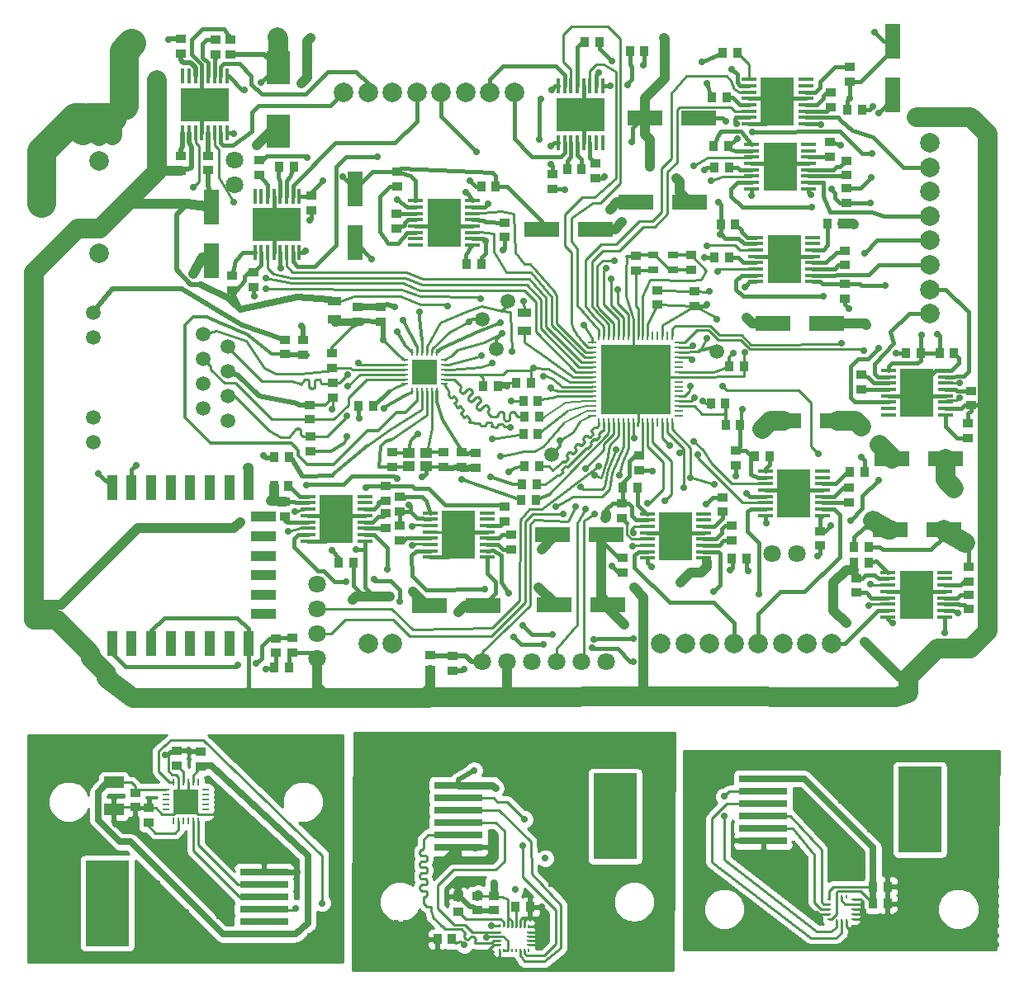
<source format=gtl>
G04 #@! TF.FileFunction,Copper,L1,Top,Signal*
%FSLAX46Y46*%
G04 Gerber Fmt 4.6, Leading zero omitted, Abs format (unit mm)*
G04 Created by KiCad (PCBNEW 4.0.6-e0-6349~53~ubuntu16.04.1) date Sat Aug  5 15:09:54 2017*
%MOMM*%
%LPD*%
G01*
G04 APERTURE LIST*
%ADD10C,0.150000*%
%ADD11C,2.000000*%
%ADD12R,1.000760X0.899160*%
%ADD13R,1.000000X0.900000*%
%ADD14R,0.899160X1.000760*%
%ADD15R,0.900000X1.000000*%
%ADD16R,2.400300X3.500120*%
%ADD17R,1.397000X0.889000*%
%ADD18C,1.800000*%
%ADD19R,2.499360X2.499360*%
%ADD20O,0.248920X0.800100*%
%ADD21O,0.800100X0.248920*%
%ADD22C,0.600000*%
%ADD23R,0.250000X0.850000*%
%ADD24R,0.850000X0.250000*%
%ADD25R,7.150000X7.150000*%
%ADD26R,1.200000X1.100000*%
%ADD27R,1.000000X0.800000*%
%ADD28C,1.500000*%
%ADD29R,2.600000X1.100000*%
%ADD30R,1.100000X2.600000*%
%ADD31R,1.600200X3.599180*%
%ADD32R,3.599180X1.600200*%
%ADD33R,5.000000X0.760000*%
%ADD34R,4.500000X8.800000*%
%ADD35R,2.000000X1.250000*%
%ADD36R,0.250000X0.350000*%
%ADD37R,0.350000X0.250000*%
%ADD38R,3.000000X3.000000*%
%ADD39C,0.300000*%
%ADD40R,3.400000X5.000000*%
%ADD41R,1.500000X0.450000*%
%ADD42R,5.000000X3.400000*%
%ADD43R,0.450000X1.500000*%
%ADD44C,0.700000*%
%ADD45C,0.250000*%
%ADD46C,0.500000*%
%ADD47C,0.800000*%
%ADD48C,0.300000*%
%ADD49C,0.700000*%
%ADD50C,0.400000*%
%ADD51C,0.200000*%
%ADD52C,0.450000*%
%ADD53C,1.000000*%
%ADD54C,2.000000*%
%ADD55C,0.350000*%
%ADD56C,0.600000*%
%ADD57C,3.000000*%
%ADD58C,0.254000*%
G04 APERTURE END LIST*
D10*
D11*
X128725000Y-60725000D03*
X131225000Y-60725000D03*
X121225000Y-60725000D03*
X118725000Y-60725000D03*
X123725000Y-60725000D03*
X126225000Y-60725000D03*
X136225000Y-60725000D03*
X133725000Y-60725000D03*
D12*
X132300000Y-99251840D03*
D13*
X132300000Y-97748160D03*
D12*
X130800000Y-99201840D03*
D13*
X130800000Y-97698160D03*
D12*
X129000000Y-99201840D03*
D13*
X129000000Y-97698160D03*
D12*
X123750000Y-99201840D03*
D13*
X123750000Y-97698160D03*
D12*
X122500000Y-82748160D03*
D13*
X122500000Y-84251840D03*
D14*
X113601840Y-68350000D03*
D15*
X112098160Y-68350000D03*
D12*
X129890000Y-120101840D03*
D13*
X129890000Y-118598160D03*
D12*
X149000000Y-99501840D03*
D13*
X149000000Y-97998160D03*
D14*
X156368160Y-92710000D03*
D15*
X157871840Y-92710000D03*
D14*
X136448160Y-90600000D03*
D15*
X137951840Y-90600000D03*
D14*
X159751840Y-88900000D03*
D15*
X158248160Y-88900000D03*
D16*
X112000000Y-58248800D03*
X112000000Y-64751200D03*
D17*
X137300000Y-85252500D03*
X137300000Y-83347500D03*
D12*
X120200000Y-82748160D03*
D13*
X120200000Y-84251840D03*
D14*
X134551840Y-90900000D03*
D15*
X133048160Y-90900000D03*
D12*
X154700000Y-81148160D03*
D13*
X154700000Y-82651840D03*
D12*
X148700000Y-77548160D03*
D13*
X148700000Y-79051840D03*
D12*
X154400000Y-78951840D03*
D13*
X154400000Y-77448160D03*
D12*
X150900000Y-81048160D03*
D13*
X150900000Y-82551840D03*
D12*
X124100000Y-73223160D03*
D13*
X124100000Y-74726840D03*
D12*
X110100000Y-69226840D03*
D13*
X110100000Y-67723160D03*
D12*
X107125000Y-55323160D03*
D13*
X107125000Y-56826840D03*
D14*
X141623160Y-68625000D03*
D15*
X143126840Y-68625000D03*
D12*
X124225000Y-70376840D03*
D13*
X124225000Y-68873160D03*
D12*
X105575000Y-56826840D03*
D13*
X105575000Y-55323160D03*
D12*
X144575000Y-68048160D03*
D13*
X144575000Y-69551840D03*
D12*
X115450000Y-72826840D03*
D13*
X115450000Y-71323160D03*
D14*
X132823160Y-70400000D03*
D15*
X134326840Y-70400000D03*
D12*
X102000000Y-56751840D03*
D13*
X102000000Y-55248160D03*
D12*
X140150000Y-70626840D03*
D13*
X140150000Y-69123160D03*
D12*
X168650000Y-62301840D03*
D13*
X168650000Y-60798160D03*
D12*
X170250000Y-69251840D03*
D13*
X170250000Y-67748160D03*
D12*
X170100000Y-78476840D03*
D13*
X170100000Y-76973160D03*
D12*
X170650000Y-58123160D03*
D13*
X170650000Y-59626840D03*
D12*
X168625000Y-67351840D03*
D13*
X168625000Y-65848160D03*
D12*
X171800000Y-89723160D03*
D13*
X171800000Y-91226840D03*
D14*
X168348160Y-74200000D03*
D15*
X169851840Y-74200000D03*
D14*
X176378160Y-87480000D03*
D15*
X177881840Y-87480000D03*
D14*
X171901840Y-62575000D03*
D15*
X170398160Y-62575000D03*
D12*
X170250000Y-70598160D03*
D13*
X170250000Y-72101840D03*
D12*
X170150000Y-81926840D03*
D13*
X170150000Y-80423160D03*
D14*
X181311840Y-87500000D03*
D15*
X179808160Y-87500000D03*
D12*
X182830000Y-113781840D03*
D13*
X182830000Y-112278160D03*
D12*
X170550000Y-102801840D03*
D13*
X170550000Y-101298160D03*
D12*
X158500000Y-106751840D03*
D13*
X158500000Y-105248160D03*
D12*
X182790000Y-110981840D03*
D13*
X182790000Y-109478160D03*
D12*
X135900000Y-107651840D03*
D13*
X135900000Y-106148160D03*
D14*
X170638160Y-99670000D03*
D15*
X172141840Y-99670000D03*
D12*
X157540000Y-103801840D03*
D13*
X157540000Y-102298160D03*
D12*
X135200000Y-104776840D03*
D13*
X135200000Y-103273160D03*
D14*
X171068160Y-107420000D03*
D15*
X172571840Y-107420000D03*
D12*
X167580000Y-107271840D03*
D13*
X167580000Y-105768160D03*
D14*
X160051840Y-108590000D03*
D15*
X158548160Y-108590000D03*
D12*
X147360000Y-109991840D03*
D13*
X147360000Y-108488160D03*
D17*
X117800000Y-82147500D03*
X117800000Y-84052500D03*
D18*
X143089680Y-119200000D03*
X145629680Y-119200000D03*
X132950000Y-119200000D03*
X135490000Y-119200000D03*
X140559840Y-119200000D03*
X138019840Y-119200000D03*
D11*
X178800000Y-75950000D03*
X178800000Y-78450000D03*
X178800000Y-68450000D03*
X178800000Y-65950000D03*
X178800000Y-70950000D03*
X178800000Y-73450000D03*
X178800000Y-83450000D03*
X178800000Y-80950000D03*
X158750000Y-117300000D03*
X156250000Y-117300000D03*
X166250000Y-117300000D03*
X168750000Y-117300000D03*
X163750000Y-117300000D03*
X161250000Y-117300000D03*
X151250000Y-117300000D03*
X153750000Y-117300000D03*
D14*
X138751840Y-99150000D03*
X137248160Y-99150000D03*
X138501840Y-101000000D03*
X136998160Y-101000000D03*
X138451840Y-102600000D03*
X136948160Y-102600000D03*
X120273160Y-92900000D03*
X121776840Y-92900000D03*
X157898160Y-94910000D03*
X159401840Y-94910000D03*
X138651840Y-92400000D03*
X137148160Y-92400000D03*
X138751840Y-94000000D03*
X137248160Y-94000000D03*
X138651840Y-95800000D03*
X137148160Y-95800000D03*
D12*
X117560000Y-89031840D03*
X117560000Y-87528160D03*
X117580000Y-90588160D03*
X117580000Y-92091840D03*
X115280000Y-94321840D03*
X115280000Y-92818160D03*
X115330000Y-96068160D03*
X115330000Y-97571840D03*
D14*
X113101840Y-98150000D03*
X111598160Y-98150000D03*
D12*
X127640000Y-118528160D03*
X127640000Y-120031840D03*
X112700000Y-87626840D03*
X112700000Y-86123160D03*
X114550000Y-86173160D03*
X114550000Y-87676840D03*
X109500000Y-80751840D03*
X109500000Y-79248160D03*
X135225000Y-74098160D03*
X135225000Y-75601840D03*
D14*
X143423160Y-55625000D03*
X144926840Y-55625000D03*
D12*
X107250000Y-79573160D03*
X107250000Y-81076840D03*
D14*
X131373160Y-78375000D03*
X132876840Y-78375000D03*
D12*
X104825000Y-67248160D03*
X104825000Y-68751840D03*
D14*
X148073160Y-56550000D03*
X149576840Y-56550000D03*
X158026840Y-61275000D03*
X156523160Y-61275000D03*
X158251840Y-68450000D03*
X156748160Y-68450000D03*
D12*
X102075000Y-67273160D03*
X102075000Y-68776840D03*
D14*
X158251840Y-77675000D03*
X156748160Y-77675000D03*
D12*
X183025000Y-91373160D03*
X183025000Y-92876840D03*
D14*
X159076840Y-56675000D03*
X157573160Y-56675000D03*
X156673160Y-66300000D03*
X158176840Y-66300000D03*
X158876840Y-74275000D03*
X157373160Y-74275000D03*
D12*
X182725000Y-96251840D03*
X182725000Y-94748160D03*
X171260000Y-112101840D03*
X171260000Y-110598160D03*
X158940000Y-99031840D03*
X158940000Y-97528160D03*
X147280000Y-104411840D03*
X147280000Y-102908160D03*
X124500000Y-106751840D03*
X124500000Y-105248160D03*
D14*
X172581840Y-108980000D03*
X171078160Y-108980000D03*
X162401840Y-98100000D03*
X160898160Y-98100000D03*
X148841840Y-101330000D03*
X147338160Y-101330000D03*
D12*
X124500000Y-102248160D03*
X124500000Y-103751840D03*
D19*
X127010000Y-89430000D03*
D20*
X125760320Y-91428980D03*
X126260700Y-91428980D03*
X126761080Y-91428980D03*
X127258920Y-91428980D03*
X127759300Y-91428980D03*
X128259680Y-91428980D03*
D21*
X129008980Y-90679680D03*
X129008980Y-90179300D03*
X129008980Y-89678920D03*
X129008980Y-89181080D03*
X129008980Y-88680700D03*
X129008980Y-88180320D03*
D20*
X128259680Y-87431020D03*
X127759300Y-87431020D03*
X127258920Y-87431020D03*
X126761080Y-87431020D03*
X126260700Y-87431020D03*
X125760320Y-87431020D03*
D21*
X125011020Y-88180320D03*
X125011020Y-88680700D03*
X125011020Y-89181080D03*
X125011020Y-89678920D03*
X125011020Y-90179300D03*
X125011020Y-90679680D03*
D22*
X127010000Y-89430000D03*
X126248000Y-88668000D03*
X126248000Y-90192000D03*
X127772000Y-88668000D03*
X127772000Y-90192000D03*
D23*
X151910000Y-94640000D03*
X152410000Y-94640000D03*
X148910000Y-94640000D03*
X149410000Y-94640000D03*
X150410000Y-94640000D03*
X149910000Y-94640000D03*
X151410000Y-94640000D03*
X150910000Y-94640000D03*
X146910000Y-94640000D03*
X147410000Y-94640000D03*
X148410000Y-94640000D03*
X147910000Y-94640000D03*
X145910000Y-94640000D03*
X146410000Y-94640000D03*
X145410000Y-94640000D03*
X144910000Y-94640000D03*
D24*
X144210000Y-93940000D03*
X144210000Y-93440000D03*
X144210000Y-92440000D03*
X144210000Y-92940000D03*
X144210000Y-90940000D03*
X144210000Y-90440000D03*
X144210000Y-91440000D03*
X144210000Y-91940000D03*
X144210000Y-87940000D03*
X144210000Y-87440000D03*
X144210000Y-88940000D03*
X144210000Y-88440000D03*
X144210000Y-89440000D03*
X144210000Y-89940000D03*
X144210000Y-86440000D03*
X144210000Y-86940000D03*
D23*
X144910000Y-85740000D03*
X145410000Y-85740000D03*
X146410000Y-85740000D03*
X145910000Y-85740000D03*
X147910000Y-85740000D03*
X148410000Y-85740000D03*
X147410000Y-85740000D03*
X146910000Y-85740000D03*
X150910000Y-85740000D03*
X151410000Y-85740000D03*
X149910000Y-85740000D03*
X150410000Y-85740000D03*
X149410000Y-85740000D03*
X148910000Y-85740000D03*
X152410000Y-85740000D03*
X151910000Y-85740000D03*
D24*
X153110000Y-86940000D03*
X153110000Y-86440000D03*
X153110000Y-89940000D03*
X153110000Y-89440000D03*
X153110000Y-88440000D03*
X153110000Y-88920000D03*
X153110000Y-87440000D03*
X153110000Y-87940000D03*
X153110000Y-91940000D03*
X153110000Y-91440000D03*
X153110000Y-90440000D03*
X153110000Y-90940000D03*
X153110000Y-92940000D03*
X153110000Y-92440000D03*
X153110000Y-93440000D03*
X153110000Y-93940000D03*
D25*
X148660000Y-90190000D03*
D26*
X127150000Y-97750000D03*
X125450000Y-97750000D03*
X127150000Y-99150000D03*
X125450000Y-99150000D03*
D27*
X150500000Y-78950000D03*
X152500000Y-78950000D03*
X150500000Y-77450000D03*
X152500000Y-77450000D03*
D28*
X93100000Y-83375000D03*
X93100000Y-85915000D03*
X93100000Y-94085000D03*
X93100000Y-96625000D03*
X104350000Y-85560000D03*
X104350000Y-90630000D03*
X104350000Y-88100000D03*
X104350000Y-93170000D03*
X106890000Y-86820000D03*
X106890000Y-91900000D03*
X106890000Y-89360000D03*
X106890000Y-94440000D03*
D29*
X110500000Y-104300000D03*
X110500000Y-106300000D03*
X110500000Y-108300000D03*
X110500000Y-114300000D03*
X110500000Y-112300000D03*
X110500000Y-110300000D03*
D30*
X95000000Y-101300000D03*
X97000000Y-101300000D03*
X101000000Y-101300000D03*
X99000000Y-101300000D03*
X107000000Y-101300000D03*
X109000000Y-101300000D03*
X105000000Y-101300000D03*
X103000000Y-101300000D03*
X103000000Y-117300000D03*
X105000000Y-117300000D03*
X109000000Y-117300000D03*
X107000000Y-117300000D03*
X99000000Y-117300000D03*
X101000000Y-117300000D03*
X97000000Y-117300000D03*
X95000000Y-117300000D03*
D14*
X111648160Y-119800000D03*
D15*
X113151840Y-119800000D03*
D12*
X111775000Y-118276840D03*
D13*
X111775000Y-116773160D03*
D12*
X113500000Y-116748160D03*
X113500000Y-118251840D03*
D18*
X116000000Y-118850000D03*
X116000000Y-116310000D03*
X116000000Y-111240160D03*
X116000000Y-113780160D03*
D12*
X123050000Y-105476840D03*
D13*
X123050000Y-103973160D03*
D12*
X123050000Y-102626840D03*
D13*
X123050000Y-101123160D03*
D14*
X118248160Y-109000000D03*
D15*
X119751840Y-109000000D03*
D12*
X112675000Y-104251840D03*
X112675000Y-102748160D03*
D14*
X113076840Y-101175000D03*
X111573160Y-101175000D03*
D31*
X105175000Y-72549180D03*
X105175000Y-78050820D03*
D32*
X133050820Y-113400000D03*
X127549180Y-113400000D03*
D31*
X119900000Y-70674180D03*
X119900000Y-76175820D03*
D32*
X139049180Y-74775000D03*
X144550820Y-74775000D03*
X149599180Y-63400000D03*
X155100820Y-63400000D03*
D31*
X175050000Y-55524180D03*
X175050000Y-61025820D03*
D32*
X154225820Y-72050000D03*
X148724180Y-72050000D03*
X168250820Y-84500000D03*
X162749180Y-84500000D03*
X180400820Y-98325000D03*
X174899180Y-98325000D03*
X180280820Y-105590000D03*
X174779180Y-105590000D03*
X163859180Y-94490000D03*
X169360820Y-94490000D03*
X145660820Y-106140000D03*
X140159180Y-106140000D03*
X145780820Y-113310000D03*
X140279180Y-113310000D03*
D18*
X107575000Y-70234840D03*
X107575000Y-67694840D03*
D11*
X93700000Y-77250000D03*
X93700000Y-74750000D03*
X93700000Y-67750000D03*
X93700000Y-65250000D03*
X123750000Y-117300000D03*
X121250000Y-117300000D03*
D28*
X134366000Y-87122000D03*
X135600000Y-82150000D03*
X132950000Y-84000000D03*
X140025000Y-97925000D03*
X156950000Y-87325000D03*
D18*
X165209840Y-108100000D03*
X162669840Y-108100000D03*
D22*
X101750000Y-138350000D03*
X99750000Y-138350000D03*
X100750000Y-138350000D03*
X101950000Y-139950000D03*
X100950000Y-139950000D03*
X102950000Y-139950000D03*
X104150000Y-141150000D03*
X102150000Y-141150000D03*
X103150000Y-141150000D03*
X104550000Y-142550000D03*
X103550000Y-142550000D03*
X105550000Y-142550000D03*
X105950000Y-145350000D03*
X106950000Y-145350000D03*
X106950000Y-143950000D03*
X104950000Y-143950000D03*
X105950000Y-143950000D03*
X93650000Y-138050000D03*
X94650000Y-138050000D03*
X92650000Y-138050000D03*
X91650000Y-138050000D03*
X92650000Y-137050000D03*
X91650000Y-137050000D03*
X92650000Y-136050000D03*
X91650000Y-136050000D03*
X106250000Y-133150000D03*
X107350000Y-134750000D03*
X105350000Y-136250000D03*
X106350000Y-136250000D03*
X107350000Y-136250000D03*
X108350000Y-136250000D03*
X109350000Y-136250000D03*
X110250000Y-136650000D03*
X108350000Y-134750000D03*
X111350000Y-137650000D03*
X110350000Y-137650000D03*
X109350000Y-137650000D03*
X108350000Y-137650000D03*
X107350000Y-137650000D03*
X106350000Y-137650000D03*
X105350000Y-137650000D03*
X106350000Y-139050000D03*
X107350000Y-139050000D03*
X108350000Y-139050000D03*
X109350000Y-139050000D03*
X110350000Y-139050000D03*
X111350000Y-139050000D03*
X112350000Y-139050000D03*
X92050000Y-127050000D03*
X93050000Y-127050000D03*
X94050000Y-127050000D03*
X95050000Y-127050000D03*
X96050000Y-127050000D03*
X97050000Y-127050000D03*
X92050000Y-128050000D03*
X93050000Y-128050000D03*
X94050000Y-128050000D03*
X95050000Y-128050000D03*
X96050000Y-128050000D03*
X97050000Y-128050000D03*
X92050000Y-129050000D03*
X93050000Y-129050000D03*
X94050000Y-129050000D03*
X95050000Y-129050000D03*
X96050000Y-129050000D03*
X97050000Y-129050000D03*
X92050000Y-130050000D03*
X93050000Y-130050000D03*
X94050000Y-130050000D03*
X95050000Y-130050000D03*
X96050000Y-130050000D03*
X97050000Y-130050000D03*
X86650000Y-127050000D03*
X87650000Y-127050000D03*
X88650000Y-127050000D03*
X89650000Y-127050000D03*
X90650000Y-127050000D03*
X86650000Y-128050000D03*
X87650000Y-128050000D03*
X88650000Y-128050000D03*
X89650000Y-128050000D03*
X90650000Y-128050000D03*
X86650000Y-129050000D03*
X87650000Y-129050000D03*
X88650000Y-129050000D03*
X89650000Y-129050000D03*
X90650000Y-129050000D03*
X86650000Y-130050000D03*
X87650000Y-130050000D03*
X88650000Y-130050000D03*
X89650000Y-130050000D03*
X90650000Y-130050000D03*
X86650000Y-131050000D03*
X87650000Y-131050000D03*
X88650000Y-131050000D03*
X89650000Y-131050000D03*
X90650000Y-131050000D03*
X86650000Y-132050000D03*
X87650000Y-132050000D03*
X88650000Y-132050000D03*
X98250000Y-130350000D03*
X86650000Y-133050000D03*
X87650000Y-133050000D03*
X99150000Y-127250000D03*
X86650000Y-134050000D03*
X87650000Y-134050000D03*
X98150000Y-127250000D03*
X86650000Y-135050000D03*
X87650000Y-135050000D03*
X88650000Y-135050000D03*
X86650000Y-136050000D03*
X87650000Y-136050000D03*
X88650000Y-136050000D03*
X89650000Y-136050000D03*
X90650000Y-136050000D03*
X86650000Y-137050000D03*
X87650000Y-137050000D03*
X88650000Y-137050000D03*
X89650000Y-137050000D03*
X90650000Y-137050000D03*
X86650000Y-138050000D03*
X87650000Y-138050000D03*
X88650000Y-138050000D03*
X89650000Y-138050000D03*
X90650000Y-138050000D03*
X86650000Y-139050000D03*
X87650000Y-139050000D03*
X88650000Y-139050000D03*
X89650000Y-139050000D03*
X90650000Y-139050000D03*
X86650000Y-140050000D03*
X87650000Y-140050000D03*
X88650000Y-140050000D03*
X89650000Y-140050000D03*
X90650000Y-140050000D03*
X86650000Y-141050000D03*
X87650000Y-141050000D03*
X88650000Y-141050000D03*
X89650000Y-141050000D03*
X90650000Y-141050000D03*
X86650000Y-142050000D03*
X87650000Y-142050000D03*
X88650000Y-142050000D03*
X89650000Y-142050000D03*
X90650000Y-142050000D03*
X86650000Y-143050000D03*
X87650000Y-143050000D03*
X88650000Y-143050000D03*
X89650000Y-143050000D03*
X90650000Y-143050000D03*
X86650000Y-144050000D03*
X87650000Y-144050000D03*
X88650000Y-144050000D03*
X89650000Y-144050000D03*
X90650000Y-144050000D03*
X86650000Y-145050000D03*
X87650000Y-145050000D03*
X88650000Y-145050000D03*
X89650000Y-145050000D03*
X90650000Y-145050000D03*
X86650000Y-146050000D03*
X87650000Y-146050000D03*
X88650000Y-146050000D03*
X89650000Y-146050000D03*
X90650000Y-146050000D03*
X86650000Y-147050000D03*
X87650000Y-147050000D03*
X88650000Y-147050000D03*
X89650000Y-147050000D03*
X90650000Y-147050000D03*
X86650000Y-148050000D03*
X87650000Y-148050000D03*
X88650000Y-148050000D03*
X89650000Y-148050000D03*
X90650000Y-148050000D03*
X99650000Y-141850000D03*
X98650000Y-141850000D03*
X97650000Y-141850000D03*
X97650000Y-143350000D03*
X98650000Y-143350000D03*
X99650000Y-143350000D03*
X100650000Y-143350000D03*
X102650000Y-144850000D03*
X101650000Y-144850000D03*
X100650000Y-144850000D03*
X99650000Y-144850000D03*
X98650000Y-144850000D03*
X97650000Y-144850000D03*
X97650000Y-146450000D03*
X98650000Y-146450000D03*
X99650000Y-146450000D03*
X100650000Y-146450000D03*
X101650000Y-146450000D03*
X102650000Y-146450000D03*
X103650000Y-146450000D03*
X103650000Y-147950000D03*
X102650000Y-147950000D03*
X101650000Y-147950000D03*
X100650000Y-147950000D03*
X99650000Y-147950000D03*
X98650000Y-147950000D03*
X97650000Y-147950000D03*
X104650000Y-147950000D03*
X86650000Y-149250000D03*
X87650000Y-149250000D03*
X88650000Y-149250000D03*
X89650000Y-149250000D03*
X90650000Y-149250000D03*
X91650000Y-149250000D03*
X92650000Y-149250000D03*
X93650000Y-149250000D03*
X94650000Y-149250000D03*
X95650000Y-149250000D03*
X96650000Y-149250000D03*
X97650000Y-149250000D03*
X98650000Y-149250000D03*
X99650000Y-149250000D03*
X100650000Y-149250000D03*
X101650000Y-149250000D03*
X102650000Y-149250000D03*
X103650000Y-149250000D03*
X104650000Y-149250000D03*
X105650000Y-149250000D03*
X106650000Y-149250000D03*
X107650000Y-149250000D03*
X108650000Y-149250000D03*
X108950000Y-129950000D03*
X108950000Y-128950000D03*
X107950000Y-128950000D03*
X105950000Y-126950000D03*
X108950000Y-127950000D03*
X107950000Y-127950000D03*
X106950000Y-127950000D03*
X108950000Y-126950000D03*
X107950000Y-126950000D03*
X106950000Y-126950000D03*
X112950000Y-132050000D03*
X111950000Y-132050000D03*
X110950000Y-132050000D03*
X109950000Y-126950000D03*
X110950000Y-126950000D03*
X111950000Y-126950000D03*
X112950000Y-126950000D03*
X113950000Y-126950000D03*
X114950000Y-126950000D03*
X109950000Y-127950000D03*
X110950000Y-127950000D03*
X111950000Y-127950000D03*
X112950000Y-127950000D03*
X113950000Y-127950000D03*
X114950000Y-127950000D03*
X109950000Y-128950000D03*
X110950000Y-128950000D03*
X111950000Y-128950000D03*
X112950000Y-128950000D03*
X113950000Y-128950000D03*
X114950000Y-128950000D03*
X109950000Y-129950000D03*
X110950000Y-129950000D03*
X111950000Y-129950000D03*
X112950000Y-129950000D03*
X113950000Y-129950000D03*
X114950000Y-129950000D03*
X109950000Y-130950000D03*
X110950000Y-130950000D03*
X111950000Y-130950000D03*
X112950000Y-130950000D03*
X113950000Y-130950000D03*
X114950000Y-130950000D03*
X116050000Y-127050000D03*
X116050000Y-128950000D03*
X116050000Y-129950000D03*
X116050000Y-130950000D03*
X116050000Y-127950000D03*
X117150000Y-127050000D03*
X117150000Y-128050000D03*
X117150000Y-129050000D03*
X117150000Y-130050000D03*
X117150000Y-131050000D03*
X117150000Y-132050000D03*
X117150000Y-133050000D03*
X117150000Y-134050000D03*
X117150000Y-135050000D03*
X117150000Y-136050000D03*
X117150000Y-137050000D03*
X118250000Y-127050000D03*
X118250000Y-128050000D03*
X118250000Y-129050000D03*
X118250000Y-130050000D03*
X118250000Y-131050000D03*
X118250000Y-132050000D03*
X118250000Y-133050000D03*
X118250000Y-134050000D03*
X118250000Y-135050000D03*
X118250000Y-136050000D03*
X118250000Y-137050000D03*
X118250000Y-138050000D03*
X118250000Y-139050000D03*
X118250000Y-144050000D03*
X118250000Y-143050000D03*
X118250000Y-142050000D03*
X118250000Y-141050000D03*
X118250000Y-140050000D03*
X110950000Y-149250000D03*
X116250000Y-145250000D03*
X117250000Y-145250000D03*
X118250000Y-145250000D03*
X113250000Y-149250000D03*
X109650000Y-149250000D03*
X116250000Y-146250000D03*
X117250000Y-146250000D03*
X118250000Y-146250000D03*
X112150000Y-149250000D03*
X115250000Y-147250000D03*
X116250000Y-147250000D03*
X117250000Y-147250000D03*
X118250000Y-147250000D03*
X114250000Y-148250000D03*
X115250000Y-148250000D03*
X116250000Y-148250000D03*
X117250000Y-148250000D03*
X118250000Y-148250000D03*
X114250000Y-149250000D03*
X115250000Y-149250000D03*
X116250000Y-149250000D03*
X117250000Y-149250000D03*
D33*
X110550000Y-147125000D03*
X110550000Y-144585000D03*
X110550000Y-142045000D03*
X110550000Y-143315000D03*
X110550000Y-140775000D03*
X110550000Y-145855000D03*
D34*
X94500000Y-143950000D03*
D19*
X102550000Y-133550000D03*
D21*
X104548980Y-134799680D03*
X104548980Y-134299300D03*
X104548980Y-133798920D03*
X104548980Y-133301080D03*
X104548980Y-132800700D03*
X104548980Y-132300320D03*
D20*
X103799680Y-131551020D03*
X103299300Y-131551020D03*
X102798920Y-131551020D03*
X102301080Y-131551020D03*
X101800700Y-131551020D03*
X101300320Y-131551020D03*
D21*
X100551020Y-132300320D03*
X100551020Y-132800700D03*
X100551020Y-133301080D03*
X100551020Y-133798920D03*
X100551020Y-134299300D03*
X100551020Y-134799680D03*
D20*
X101300320Y-135548980D03*
X101800700Y-135548980D03*
X102301080Y-135548980D03*
X102798920Y-135548980D03*
X103299300Y-135548980D03*
X103799680Y-135548980D03*
D22*
X102550000Y-133550000D03*
X101788000Y-134312000D03*
X103312000Y-134312000D03*
X101788000Y-132788000D03*
X103312000Y-132788000D03*
X118250000Y-149250000D03*
D12*
X104050000Y-128398160D03*
D13*
X104050000Y-129901840D03*
D12*
X98750000Y-134198160D03*
D13*
X98750000Y-135701840D03*
D12*
X101650000Y-128298160D03*
D13*
X101650000Y-129801840D03*
D12*
X97350000Y-134101840D03*
D13*
X97350000Y-132598160D03*
D35*
X95150000Y-131575000D03*
X95150000Y-134325000D03*
D33*
X130500000Y-131875000D03*
X130500000Y-134415000D03*
X130500000Y-136955000D03*
X130500000Y-135685000D03*
X130500000Y-138225000D03*
X130500000Y-133145000D03*
D34*
X146550000Y-135050000D03*
D22*
X150100000Y-140050000D03*
X150100000Y-139050000D03*
X150100000Y-138050000D03*
X150100000Y-137050000D03*
X140000000Y-141050000D03*
X141000000Y-141050000D03*
X140000000Y-142050000D03*
X141000000Y-142050000D03*
X127100000Y-147050000D03*
X127100000Y-148050000D03*
X127100000Y-145950000D03*
D36*
X137705000Y-146325000D03*
X134695000Y-146300000D03*
X137705000Y-148775000D03*
X134695000Y-148775000D03*
X136415000Y-148775000D03*
X137275000Y-148775000D03*
X136845000Y-148775000D03*
X137275000Y-146325000D03*
D37*
X137675000Y-148195000D03*
X137675000Y-147765000D03*
D36*
X136415000Y-146325000D03*
X136845000Y-146325000D03*
X135125000Y-146300000D03*
D37*
X134725000Y-148195000D03*
X134725000Y-146905000D03*
D36*
X135555000Y-146325000D03*
D37*
X134725000Y-147335000D03*
X134725000Y-147765000D03*
X137675000Y-146905000D03*
X137675000Y-147335000D03*
D36*
X135985000Y-146325000D03*
X135555000Y-148775000D03*
X135985000Y-148775000D03*
X135125000Y-148775000D03*
D14*
X137851840Y-144350000D03*
D15*
X136348160Y-144350000D03*
D12*
X134100000Y-144701840D03*
D13*
X134100000Y-143198160D03*
D12*
X130500000Y-143298160D03*
D13*
X130500000Y-144801840D03*
D14*
X128348160Y-147650000D03*
D15*
X129851840Y-147650000D03*
D12*
X132400000Y-144701840D03*
D13*
X132400000Y-143198160D03*
D22*
X120800000Y-126850000D03*
X121800000Y-126850000D03*
X122800000Y-126850000D03*
X123800000Y-126850000D03*
X124800000Y-126850000D03*
X120800000Y-127850000D03*
X121800000Y-127850000D03*
X122800000Y-127850000D03*
X123800000Y-127850000D03*
X120800000Y-128850000D03*
X121800000Y-128850000D03*
X122800000Y-128850000D03*
X120800000Y-129850000D03*
X121800000Y-129850000D03*
X122800000Y-129850000D03*
X120800000Y-135050000D03*
X120800000Y-134050000D03*
X120800000Y-133050000D03*
X120800000Y-132050000D03*
X120800000Y-131050000D03*
X120800000Y-136050000D03*
X120800000Y-137050000D03*
X120800000Y-138050000D03*
X120800000Y-139050000D03*
X120800000Y-140050000D03*
X120800000Y-141050000D03*
X120800000Y-142050000D03*
X120800000Y-143050000D03*
X120800000Y-144050000D03*
X120800000Y-145050000D03*
X120800000Y-146050000D03*
X120800000Y-147050000D03*
X120800000Y-148050000D03*
X121900000Y-138050000D03*
X121900000Y-139050000D03*
X121900000Y-140050000D03*
X121900000Y-141050000D03*
X121900000Y-142050000D03*
X121900000Y-143050000D03*
X121900000Y-144050000D03*
X121900000Y-145050000D03*
X121900000Y-146050000D03*
X121900000Y-147050000D03*
X121900000Y-148050000D03*
X125100000Y-139050000D03*
X124100000Y-138050000D03*
X123000000Y-146050000D03*
X123000000Y-140050000D03*
X123100000Y-138050000D03*
X125000000Y-136950000D03*
X124000000Y-140050000D03*
X125100000Y-140050000D03*
X125000000Y-138150000D03*
X124100000Y-136950000D03*
X142000000Y-145050000D03*
X143000000Y-145050000D03*
X144000000Y-145050000D03*
X145000000Y-145050000D03*
X146000000Y-145050000D03*
X142000000Y-146050000D03*
X143000000Y-146050000D03*
X144000000Y-146050000D03*
X145000000Y-146050000D03*
X146000000Y-146050000D03*
X142000000Y-147150000D03*
X143000000Y-147150000D03*
X144000000Y-147150000D03*
X145000000Y-147050000D03*
X146000000Y-147050000D03*
X142000000Y-148150000D03*
X143000000Y-148150000D03*
X144000000Y-148150000D03*
X145000000Y-148050000D03*
X146000000Y-148050000D03*
X123800000Y-135050000D03*
X122800000Y-135050000D03*
X121800000Y-135050000D03*
X123800000Y-134050000D03*
X122800000Y-134050000D03*
X121800000Y-134050000D03*
X123800000Y-133050000D03*
X122800000Y-133050000D03*
X121800000Y-133050000D03*
X123800000Y-132050000D03*
X122800000Y-132050000D03*
X121800000Y-132050000D03*
X123800000Y-131050000D03*
X122800000Y-131050000D03*
X121800000Y-131050000D03*
X123800000Y-129850000D03*
X123800000Y-128850000D03*
X124800000Y-128850000D03*
X124800000Y-129850000D03*
X124800000Y-131050000D03*
X124800000Y-132050000D03*
X124800000Y-133050000D03*
X124800000Y-134050000D03*
X124800000Y-135050000D03*
X124800000Y-127850000D03*
X127800000Y-127850000D03*
X127800000Y-129850000D03*
X127800000Y-128850000D03*
X126800000Y-128850000D03*
X126800000Y-129850000D03*
X125800000Y-129850000D03*
X125800000Y-128850000D03*
X126800000Y-127850000D03*
X125800000Y-127850000D03*
X127800000Y-126850000D03*
X126800000Y-126850000D03*
X125800000Y-126850000D03*
X121900000Y-137150000D03*
X121900000Y-136150000D03*
X123100000Y-139050000D03*
X122900000Y-136150000D03*
X124100000Y-141050000D03*
X124000000Y-139050000D03*
X123000000Y-142050000D03*
X123000000Y-141050000D03*
X125100000Y-141050000D03*
X123200000Y-136950000D03*
X124100000Y-136150000D03*
X125100000Y-145950000D03*
X124100000Y-145950000D03*
X126100000Y-145950000D03*
X126100000Y-148050000D03*
X125100000Y-148050000D03*
X124100000Y-148050000D03*
X126100000Y-147050000D03*
X125100000Y-147050000D03*
X124100000Y-147050000D03*
X123000000Y-148050000D03*
X123000000Y-147050000D03*
X123000000Y-149150000D03*
X123000000Y-150150000D03*
X124100000Y-149150000D03*
X125100000Y-149150000D03*
X126100000Y-149150000D03*
X124100000Y-150150000D03*
X125100000Y-150150000D03*
X126100000Y-150150000D03*
X131200000Y-150150000D03*
X121900000Y-150150000D03*
X121900000Y-149150000D03*
X120800000Y-150150000D03*
X120800000Y-149150000D03*
X132200000Y-149150000D03*
X132200000Y-150150000D03*
X133200000Y-150150000D03*
X146000000Y-150150000D03*
X145000000Y-150150000D03*
X144000000Y-150250000D03*
X143000000Y-150250000D03*
X142000000Y-150250000D03*
X146000000Y-149150000D03*
X145000000Y-149150000D03*
X144000000Y-149250000D03*
X143000000Y-149250000D03*
X142000000Y-149250000D03*
X147100000Y-149150000D03*
X148100000Y-149150000D03*
X149100000Y-149150000D03*
X147100000Y-150150000D03*
X148100000Y-150150000D03*
X149100000Y-150150000D03*
X149100000Y-148050000D03*
X148100000Y-148050000D03*
X147100000Y-148050000D03*
X149100000Y-147050000D03*
X148100000Y-147050000D03*
X147100000Y-147050000D03*
X149100000Y-146050000D03*
X148100000Y-146050000D03*
X147100000Y-146050000D03*
X148100000Y-141050000D03*
X149100000Y-141050000D03*
X147100000Y-142050000D03*
X146000000Y-144050000D03*
X145000000Y-144050000D03*
X144000000Y-144050000D03*
X143000000Y-144050000D03*
X142000000Y-144050000D03*
X146000000Y-143050000D03*
X145000000Y-143050000D03*
X144000000Y-143050000D03*
X143000000Y-143050000D03*
X142000000Y-143050000D03*
X146000000Y-142050000D03*
X145000000Y-142050000D03*
X144000000Y-142050000D03*
X143000000Y-142050000D03*
X142000000Y-142050000D03*
X147100000Y-141150000D03*
X146000000Y-141050000D03*
X145000000Y-141050000D03*
X144000000Y-141050000D03*
X143000000Y-141050000D03*
X142000000Y-141050000D03*
X150100000Y-141150000D03*
X152100000Y-144050000D03*
X151100000Y-144050000D03*
X152100000Y-143050000D03*
X151100000Y-143050000D03*
X152100000Y-142050000D03*
X151100000Y-142050000D03*
X150100000Y-142050000D03*
X152100000Y-141150000D03*
X151100000Y-141150000D03*
X151100000Y-145050000D03*
X152100000Y-145050000D03*
X150100000Y-146050000D03*
X151100000Y-146050000D03*
X152100000Y-146050000D03*
X150100000Y-147050000D03*
X151100000Y-147050000D03*
X152100000Y-147050000D03*
X150100000Y-148050000D03*
X151100000Y-148050000D03*
X152100000Y-148050000D03*
X152100000Y-150150000D03*
X151100000Y-150150000D03*
X150100000Y-150150000D03*
X152100000Y-149150000D03*
X151100000Y-149150000D03*
X150100000Y-149150000D03*
X150100000Y-130850000D03*
X150100000Y-134950000D03*
X151100000Y-134950000D03*
X152100000Y-134950000D03*
X150100000Y-135950000D03*
X151100000Y-135950000D03*
X152100000Y-135950000D03*
X152100000Y-133850000D03*
X151100000Y-133850000D03*
X150100000Y-133850000D03*
X152100000Y-132850000D03*
X151100000Y-132850000D03*
X150100000Y-132850000D03*
X152100000Y-131850000D03*
X151100000Y-131850000D03*
X150100000Y-131850000D03*
X152100000Y-130850000D03*
X151100000Y-130850000D03*
X151100000Y-126850000D03*
X152100000Y-126850000D03*
X150100000Y-127850000D03*
X151100000Y-127850000D03*
X152100000Y-127850000D03*
X150100000Y-128850000D03*
X151100000Y-128850000D03*
X152100000Y-128850000D03*
X150100000Y-129850000D03*
X151100000Y-129850000D03*
X152100000Y-129850000D03*
X150100000Y-126850000D03*
X142000000Y-126850000D03*
X143000000Y-126850000D03*
X144000000Y-126850000D03*
X145000000Y-126850000D03*
X146000000Y-126850000D03*
X147100000Y-126850000D03*
X142000000Y-127850000D03*
X143000000Y-127850000D03*
X144000000Y-127850000D03*
X145000000Y-127850000D03*
X146000000Y-127850000D03*
X142000000Y-128850000D03*
X143000000Y-128850000D03*
X144000000Y-128850000D03*
X145000000Y-128850000D03*
X146000000Y-128850000D03*
X142000000Y-129850000D03*
X143000000Y-129850000D03*
X144000000Y-129850000D03*
X145000000Y-129850000D03*
X146000000Y-129850000D03*
X149100000Y-129850000D03*
X148100000Y-129850000D03*
X147100000Y-129850000D03*
X149100000Y-128850000D03*
X148100000Y-128850000D03*
X147100000Y-128850000D03*
X149100000Y-127850000D03*
X148100000Y-127850000D03*
X147100000Y-127850000D03*
X149100000Y-126850000D03*
X148100000Y-126850000D03*
X131800000Y-126850000D03*
X132800000Y-126850000D03*
X133800000Y-126850000D03*
X131800000Y-127850000D03*
X132800000Y-127850000D03*
X131800000Y-128850000D03*
X132800000Y-128850000D03*
X133800000Y-128850000D03*
X133800000Y-127850000D03*
X130800000Y-127850000D03*
X130800000Y-128850000D03*
X129800000Y-128850000D03*
X128800000Y-128850000D03*
X129800000Y-127850000D03*
X128800000Y-127850000D03*
X130800000Y-126850000D03*
X129800000Y-126850000D03*
X128800000Y-126850000D03*
X151100000Y-137050000D03*
X152100000Y-137050000D03*
X152100000Y-139150000D03*
X151100000Y-139150000D03*
X152100000Y-138150000D03*
X151100000Y-138150000D03*
X151100000Y-140150000D03*
X152100000Y-140150000D03*
X127100000Y-149150000D03*
X128100000Y-149150000D03*
X129100000Y-149150000D03*
X130100000Y-149150000D03*
X127100000Y-150150000D03*
X128100000Y-150150000D03*
X129100000Y-150150000D03*
X130100000Y-150150000D03*
X155050000Y-138250000D03*
X155050000Y-137250000D03*
X155050000Y-136250000D03*
X155050000Y-135250000D03*
X155050000Y-134250000D03*
X155050000Y-139250000D03*
X155050000Y-140250000D03*
X173250000Y-148250000D03*
X174250000Y-148250000D03*
X175250000Y-147250000D03*
X174250000Y-147250000D03*
X173250000Y-147250000D03*
X175250000Y-146250000D03*
X174250000Y-146250000D03*
X173250000Y-146250000D03*
X179250000Y-143250000D03*
X178250000Y-143250000D03*
X177250000Y-143250000D03*
X176250000Y-143250000D03*
X179250000Y-142250000D03*
X178250000Y-142250000D03*
X177250000Y-142250000D03*
X176250000Y-142250000D03*
X176250000Y-144250000D03*
X177250000Y-144250000D03*
X178250000Y-144250000D03*
X179250000Y-144250000D03*
X176250000Y-145250000D03*
X177250000Y-145250000D03*
X178250000Y-145250000D03*
X179250000Y-145250000D03*
X176250000Y-146250000D03*
X177250000Y-146250000D03*
X178250000Y-146250000D03*
X179250000Y-146250000D03*
X176250000Y-147250000D03*
X177250000Y-147250000D03*
X178250000Y-147250000D03*
X179250000Y-147250000D03*
D33*
X161750000Y-131175000D03*
X161750000Y-133715000D03*
X161750000Y-136255000D03*
X161750000Y-134985000D03*
X161750000Y-137525000D03*
X161750000Y-132445000D03*
D34*
X177800000Y-134350000D03*
D22*
X170550000Y-139950000D03*
X171550000Y-139950000D03*
X170350000Y-138350000D03*
X169350000Y-138350000D03*
X170150000Y-137150000D03*
X169150000Y-137150000D03*
X167750000Y-135750000D03*
X168750000Y-135750000D03*
X165350000Y-132950000D03*
X167350000Y-134350000D03*
X166350000Y-134350000D03*
X178650000Y-140250000D03*
X177650000Y-140250000D03*
X179650000Y-140250000D03*
X180650000Y-140250000D03*
X179650000Y-141250000D03*
X180650000Y-141250000D03*
X164950000Y-143550000D03*
X165950000Y-142050000D03*
X164950000Y-142050000D03*
X163950000Y-142050000D03*
X162950000Y-142050000D03*
X162050000Y-141650000D03*
X160950000Y-140650000D03*
X161950000Y-140650000D03*
X162950000Y-140650000D03*
X163950000Y-140650000D03*
X164950000Y-140650000D03*
X165950000Y-140650000D03*
X165950000Y-139250000D03*
X164950000Y-139250000D03*
X163950000Y-139250000D03*
X162950000Y-139250000D03*
X161950000Y-139250000D03*
X160950000Y-139250000D03*
X159950000Y-139250000D03*
X179250000Y-148250000D03*
X178250000Y-148250000D03*
X177250000Y-148250000D03*
X176250000Y-148250000D03*
X175250000Y-148250000D03*
X185650000Y-148250000D03*
X184650000Y-148250000D03*
X183650000Y-148250000D03*
X185650000Y-147250000D03*
X184650000Y-147250000D03*
X185650000Y-146250000D03*
X184650000Y-146250000D03*
X185650000Y-145250000D03*
X184650000Y-145250000D03*
X185650000Y-144250000D03*
X184650000Y-144250000D03*
X185650000Y-143250000D03*
X184650000Y-143250000D03*
X183650000Y-143250000D03*
X185650000Y-142250000D03*
X184650000Y-142250000D03*
X183650000Y-142250000D03*
X185650000Y-141250000D03*
X184650000Y-141250000D03*
X183650000Y-141250000D03*
X182650000Y-141250000D03*
X181650000Y-141250000D03*
X185650000Y-140250000D03*
X184650000Y-140250000D03*
X183650000Y-140250000D03*
X182650000Y-140250000D03*
X181650000Y-140250000D03*
X185650000Y-139250000D03*
X184650000Y-139250000D03*
X183650000Y-139250000D03*
X182650000Y-139250000D03*
X181650000Y-139250000D03*
X185650000Y-138250000D03*
X184650000Y-138250000D03*
X183650000Y-138250000D03*
X182650000Y-138250000D03*
X181650000Y-138250000D03*
X185650000Y-137250000D03*
X184650000Y-137250000D03*
X183650000Y-137250000D03*
X182650000Y-137250000D03*
X181650000Y-137250000D03*
X185650000Y-136250000D03*
X184650000Y-136250000D03*
X183650000Y-136250000D03*
X182650000Y-136250000D03*
X181650000Y-136250000D03*
X185650000Y-135250000D03*
X184650000Y-135250000D03*
X183650000Y-135250000D03*
X182650000Y-135250000D03*
X181650000Y-135250000D03*
X185650000Y-134250000D03*
X184650000Y-134250000D03*
X183650000Y-134250000D03*
X182650000Y-134250000D03*
X181650000Y-134250000D03*
X185650000Y-133250000D03*
X184650000Y-133250000D03*
X183650000Y-133250000D03*
X182650000Y-133250000D03*
X181650000Y-133250000D03*
X185650000Y-132250000D03*
X184650000Y-132250000D03*
X183650000Y-132250000D03*
X182650000Y-132250000D03*
X181650000Y-132250000D03*
X185650000Y-131250000D03*
X184650000Y-131250000D03*
X183650000Y-131250000D03*
X182650000Y-131250000D03*
X181650000Y-131250000D03*
X185650000Y-130250000D03*
X184650000Y-130250000D03*
X183650000Y-130250000D03*
X182650000Y-130250000D03*
X181650000Y-130250000D03*
X172650000Y-136450000D03*
X173650000Y-136450000D03*
X174650000Y-136450000D03*
X174650000Y-134950000D03*
X173650000Y-134950000D03*
X172650000Y-134950000D03*
X171650000Y-134950000D03*
X169650000Y-133450000D03*
X170650000Y-133450000D03*
X171650000Y-133450000D03*
X172650000Y-133450000D03*
X173650000Y-133450000D03*
X174650000Y-133450000D03*
X174650000Y-131850000D03*
X173650000Y-131850000D03*
X172650000Y-131850000D03*
X171650000Y-131850000D03*
X170650000Y-131850000D03*
X169650000Y-131850000D03*
X168650000Y-131850000D03*
X168650000Y-130350000D03*
X169650000Y-130350000D03*
X170650000Y-130350000D03*
X171650000Y-130350000D03*
X172650000Y-130350000D03*
X173650000Y-130350000D03*
X174650000Y-130350000D03*
X167650000Y-130350000D03*
X185650000Y-129050000D03*
X184650000Y-129050000D03*
X183650000Y-129050000D03*
X182650000Y-129050000D03*
X181650000Y-129050000D03*
X180650000Y-129050000D03*
X179650000Y-129050000D03*
X178650000Y-129050000D03*
X177650000Y-129050000D03*
X176650000Y-129050000D03*
X175650000Y-129050000D03*
X174650000Y-129050000D03*
X173650000Y-129050000D03*
X172650000Y-129050000D03*
X171650000Y-129050000D03*
X170650000Y-129050000D03*
X169650000Y-129050000D03*
X168650000Y-129050000D03*
X167650000Y-129050000D03*
X166650000Y-129050000D03*
X165650000Y-129050000D03*
X164650000Y-129050000D03*
X163650000Y-129050000D03*
X163350000Y-148350000D03*
X160350000Y-146250000D03*
X161350000Y-146250000D03*
X162350000Y-148350000D03*
X161350000Y-148350000D03*
X160350000Y-148350000D03*
X162350000Y-147350000D03*
X161350000Y-147350000D03*
X160350000Y-147350000D03*
X155150000Y-148250000D03*
X155150000Y-147250000D03*
X155150000Y-146250000D03*
X155150000Y-145250000D03*
X155150000Y-144250000D03*
X155150000Y-143250000D03*
X155150000Y-142250000D03*
X155150000Y-141250000D03*
X154050000Y-148250000D03*
X154050000Y-147250000D03*
X154050000Y-146250000D03*
X154050000Y-145250000D03*
X154050000Y-144250000D03*
X154050000Y-143250000D03*
X154050000Y-142250000D03*
X154050000Y-141250000D03*
X154050000Y-140250000D03*
X154050000Y-139250000D03*
X154050000Y-134250000D03*
X154050000Y-135250000D03*
X154050000Y-136250000D03*
X154050000Y-137250000D03*
X154050000Y-138250000D03*
X161350000Y-129050000D03*
X156050000Y-133050000D03*
X155050000Y-133050000D03*
X154050000Y-133050000D03*
X159050000Y-129050000D03*
X162650000Y-129050000D03*
X156050000Y-132050000D03*
X155050000Y-132050000D03*
X154050000Y-132050000D03*
X160150000Y-129050000D03*
X157050000Y-131050000D03*
X156050000Y-131050000D03*
X155050000Y-131050000D03*
X154050000Y-131050000D03*
X158050000Y-130050000D03*
X157050000Y-130050000D03*
X156050000Y-130050000D03*
X155050000Y-130050000D03*
X154050000Y-130050000D03*
X158050000Y-129050000D03*
X157050000Y-129050000D03*
X156050000Y-129050000D03*
X155050000Y-129050000D03*
X154050000Y-129050000D03*
D37*
X170975000Y-145550000D03*
X170975000Y-145050000D03*
D36*
X170250000Y-143325000D03*
D37*
X170975000Y-143550000D03*
X168525000Y-143550000D03*
X168525000Y-145550000D03*
X168525000Y-144050000D03*
D36*
X169250000Y-143325000D03*
D37*
X168525000Y-144550000D03*
X168525000Y-145050000D03*
X170975000Y-144050000D03*
X170975000Y-144550000D03*
D36*
X169750000Y-143325000D03*
X169750000Y-145775000D03*
X170250000Y-145775000D03*
X169250000Y-145775000D03*
D14*
X174501840Y-144000000D03*
D15*
X172998160Y-144000000D03*
D14*
X174501840Y-142250000D03*
D15*
X172998160Y-142250000D03*
D38*
X118000000Y-104500000D03*
D39*
X118000000Y-102300000D03*
X119100000Y-102300000D03*
X116900000Y-102300000D03*
X116900000Y-106700000D03*
X119100000Y-106700000D03*
X118000000Y-106700000D03*
X118000000Y-105600000D03*
X119100000Y-105600000D03*
X116900000Y-105600000D03*
X116900000Y-103400000D03*
X119100000Y-103400000D03*
X118000000Y-103400000D03*
D40*
X118000000Y-104500000D03*
D41*
X120900000Y-102875000D03*
X120900000Y-102225000D03*
X120900000Y-103525000D03*
X120900000Y-104175000D03*
X120900000Y-106775000D03*
X120900000Y-106125000D03*
X120900000Y-104825000D03*
X120900000Y-105475000D03*
X115100000Y-105475000D03*
X115100000Y-104825000D03*
X115100000Y-106125000D03*
X115100000Y-106775000D03*
X115100000Y-104175000D03*
X115100000Y-103525000D03*
X115100000Y-102225000D03*
X115100000Y-102875000D03*
D39*
X118000000Y-104500000D03*
X119100000Y-104500000D03*
X116900000Y-104500000D03*
D38*
X130525000Y-106175000D03*
D39*
X130525000Y-103975000D03*
X131625000Y-103975000D03*
X129425000Y-103975000D03*
X129425000Y-108375000D03*
X131625000Y-108375000D03*
X130525000Y-108375000D03*
X130525000Y-107275000D03*
X131625000Y-107275000D03*
X129425000Y-107275000D03*
X129425000Y-105075000D03*
X131625000Y-105075000D03*
X130525000Y-105075000D03*
D40*
X130525000Y-106175000D03*
D41*
X133425000Y-104550000D03*
X133425000Y-103900000D03*
X133425000Y-105200000D03*
X133425000Y-105850000D03*
X133425000Y-108450000D03*
X133425000Y-107800000D03*
X133425000Y-106500000D03*
X133425000Y-107150000D03*
X127625000Y-107150000D03*
X127625000Y-106500000D03*
X127625000Y-107800000D03*
X127625000Y-108450000D03*
X127625000Y-105850000D03*
X127625000Y-105200000D03*
X127625000Y-103900000D03*
X127625000Y-104550000D03*
D39*
X130525000Y-106175000D03*
X131625000Y-106175000D03*
X129425000Y-106175000D03*
D38*
X152750000Y-106270000D03*
D39*
X152750000Y-104070000D03*
X153850000Y-104070000D03*
X151650000Y-104070000D03*
X151650000Y-108470000D03*
X153850000Y-108470000D03*
X152750000Y-108470000D03*
X152750000Y-107370000D03*
X153850000Y-107370000D03*
X151650000Y-107370000D03*
X151650000Y-105170000D03*
X153850000Y-105170000D03*
X152750000Y-105170000D03*
D40*
X152750000Y-106270000D03*
D41*
X155650000Y-104645000D03*
X155650000Y-103995000D03*
X155650000Y-105295000D03*
X155650000Y-105945000D03*
X155650000Y-108545000D03*
X155650000Y-107895000D03*
X155650000Y-106595000D03*
X155650000Y-107245000D03*
X149850000Y-107245000D03*
X149850000Y-106595000D03*
X149850000Y-107895000D03*
X149850000Y-108545000D03*
X149850000Y-105945000D03*
X149850000Y-105295000D03*
X149850000Y-103995000D03*
X149850000Y-104645000D03*
D39*
X152750000Y-106270000D03*
X153850000Y-106270000D03*
X151650000Y-106270000D03*
D38*
X164900000Y-101880000D03*
D39*
X164900000Y-99680000D03*
X166000000Y-99680000D03*
X163800000Y-99680000D03*
X163800000Y-104080000D03*
X166000000Y-104080000D03*
X164900000Y-104080000D03*
X164900000Y-102980000D03*
X166000000Y-102980000D03*
X163800000Y-102980000D03*
X163800000Y-100780000D03*
X166000000Y-100780000D03*
X164900000Y-100780000D03*
D40*
X164900000Y-101880000D03*
D41*
X167800000Y-100255000D03*
X167800000Y-99605000D03*
X167800000Y-100905000D03*
X167800000Y-101555000D03*
X167800000Y-104155000D03*
X167800000Y-103505000D03*
X167800000Y-102205000D03*
X167800000Y-102855000D03*
X162000000Y-102855000D03*
X162000000Y-102205000D03*
X162000000Y-103505000D03*
X162000000Y-104155000D03*
X162000000Y-101555000D03*
X162000000Y-100905000D03*
X162000000Y-99605000D03*
X162000000Y-100255000D03*
D39*
X164900000Y-101880000D03*
X166000000Y-101880000D03*
X163800000Y-101880000D03*
D38*
X177450000Y-112290000D03*
D39*
X177450000Y-110090000D03*
X178550000Y-110090000D03*
X176350000Y-110090000D03*
X176350000Y-114490000D03*
X178550000Y-114490000D03*
X177450000Y-114490000D03*
X177450000Y-113390000D03*
X178550000Y-113390000D03*
X176350000Y-113390000D03*
X176350000Y-111190000D03*
X178550000Y-111190000D03*
X177450000Y-111190000D03*
D40*
X177450000Y-112290000D03*
D41*
X180350000Y-110665000D03*
X180350000Y-110015000D03*
X180350000Y-111315000D03*
X180350000Y-111965000D03*
X180350000Y-114565000D03*
X180350000Y-113915000D03*
X180350000Y-112615000D03*
X180350000Y-113265000D03*
X174550000Y-113265000D03*
X174550000Y-112615000D03*
X174550000Y-113915000D03*
X174550000Y-114565000D03*
X174550000Y-111965000D03*
X174550000Y-111315000D03*
X174550000Y-110015000D03*
X174550000Y-110665000D03*
D39*
X177450000Y-112290000D03*
X178550000Y-112290000D03*
X176350000Y-112290000D03*
D38*
X177500000Y-91550000D03*
D39*
X177500000Y-93750000D03*
X176400000Y-93750000D03*
X178600000Y-93750000D03*
X178600000Y-89350000D03*
X176400000Y-89350000D03*
X177500000Y-89350000D03*
X177500000Y-90450000D03*
X176400000Y-90450000D03*
X178600000Y-90450000D03*
X178600000Y-92650000D03*
X176400000Y-92650000D03*
X177500000Y-92650000D03*
D40*
X177500000Y-91550000D03*
D41*
X174600000Y-93175000D03*
X174600000Y-93825000D03*
X174600000Y-92525000D03*
X174600000Y-91875000D03*
X174600000Y-89275000D03*
X174600000Y-89925000D03*
X174600000Y-91225000D03*
X174600000Y-90575000D03*
X180400000Y-90575000D03*
X180400000Y-91225000D03*
X180400000Y-89925000D03*
X180400000Y-89275000D03*
X180400000Y-91875000D03*
X180400000Y-92525000D03*
X180400000Y-93825000D03*
X180400000Y-93175000D03*
D39*
X177500000Y-91550000D03*
X176400000Y-91550000D03*
X178600000Y-91550000D03*
D38*
X163900000Y-77900000D03*
D39*
X163900000Y-75700000D03*
X165000000Y-75700000D03*
X162800000Y-75700000D03*
X162800000Y-80100000D03*
X165000000Y-80100000D03*
X163900000Y-80100000D03*
X163900000Y-79000000D03*
X165000000Y-79000000D03*
X162800000Y-79000000D03*
X162800000Y-76800000D03*
X165000000Y-76800000D03*
X163900000Y-76800000D03*
D40*
X163900000Y-77900000D03*
D41*
X166800000Y-76275000D03*
X166800000Y-75625000D03*
X166800000Y-76925000D03*
X166800000Y-77575000D03*
X166800000Y-80175000D03*
X166800000Y-79525000D03*
X166800000Y-78225000D03*
X166800000Y-78875000D03*
X161000000Y-78875000D03*
X161000000Y-78225000D03*
X161000000Y-79525000D03*
X161000000Y-80175000D03*
X161000000Y-77575000D03*
X161000000Y-76925000D03*
X161000000Y-75625000D03*
X161000000Y-76275000D03*
D39*
X163900000Y-77900000D03*
X165000000Y-77900000D03*
X162800000Y-77900000D03*
D38*
X163475000Y-68350000D03*
D39*
X163475000Y-66150000D03*
X164575000Y-66150000D03*
X162375000Y-66150000D03*
X162375000Y-70550000D03*
X164575000Y-70550000D03*
X163475000Y-70550000D03*
X163475000Y-69450000D03*
X164575000Y-69450000D03*
X162375000Y-69450000D03*
X162375000Y-67250000D03*
X164575000Y-67250000D03*
X163475000Y-67250000D03*
D40*
X163475000Y-68350000D03*
D41*
X166375000Y-66725000D03*
X166375000Y-66075000D03*
X166375000Y-67375000D03*
X166375000Y-68025000D03*
X166375000Y-70625000D03*
X166375000Y-69975000D03*
X166375000Y-68675000D03*
X166375000Y-69325000D03*
X160575000Y-69325000D03*
X160575000Y-68675000D03*
X160575000Y-69975000D03*
X160575000Y-70625000D03*
X160575000Y-68025000D03*
X160575000Y-67375000D03*
X160575000Y-66075000D03*
X160575000Y-66725000D03*
D39*
X163475000Y-68350000D03*
X164575000Y-68350000D03*
X162375000Y-68350000D03*
D38*
X163200000Y-61700000D03*
D39*
X163200000Y-59500000D03*
X164300000Y-59500000D03*
X162100000Y-59500000D03*
X162100000Y-63900000D03*
X164300000Y-63900000D03*
X163200000Y-63900000D03*
X163200000Y-62800000D03*
X164300000Y-62800000D03*
X162100000Y-62800000D03*
X162100000Y-60600000D03*
X164300000Y-60600000D03*
X163200000Y-60600000D03*
D40*
X163200000Y-61700000D03*
D41*
X166100000Y-60075000D03*
X166100000Y-59425000D03*
X166100000Y-60725000D03*
X166100000Y-61375000D03*
X166100000Y-63975000D03*
X166100000Y-63325000D03*
X166100000Y-62025000D03*
X166100000Y-62675000D03*
X160300000Y-62675000D03*
X160300000Y-62025000D03*
X160300000Y-63325000D03*
X160300000Y-63975000D03*
X160300000Y-61375000D03*
X160300000Y-60725000D03*
X160300000Y-59425000D03*
X160300000Y-60075000D03*
D39*
X163200000Y-61700000D03*
X164300000Y-61700000D03*
X162100000Y-61700000D03*
D38*
X143000000Y-63000000D03*
D39*
X145200000Y-63000000D03*
X145200000Y-64100000D03*
X145200000Y-61900000D03*
X140800000Y-61900000D03*
X140800000Y-64100000D03*
X140800000Y-63000000D03*
X141900000Y-63000000D03*
X141900000Y-64100000D03*
X141900000Y-61900000D03*
X144100000Y-61900000D03*
X144100000Y-64100000D03*
X144100000Y-63000000D03*
D42*
X143000000Y-63000000D03*
D43*
X144625000Y-65900000D03*
X145275000Y-65900000D03*
X143975000Y-65900000D03*
X143325000Y-65900000D03*
X140725000Y-65900000D03*
X141375000Y-65900000D03*
X142675000Y-65900000D03*
X142025000Y-65900000D03*
X142025000Y-60100000D03*
X142675000Y-60100000D03*
X141375000Y-60100000D03*
X140725000Y-60100000D03*
X143325000Y-60100000D03*
X143975000Y-60100000D03*
X145275000Y-60100000D03*
X144625000Y-60100000D03*
D39*
X143000000Y-63000000D03*
X143000000Y-64100000D03*
X143000000Y-61900000D03*
D38*
X129025000Y-74150000D03*
D39*
X129025000Y-76350000D03*
X127925000Y-76350000D03*
X130125000Y-76350000D03*
X130125000Y-71950000D03*
X127925000Y-71950000D03*
X129025000Y-71950000D03*
X129025000Y-73050000D03*
X127925000Y-73050000D03*
X130125000Y-73050000D03*
X130125000Y-75250000D03*
X127925000Y-75250000D03*
X129025000Y-75250000D03*
D40*
X129025000Y-74150000D03*
D41*
X126125000Y-75775000D03*
X126125000Y-76425000D03*
X126125000Y-75125000D03*
X126125000Y-74475000D03*
X126125000Y-71875000D03*
X126125000Y-72525000D03*
X126125000Y-73825000D03*
X126125000Y-73175000D03*
X131925000Y-73175000D03*
X131925000Y-73825000D03*
X131925000Y-72525000D03*
X131925000Y-71875000D03*
X131925000Y-74475000D03*
X131925000Y-75125000D03*
X131925000Y-76425000D03*
X131925000Y-75775000D03*
D39*
X129025000Y-74150000D03*
X127925000Y-74150000D03*
X130125000Y-74150000D03*
D38*
X111900000Y-74300000D03*
D39*
X109700000Y-74300000D03*
X109700000Y-73200000D03*
X109700000Y-75400000D03*
X114100000Y-75400000D03*
X114100000Y-73200000D03*
X114100000Y-74300000D03*
X113000000Y-74300000D03*
X113000000Y-73200000D03*
X113000000Y-75400000D03*
X110800000Y-75400000D03*
X110800000Y-73200000D03*
X110800000Y-74300000D03*
D42*
X111900000Y-74300000D03*
D43*
X110275000Y-71400000D03*
X109625000Y-71400000D03*
X110925000Y-71400000D03*
X111575000Y-71400000D03*
X114175000Y-71400000D03*
X113525000Y-71400000D03*
X112225000Y-71400000D03*
X112875000Y-71400000D03*
X112875000Y-77200000D03*
X112225000Y-77200000D03*
X113525000Y-77200000D03*
X114175000Y-77200000D03*
X111575000Y-77200000D03*
X110925000Y-77200000D03*
X109625000Y-77200000D03*
X110275000Y-77200000D03*
D39*
X111900000Y-74300000D03*
X111900000Y-73200000D03*
X111900000Y-75400000D03*
D38*
X104500000Y-62000000D03*
D39*
X102300000Y-62000000D03*
X102300000Y-60900000D03*
X102300000Y-63100000D03*
X106700000Y-63100000D03*
X106700000Y-60900000D03*
X106700000Y-62000000D03*
X105600000Y-62000000D03*
X105600000Y-60900000D03*
X105600000Y-63100000D03*
X103400000Y-63100000D03*
X103400000Y-60900000D03*
X103400000Y-62000000D03*
D42*
X104500000Y-62000000D03*
D43*
X102875000Y-59100000D03*
X102225000Y-59100000D03*
X103525000Y-59100000D03*
X104175000Y-59100000D03*
X106775000Y-59100000D03*
X106125000Y-59100000D03*
X104825000Y-59100000D03*
X105475000Y-59100000D03*
X105475000Y-64900000D03*
X104825000Y-64900000D03*
X106125000Y-64900000D03*
X106775000Y-64900000D03*
X104175000Y-64900000D03*
X103525000Y-64900000D03*
X102225000Y-64900000D03*
X102875000Y-64900000D03*
D39*
X104500000Y-62000000D03*
X104500000Y-60900000D03*
X104500000Y-63100000D03*
D44*
X136300000Y-142550000D03*
X139400000Y-139350000D03*
X117500000Y-93300000D03*
X119100000Y-96025000D03*
X122770000Y-86170000D03*
X122900000Y-93150000D03*
X134800000Y-84400000D03*
X155950000Y-85950000D03*
X143325000Y-84650000D03*
X135000000Y-85500000D03*
X134800000Y-98100000D03*
X131600000Y-84300000D03*
X133975000Y-88500000D03*
X140900000Y-96500000D03*
X114425000Y-84675000D03*
X135450000Y-90925000D03*
X120325000Y-94200000D03*
X117525000Y-107775000D03*
X125825000Y-111950000D03*
X110750000Y-119975000D03*
X139000000Y-107625000D03*
X138725000Y-111550000D03*
X126750000Y-100250000D03*
X108930000Y-99250000D03*
X150400000Y-99660000D03*
X146200000Y-109320000D03*
X150270000Y-109440000D03*
X160210000Y-109830000D03*
X167340000Y-108360000D03*
X171790000Y-95060000D03*
X162040000Y-104950000D03*
X154730000Y-92100000D03*
X155530000Y-92390000D03*
X131070000Y-119930000D03*
X174990000Y-115200000D03*
X173650000Y-96900000D03*
X173000000Y-104690000D03*
X160575000Y-71375000D03*
X172850000Y-69475000D03*
X160050000Y-83900000D03*
X170550000Y-82900000D03*
X159850000Y-80700000D03*
X109800000Y-66200000D03*
X146050000Y-72775000D03*
X147250000Y-74075000D03*
X173000000Y-62200000D03*
X173550000Y-62875000D03*
X157925000Y-63725000D03*
X141375000Y-70775000D03*
X140050000Y-60475000D03*
X131675000Y-69850000D03*
X131250000Y-70975000D03*
X121625000Y-77825000D03*
X115275000Y-73850000D03*
X114850000Y-77025000D03*
X107500000Y-65025000D03*
X103300000Y-79375000D03*
X126300000Y-95800000D03*
X137200000Y-82200000D03*
X156225000Y-81150000D03*
X159850000Y-87450000D03*
X124000000Y-82800000D03*
X100450000Y-128750000D03*
X98650000Y-128750000D03*
X97350000Y-135250000D03*
X95350000Y-135850000D03*
X102901840Y-128298160D03*
X105699680Y-134799680D03*
X113950000Y-140750000D03*
X128800000Y-139850000D03*
X130100000Y-142150000D03*
X126200000Y-135050000D03*
X138900000Y-148450000D03*
X138800000Y-147450000D03*
X139000000Y-144350000D03*
X138700000Y-146350000D03*
X139500000Y-145450000D03*
X167250000Y-145050000D03*
X171950000Y-144750000D03*
X172050000Y-145750000D03*
X170750000Y-146850000D03*
X122200000Y-67325000D03*
X156670000Y-112020000D03*
X148400000Y-119175000D03*
X144225000Y-117750000D03*
X139250000Y-117400000D03*
X136200000Y-116650000D03*
X133225000Y-111750000D03*
X140125000Y-116350000D03*
X135675000Y-112125000D03*
X137125000Y-115475000D03*
X148475000Y-116825000D03*
X144400000Y-116850000D03*
X132350000Y-66850000D03*
X133500000Y-72200000D03*
X124225000Y-71725000D03*
X160650000Y-64825000D03*
X172925000Y-67050000D03*
X159000000Y-63950000D03*
X166700000Y-72550000D03*
X172150000Y-77225000D03*
X167950000Y-81675000D03*
X181740000Y-114210000D03*
X161300000Y-112230000D03*
X154630000Y-96530000D03*
X153210000Y-97730000D03*
X144500000Y-104000000D03*
X153600000Y-101350000D03*
X172610000Y-113430000D03*
X156730000Y-101000000D03*
X154320000Y-100260000D03*
X143500000Y-103500000D03*
X152180000Y-96970000D03*
X155020000Y-97900000D03*
X156425000Y-69825000D03*
X145650000Y-78800000D03*
X154600000Y-68325000D03*
X146525000Y-78000000D03*
X107500000Y-72050000D03*
X110750000Y-79775000D03*
X157075000Y-79150000D03*
X146825000Y-80975000D03*
X156000000Y-76500000D03*
X146150000Y-79850000D03*
X140000000Y-91100000D03*
X132800000Y-81900000D03*
X103275000Y-70500000D03*
X110775000Y-80875000D03*
X181875000Y-92050000D03*
X169790000Y-86500000D03*
X154510000Y-86750000D03*
X157580000Y-90910000D03*
X167420000Y-97870000D03*
X172750000Y-111180000D03*
X181875000Y-90600000D03*
X172090000Y-87260000D03*
X113025000Y-105800000D03*
X143500000Y-99400000D03*
X113750000Y-103800000D03*
X144500000Y-100075000D03*
X125750000Y-107250000D03*
X140500000Y-103250000D03*
X148500000Y-96250000D03*
X143000000Y-101250000D03*
X146672747Y-97374463D03*
X125750000Y-105250000D03*
X119125000Y-90925000D03*
X119025000Y-93950000D03*
X120275000Y-88500000D03*
X119125000Y-89725000D03*
X158550000Y-58375000D03*
X177500000Y-63300000D03*
X125450000Y-103125000D03*
X124200000Y-100400000D03*
X114925000Y-101025000D03*
X111300000Y-102675000D03*
X108125000Y-104850000D03*
X145550000Y-104440000D03*
X148530000Y-111590000D03*
X170240000Y-115210000D03*
X172110000Y-117170000D03*
X155975000Y-82550000D03*
X155750000Y-77675000D03*
X157350000Y-75325000D03*
X157150000Y-72025000D03*
X155700000Y-68750000D03*
X159100000Y-65475000D03*
X155975000Y-59825000D03*
X155450000Y-57625000D03*
X146200000Y-57575000D03*
X149425000Y-58000000D03*
X144850000Y-58750000D03*
X138800000Y-65600000D03*
X138975000Y-61475000D03*
X135100000Y-76900000D03*
X133275000Y-75975000D03*
X99600000Y-59500000D03*
X158700000Y-87500000D03*
X157000000Y-84000000D03*
X159650000Y-93230000D03*
X129400000Y-82700000D03*
X138200000Y-89000000D03*
X167650000Y-64075000D03*
X121025000Y-101300000D03*
X119975000Y-107700000D03*
X130450000Y-114125000D03*
X155870000Y-102980000D03*
X155940000Y-109480000D03*
X158360000Y-109800000D03*
X153250000Y-111060000D03*
X147470000Y-115390000D03*
X173550000Y-100510000D03*
X170700000Y-104680000D03*
X168660000Y-105220000D03*
X171830000Y-98180000D03*
X161620000Y-95330000D03*
X180370000Y-116210000D03*
X182440000Y-106970000D03*
X181300000Y-101370000D03*
X179610000Y-85560000D03*
X177970000Y-85620000D03*
X168750000Y-70700000D03*
X166625000Y-71250000D03*
X172725000Y-72125000D03*
X174300000Y-80600000D03*
X171075000Y-74325000D03*
X169675000Y-66150000D03*
X172325000Y-84600000D03*
X111950000Y-55100000D03*
X152825000Y-69600000D03*
X150100000Y-68375000D03*
X145500000Y-69425000D03*
X151550000Y-55200000D03*
X170600000Y-61375000D03*
X173200000Y-54600000D03*
X148250000Y-65825000D03*
X139950000Y-66225000D03*
X140000000Y-68125000D03*
X114425000Y-59800000D03*
X115300000Y-55200000D03*
X115025000Y-67450000D03*
X118650000Y-69425000D03*
X116625000Y-69825000D03*
X108550000Y-60475000D03*
X110250000Y-59775000D03*
X100775000Y-55350000D03*
X97000000Y-55700000D03*
X87700000Y-72100000D03*
X119625000Y-112850000D03*
X110500000Y-98000000D03*
X136000000Y-87300000D03*
X139200000Y-89900000D03*
X142500000Y-103250000D03*
X147000000Y-100000000D03*
X173580000Y-87010000D03*
X175340000Y-87520000D03*
X135675000Y-99700000D03*
X126500000Y-83300000D03*
X133800000Y-100250000D03*
X124800000Y-84100000D03*
X130850000Y-100500000D03*
X124200000Y-85350000D03*
X135800000Y-95100000D03*
X135900000Y-92400000D03*
X134000000Y-96300000D03*
X132900000Y-87800000D03*
X112275000Y-78775000D03*
X109575000Y-81700000D03*
X147875000Y-60000000D03*
X146050000Y-60050000D03*
X158950000Y-100140000D03*
X160040000Y-101890000D03*
X107875000Y-119525000D03*
X109775000Y-119375000D03*
X93600000Y-99860000D03*
X154310000Y-90880000D03*
X141250000Y-104000000D03*
X97450000Y-99020000D03*
X144875000Y-99075000D03*
X154480000Y-88220000D03*
X124475000Y-113025000D03*
X121825000Y-110725000D03*
X118950000Y-110950000D03*
X123175000Y-109700000D03*
X148480000Y-105960000D03*
X151690000Y-102700000D03*
X148360000Y-107320000D03*
X149870000Y-102960000D03*
X132100000Y-130350000D03*
X133400000Y-147450000D03*
X133900000Y-146250000D03*
X131100000Y-148250000D03*
X134100000Y-141850000D03*
X134300000Y-132150000D03*
X113850000Y-144450000D03*
X116550000Y-143950000D03*
X137300000Y-135350000D03*
X137100000Y-138050000D03*
X157750000Y-133000000D03*
X157750000Y-135000000D03*
D45*
X117580000Y-92091840D02*
X117580000Y-93220000D01*
X117580000Y-93220000D02*
X117500000Y-93300000D01*
X119104344Y-96026964D02*
X119104344Y-96026965D01*
X119100000Y-96025000D02*
X119101964Y-96026964D01*
X119101964Y-96026964D02*
X119104344Y-96026964D01*
D46*
X107130000Y-89600000D02*
X107788887Y-89685569D01*
X114138160Y-92838160D02*
X113980000Y-92680000D01*
X113980000Y-92680000D02*
X110100000Y-91900000D01*
X114138160Y-92838160D02*
X115280000Y-92818160D01*
X107788887Y-89685569D02*
X110100000Y-91900000D01*
X107130000Y-89600000D02*
X106890000Y-89360000D01*
D47*
X117800000Y-84052500D02*
X117800000Y-84400000D01*
X117800000Y-84400000D02*
X118351840Y-84251840D01*
X118351840Y-84251840D02*
X120200000Y-84251840D01*
D46*
X122770000Y-86170000D02*
X122770000Y-84421840D01*
X122770000Y-84421840D02*
X122500000Y-84251840D01*
D48*
X117490000Y-97580000D02*
X118800000Y-96700000D01*
X115330000Y-97571840D02*
X117490000Y-97580000D01*
X118800000Y-96700000D02*
X119104344Y-96026965D01*
X120550000Y-84301840D02*
X119600000Y-84850000D01*
X117560000Y-86890000D02*
X117560000Y-87528160D01*
X119600000Y-84850000D02*
X117560000Y-86890000D01*
X115280000Y-92818160D02*
X116833680Y-92838160D01*
X116833680Y-92838160D02*
X117580000Y-92091840D01*
D49*
X120230000Y-84280000D02*
X120550000Y-84301840D01*
D46*
X120550000Y-84301840D02*
X120620000Y-84231840D01*
X120620000Y-84231840D02*
X122500000Y-84251840D01*
D45*
X125011020Y-88180320D02*
X124678000Y-87935909D01*
X124678000Y-87935909D02*
X124424000Y-87749493D01*
D50*
X122838465Y-93112625D02*
X122838465Y-93104166D01*
D48*
X125220000Y-91748333D02*
X122838465Y-93104166D01*
D45*
X125760320Y-91428980D02*
X125220000Y-91748333D01*
D50*
X122900000Y-93150000D02*
X122838465Y-93112625D01*
D45*
X124424000Y-87749493D02*
X122770000Y-86170000D01*
D51*
X144210000Y-92940000D02*
X143650000Y-92950000D01*
D45*
X141700000Y-93400000D02*
X138651840Y-95800000D01*
D51*
X143650000Y-92950000D02*
X141700000Y-93400000D01*
D48*
X155200000Y-87250000D02*
X155225000Y-87250000D01*
X155225000Y-87250000D02*
X156950000Y-86875000D01*
X156950000Y-86875000D02*
X156950000Y-87325000D01*
D45*
X155200000Y-87350000D02*
X155200000Y-87250000D01*
X155200000Y-87250000D02*
X155200000Y-87350000D01*
D48*
X134740344Y-84201533D02*
X134740344Y-84201534D01*
X134800000Y-84400000D02*
X134740344Y-84201533D01*
X128259680Y-87431020D02*
X128790000Y-87020996D01*
X128790000Y-87020996D02*
X132550000Y-85300000D01*
X132550000Y-85300000D02*
X134860000Y-84410000D01*
D45*
X155200000Y-87350000D02*
X153110000Y-87440000D01*
X155200000Y-87350000D02*
X155950000Y-85950000D01*
D48*
X134366000Y-87122000D02*
X134366000Y-86134000D01*
X134366000Y-86134000D02*
X135000000Y-85500000D01*
D45*
X144210000Y-86440000D02*
X144210000Y-85950000D01*
X129820000Y-87782604D02*
X130388230Y-87176464D01*
X130388230Y-87176464D02*
X133075000Y-86375000D01*
X133075000Y-86375000D02*
X135000000Y-85500000D01*
X129820000Y-87782604D02*
X129008980Y-88180320D01*
X144210000Y-85950000D02*
X143325000Y-84650000D01*
D48*
X132950000Y-84000000D02*
X131900000Y-84000000D01*
X131900000Y-84000000D02*
X131600000Y-84300000D01*
D51*
X144210000Y-93440000D02*
X143700000Y-93450000D01*
X143700000Y-93450000D02*
X141200000Y-94700000D01*
D45*
X141200000Y-94700000D02*
X139200000Y-97100000D01*
X139200000Y-97100000D02*
X138300000Y-97600000D01*
X138300000Y-97600000D02*
X137200000Y-97600000D01*
X137200000Y-97600000D02*
X136100000Y-97800000D01*
X136100000Y-97800000D02*
X134800000Y-98100000D01*
X131600000Y-84300000D02*
X129650000Y-85300000D01*
X127750000Y-87050000D02*
X127759300Y-87431020D01*
X127750000Y-87050000D02*
X129650000Y-85300000D01*
D51*
X143650000Y-92450000D02*
X144210000Y-92440000D01*
X143650000Y-92450000D02*
X141500000Y-92600000D01*
X141500000Y-92600000D02*
X139100000Y-94160000D01*
D45*
X138751840Y-94000000D02*
X139100000Y-94160000D01*
X144210000Y-91940000D02*
X140500000Y-91950000D01*
X140480000Y-91970000D02*
X140000000Y-92100000D01*
X138960000Y-92280000D02*
X138651840Y-92400000D01*
X140000000Y-92100000D02*
X138960000Y-92280000D01*
X140500000Y-91950000D02*
X140480000Y-91970000D01*
D48*
X140900000Y-96500000D02*
X140900000Y-97050000D01*
X140900000Y-97050000D02*
X140025000Y-97925000D01*
D45*
X132800000Y-88950000D02*
X133825000Y-88650000D01*
X129600000Y-89200000D02*
X132800000Y-88950000D01*
X129008980Y-89181080D02*
X129600000Y-89200000D01*
X133825000Y-88650000D02*
X133975000Y-88500000D01*
D51*
X144210000Y-93940000D02*
X142930000Y-94500000D01*
D45*
X142930000Y-94500000D02*
X142300000Y-95500000D01*
X140900000Y-96500000D02*
X142317385Y-95513700D01*
X142300000Y-95500000D02*
X142317385Y-95513700D01*
X133975000Y-88500000D02*
X133994515Y-88484353D01*
X145410000Y-94640000D02*
X145410000Y-95465000D01*
X144879667Y-95783198D02*
X144869196Y-95796328D01*
X145242502Y-95443504D02*
X145226129Y-95447241D01*
X145410000Y-95465000D02*
X145396869Y-95475471D01*
X141543411Y-99142692D02*
X141527542Y-99137191D01*
X141086978Y-99508841D02*
X141092571Y-99524677D01*
X144410770Y-96292032D02*
X144393975Y-96292032D01*
X141660805Y-99183976D02*
X141644969Y-99189568D01*
X145396869Y-95475471D02*
X145381737Y-95482758D01*
X145317064Y-95475471D02*
X145290802Y-95454528D01*
X144985736Y-96101398D02*
X144667539Y-96419596D01*
X144013382Y-96659987D02*
X144009645Y-96676360D01*
X144574604Y-96430067D02*
X144561473Y-96419596D01*
X145381737Y-95482758D02*
X145365364Y-95486495D01*
X141464134Y-99151856D02*
X141113119Y-99433438D01*
X145365364Y-95486495D02*
X145348569Y-95486495D01*
X140753547Y-100052056D02*
X140739302Y-100043162D01*
X144031140Y-96631725D02*
X144020669Y-96644855D01*
X144996207Y-96088267D02*
X144985736Y-96101398D01*
X145348569Y-95486495D02*
X145332196Y-95482758D01*
X145332196Y-95482758D02*
X145317064Y-95475471D01*
X145290802Y-95454528D02*
X145275670Y-95447241D01*
X145275670Y-95447241D02*
X145259297Y-95443504D01*
X145259297Y-95443504D02*
X145242502Y-95443504D01*
X140786111Y-100059390D02*
X140769417Y-100057558D01*
X144147680Y-96936794D02*
X144137209Y-96949925D01*
X144442275Y-96303056D02*
X144427143Y-96295769D01*
X143699815Y-97257653D02*
X143684684Y-97250365D01*
X143684684Y-97250365D02*
X143668311Y-97246628D01*
X145210997Y-95454528D02*
X145197866Y-95465000D01*
X145226129Y-95447241D02*
X145210997Y-95454528D01*
X144869196Y-95796328D02*
X144861909Y-95811460D01*
X144861909Y-95811460D02*
X144858172Y-95827833D01*
X145197866Y-95465000D02*
X144879667Y-95783198D01*
X141494164Y-99137287D02*
X141478328Y-99142879D01*
X144996208Y-96008461D02*
X145003494Y-96023594D01*
X141101547Y-99538871D02*
X141195410Y-99655877D01*
X140636155Y-100010773D02*
X140621960Y-100019750D01*
X144561473Y-96419596D02*
X144455405Y-96313527D01*
X144858172Y-95827833D02*
X144858172Y-95844628D01*
X145003494Y-96023594D02*
X145007231Y-96039967D01*
X144858172Y-95844628D02*
X144861909Y-95861001D01*
X140818631Y-100051869D02*
X140802795Y-100057461D01*
X144861909Y-95861001D02*
X144869196Y-95876133D01*
X144869196Y-95876133D02*
X144879667Y-95889264D01*
X144879667Y-95889264D02*
X144985736Y-95995332D01*
X144589735Y-96437355D02*
X144574604Y-96430067D01*
X141092571Y-99524677D02*
X141101547Y-99538871D01*
X140668674Y-100003252D02*
X140651991Y-100005182D01*
X144455405Y-96313527D02*
X144442275Y-96303056D01*
X144985736Y-95995332D02*
X144996208Y-96008461D01*
X144020669Y-96724660D02*
X144031140Y-96737791D01*
X145007231Y-96039967D02*
X145007232Y-96056761D01*
X145007232Y-96056761D02*
X145003495Y-96073134D01*
X141478328Y-99142879D02*
X141464134Y-99151856D01*
X145003495Y-96073134D02*
X144996207Y-96088267D01*
X141644969Y-99189568D02*
X141628285Y-99191497D01*
X144377602Y-96295769D02*
X144362470Y-96303056D01*
X144667539Y-96419596D02*
X144654408Y-96430068D01*
X141595723Y-99184163D02*
X141581476Y-99175269D01*
X144654408Y-96430068D02*
X144639277Y-96437354D01*
X144639277Y-96437354D02*
X144622904Y-96441091D01*
X144622904Y-96441091D02*
X144606108Y-96441092D01*
X144606108Y-96441092D02*
X144589735Y-96437355D01*
X144349339Y-96313527D02*
X144031140Y-96631725D01*
X143757581Y-97289619D02*
X143741208Y-97285882D01*
X140802795Y-100057461D02*
X140786111Y-100059390D01*
X144427143Y-96295769D02*
X144410770Y-96292032D01*
X144393975Y-96292032D02*
X144377602Y-96295769D01*
X140701238Y-100010586D02*
X140685369Y-100005084D01*
X144009645Y-96676360D02*
X144009645Y-96693155D01*
X144362470Y-96303056D02*
X144349339Y-96313527D01*
X144020669Y-96644855D02*
X144013382Y-96659987D01*
X144009645Y-96693155D02*
X144013382Y-96709528D01*
X144031140Y-96737791D02*
X144137209Y-96843859D01*
X144013382Y-96709528D02*
X144020669Y-96724660D01*
X144137209Y-96843859D02*
X144147681Y-96856988D01*
X144147681Y-96856988D02*
X144154967Y-96872121D01*
X141085050Y-99492157D02*
X141086978Y-99508841D01*
X144154967Y-96872121D02*
X144158704Y-96888494D01*
X144158704Y-96888494D02*
X144158705Y-96905288D01*
X141611591Y-99189664D02*
X141595723Y-99184163D01*
X144158705Y-96905288D02*
X144154968Y-96921661D01*
X140739302Y-100043162D02*
X140727392Y-100031322D01*
X144154968Y-96921661D02*
X144147680Y-96936794D01*
X142850000Y-98025000D02*
X142599869Y-98269811D01*
X144137209Y-96949925D02*
X143819012Y-97268123D01*
X143819012Y-97268123D02*
X143805881Y-97278595D01*
X143805881Y-97278595D02*
X143790750Y-97285881D01*
X143790750Y-97285881D02*
X143774377Y-97289618D01*
X143774377Y-97289618D02*
X143757581Y-97289619D01*
X141675000Y-99175000D02*
X141660805Y-99183976D01*
X143741208Y-97285882D02*
X143726077Y-97278594D01*
X141209980Y-99685907D02*
X141211908Y-99702590D01*
X141211908Y-99702590D02*
X141210076Y-99719284D01*
X143726077Y-97278594D02*
X143699815Y-97257653D01*
X143668311Y-97246628D02*
X143651515Y-97246629D01*
X143606880Y-97268123D02*
X142850000Y-98025000D01*
X141527542Y-99137191D02*
X141510848Y-99135358D01*
X143651515Y-97246629D02*
X143635142Y-97250366D01*
X141557657Y-99151586D02*
X141543411Y-99142692D01*
X143635142Y-97250366D02*
X143620011Y-97257652D01*
X141204576Y-99735152D02*
X141195680Y-99749399D01*
X143620011Y-97257652D02*
X143606880Y-97268123D01*
X141092384Y-99459594D02*
X141086882Y-99475463D01*
X142599869Y-98269811D02*
X141675000Y-99175000D01*
X141628285Y-99191497D02*
X141611591Y-99189664D01*
X141581476Y-99175269D02*
X141557657Y-99151586D01*
X141510848Y-99135358D02*
X141494164Y-99137287D01*
X141113119Y-99433438D02*
X141101278Y-99445348D01*
X141086882Y-99475463D02*
X141085050Y-99492157D01*
X141101278Y-99445348D02*
X141092384Y-99459594D01*
X141195410Y-99655877D02*
X141204386Y-99670070D01*
X141204386Y-99670070D02*
X141209980Y-99685907D01*
X141210076Y-99719284D02*
X141204576Y-99735152D01*
X141195680Y-99749399D02*
X141183839Y-99761309D01*
X140621960Y-100019750D02*
X139994027Y-100523473D01*
X141183839Y-99761309D02*
X140832826Y-100042893D01*
X140832826Y-100042893D02*
X140818631Y-100051869D01*
X140769417Y-100057558D02*
X140753547Y-100052056D01*
X140727392Y-100031322D02*
X140715484Y-100019480D01*
X140715484Y-100019480D02*
X140701238Y-100010586D01*
X140685369Y-100005084D02*
X140668674Y-100003252D01*
X140651991Y-100005182D02*
X140636155Y-100010773D01*
X139994027Y-100523473D02*
X139400000Y-101000000D01*
X139400000Y-101000000D02*
X138501840Y-101000000D01*
X145420000Y-94620000D02*
X145411340Y-94628660D01*
X145900000Y-95400000D02*
X145910000Y-94650000D01*
X145900035Y-95359505D02*
X145900000Y-95400000D01*
X145900000Y-95400000D02*
X145825000Y-95800000D01*
X145825000Y-95800000D02*
X142275000Y-99450000D01*
X142275000Y-99450000D02*
X139700000Y-102050000D01*
D48*
X139700000Y-102050000D02*
X138451840Y-102600000D01*
D45*
X144910000Y-94640000D02*
X144910000Y-94915000D01*
X144682492Y-95138961D02*
X144662317Y-95148677D01*
X144910000Y-94915000D02*
X144700000Y-95125000D01*
X144120351Y-95531756D02*
X144134313Y-95549264D01*
X141574770Y-98077337D02*
X141588732Y-98094845D01*
X144700000Y-95125000D02*
X144682492Y-95138961D01*
X144520895Y-95101322D02*
X144499063Y-95096339D01*
X144299415Y-95728368D02*
X144304398Y-95750199D01*
X144105652Y-95489749D02*
X144110635Y-95511581D01*
X143285786Y-96256369D02*
X143271824Y-96273877D01*
X144662317Y-95148677D02*
X144640485Y-95153660D01*
X144499063Y-95096339D02*
X144476670Y-95096339D01*
X144640485Y-95153660D02*
X144618092Y-95153660D01*
X142192101Y-97835683D02*
X142171927Y-97825966D01*
X144289698Y-95708194D02*
X144299415Y-95728368D01*
X144541070Y-95111038D02*
X144520895Y-95101322D01*
X142823841Y-96798376D02*
X142802010Y-96793393D01*
X144618092Y-95153660D02*
X144596261Y-95148677D01*
X144134313Y-95549264D02*
X144275736Y-95690686D01*
X141889083Y-97656619D02*
X141871575Y-97670581D01*
X144596261Y-95148677D02*
X144576086Y-95138961D01*
X143271824Y-96380283D02*
X143285786Y-96397791D01*
X143851473Y-96114950D02*
X143710051Y-95973527D01*
X142408598Y-97164410D02*
X142408598Y-97186803D01*
X144576086Y-95138961D02*
X144541070Y-95111038D01*
X143955211Y-96138629D02*
X143933380Y-96143612D01*
X141744117Y-98253775D02*
X141753834Y-98273949D01*
X142012997Y-97670581D02*
X141995489Y-97656619D01*
X143910988Y-96143611D02*
X143889155Y-96138629D01*
X141753834Y-98340005D02*
X141744117Y-98360181D01*
X144110635Y-95511581D02*
X144120351Y-95531756D01*
X144476670Y-95096339D02*
X144454839Y-95101322D01*
X143455871Y-96598726D02*
X143455870Y-96621120D01*
X142844016Y-96808092D02*
X142823841Y-96798376D01*
X144454839Y-95101322D02*
X144434664Y-95111038D01*
X143441171Y-96556721D02*
X143450888Y-96576895D01*
X144275736Y-95690686D02*
X144289698Y-95708194D01*
X144434664Y-95111038D02*
X144417156Y-95125000D01*
X143271824Y-96273877D02*
X143262108Y-96294052D01*
X144304397Y-95772593D02*
X144299415Y-95794424D01*
X144417156Y-95125000D02*
X144134313Y-95407842D01*
X144289698Y-95814600D02*
X144275736Y-95832108D01*
X142578682Y-97529162D02*
X142295841Y-97812004D01*
X144134313Y-95407842D02*
X144120351Y-95425350D01*
X142154419Y-97812004D02*
X142012997Y-97670581D01*
X144120351Y-95425350D02*
X144110635Y-95445525D01*
X144110635Y-95445525D02*
X144105652Y-95467356D01*
X144275736Y-95832108D02*
X143992895Y-96114950D01*
X141871575Y-97670581D02*
X141588732Y-97953423D01*
X144105652Y-95467356D02*
X144105652Y-95489749D01*
X144304398Y-95750199D02*
X144304397Y-95772593D01*
X141758816Y-98318174D02*
X141753834Y-98340005D01*
X143257125Y-96338276D02*
X143262108Y-96360108D01*
X144299415Y-95794424D02*
X144289698Y-95814600D01*
X143868981Y-96128912D02*
X143851473Y-96114950D01*
X142607343Y-97469647D02*
X142602361Y-97491478D01*
X143992895Y-96114950D02*
X143975387Y-96128912D01*
X143975387Y-96128912D02*
X143955211Y-96138629D01*
X143933380Y-96143612D02*
X143910988Y-96143611D01*
X143889155Y-96138629D02*
X143868981Y-96128912D01*
X143710051Y-95973527D02*
X143692543Y-95959565D01*
X142408598Y-97186803D02*
X142413581Y-97208635D01*
X143692543Y-95959565D02*
X143672368Y-95949849D01*
X143672368Y-95949849D02*
X143650537Y-95944866D01*
X141288385Y-98646570D02*
X141268209Y-98636855D01*
X143650537Y-95944866D02*
X143628144Y-95944866D01*
X143257125Y-96315883D02*
X143257125Y-96338276D01*
X143628144Y-95944866D02*
X143606312Y-95949849D01*
X143606312Y-95949849D02*
X143586137Y-95959565D01*
X143586137Y-95959565D02*
X143568629Y-95973527D01*
X143568629Y-95973527D02*
X143285786Y-96256369D01*
X141560071Y-98035330D02*
X141565054Y-98057162D01*
X143262108Y-96294052D02*
X143257125Y-96315883D01*
X143262108Y-96360108D02*
X143271824Y-96380283D01*
X141953483Y-97641920D02*
X141931090Y-97641920D01*
X143285786Y-96397791D02*
X143427209Y-96539213D01*
X143427209Y-96539213D02*
X143441171Y-96556721D01*
X143450888Y-96576895D02*
X143455871Y-96598726D01*
X143040628Y-96987156D02*
X143020454Y-96977439D01*
X143062461Y-96992138D02*
X143040628Y-96987156D01*
X141565054Y-98057162D02*
X141574770Y-98077337D01*
X143455870Y-96621120D02*
X143450888Y-96642951D01*
X143450888Y-96642951D02*
X143441171Y-96663127D01*
X142779617Y-96793393D02*
X142757785Y-96798376D01*
X142236326Y-97840666D02*
X142213934Y-97840665D01*
X143441171Y-96663127D02*
X143427209Y-96680635D01*
X142737610Y-96808092D02*
X142720102Y-96822054D01*
X143427209Y-96680635D02*
X143144368Y-96963477D01*
X143144368Y-96963477D02*
X143126860Y-96977439D01*
X143126860Y-96977439D02*
X143106684Y-96987156D01*
X143106684Y-96987156D02*
X143084853Y-96992139D01*
X141574770Y-97970931D02*
X141565054Y-97991106D01*
X143084853Y-96992139D02*
X143062461Y-96992138D01*
X143020454Y-96977439D02*
X143002946Y-96963477D01*
X141730155Y-98377689D02*
X141447314Y-98660531D01*
X142802010Y-96793393D02*
X142779617Y-96793393D01*
X143002946Y-96963477D02*
X142861524Y-96822054D01*
X142861524Y-96822054D02*
X142844016Y-96808092D01*
X142757785Y-96798376D02*
X142737610Y-96808092D01*
X142720102Y-96822054D02*
X142437259Y-97104896D01*
X141975314Y-97646903D02*
X141953483Y-97641920D01*
X142278333Y-97825966D02*
X142258157Y-97835683D01*
X142437259Y-97104896D02*
X142423297Y-97122404D01*
X142592644Y-97405248D02*
X142602361Y-97425422D01*
X142578682Y-97387740D02*
X142592644Y-97405248D01*
X142423297Y-97122404D02*
X142413581Y-97142579D01*
X142413581Y-97142579D02*
X142408598Y-97164410D01*
X141758817Y-98295780D02*
X141758816Y-98318174D01*
X142413581Y-97208635D02*
X142423297Y-97228810D01*
X142171927Y-97825966D02*
X142154419Y-97812004D01*
X142423297Y-97228810D02*
X142437259Y-97246318D01*
X142437259Y-97246318D02*
X142578682Y-97387740D01*
X142602361Y-97425422D02*
X142607344Y-97447253D01*
X141343574Y-98684210D02*
X141323400Y-98674493D01*
X142607344Y-97447253D02*
X142607343Y-97469647D01*
X141931090Y-97641920D02*
X141909258Y-97646903D01*
X142602361Y-97491478D02*
X142592644Y-97511654D01*
X142592644Y-97511654D02*
X142578682Y-97529162D01*
X142295841Y-97812004D02*
X142278333Y-97825966D01*
X142258157Y-97835683D02*
X142236326Y-97840666D01*
X141409630Y-98684210D02*
X141387799Y-98689193D01*
X142213934Y-97840665D02*
X142192101Y-97835683D01*
X141995489Y-97656619D02*
X141975314Y-97646903D01*
X141909258Y-97646903D02*
X141889083Y-97656619D01*
X141588732Y-97953423D02*
X141574770Y-97970931D01*
X141565054Y-97991106D02*
X141560071Y-98012937D01*
X141560071Y-98012937D02*
X141560071Y-98035330D01*
X141588732Y-98094845D02*
X141730155Y-98236267D01*
X141730155Y-98236267D02*
X141744117Y-98253775D01*
X141753834Y-98273949D02*
X141758817Y-98295780D01*
X141744117Y-98360181D02*
X141730155Y-98377689D01*
X141447314Y-98660531D02*
X141429806Y-98674493D01*
X141429806Y-98674493D02*
X141409630Y-98684210D01*
X141387799Y-98689193D02*
X141365407Y-98689192D01*
X141365407Y-98689192D02*
X141343574Y-98684210D01*
X141323400Y-98674493D02*
X141288385Y-98646570D01*
X141268209Y-98636855D02*
X141246378Y-98631871D01*
X141246378Y-98631871D02*
X141223984Y-98631872D01*
X141223984Y-98631872D02*
X141202153Y-98636855D01*
X141202153Y-98636855D02*
X141181979Y-98646570D01*
X141181979Y-98646570D02*
X141164470Y-98660532D01*
X141164470Y-98660532D02*
X140150000Y-99575000D01*
X140150000Y-99575000D02*
X139785642Y-99150000D01*
X139785642Y-99150000D02*
X138751840Y-99150000D01*
X144910000Y-94640000D02*
X144900000Y-94950000D01*
D46*
X114550000Y-86173160D02*
X114550000Y-84800000D01*
X114550000Y-84800000D02*
X114425000Y-84675000D01*
D52*
X160300000Y-63975000D02*
X162025000Y-63975000D01*
X162025000Y-63975000D02*
X162100000Y-63900000D01*
X134551840Y-90900000D02*
X135425000Y-90900000D01*
X135425000Y-90900000D02*
X135450000Y-90925000D01*
X120273160Y-92900000D02*
X120273160Y-94148160D01*
X120273160Y-94148160D02*
X120325000Y-94200000D01*
X118248160Y-109000000D02*
X118248160Y-108498160D01*
X118248160Y-108498160D02*
X117525000Y-107775000D01*
X115100000Y-104175000D02*
X117675000Y-104175000D01*
X117675000Y-104175000D02*
X118000000Y-104500000D01*
X133425000Y-105850000D02*
X130850000Y-105850000D01*
X130850000Y-105850000D02*
X130525000Y-106175000D01*
X127625000Y-108450000D02*
X129350000Y-108450000D01*
X129350000Y-108450000D02*
X129425000Y-108375000D01*
X115100000Y-106775000D02*
X116825000Y-106775000D01*
X116825000Y-106775000D02*
X116900000Y-106700000D01*
X127549180Y-113400000D02*
X127275000Y-113400000D01*
D53*
X127275000Y-113400000D02*
X125825000Y-111950000D01*
D52*
X120900000Y-104175000D02*
X118325000Y-104175000D01*
X118325000Y-104175000D02*
X118000000Y-104500000D01*
X111648160Y-119800000D02*
X110875000Y-119850000D01*
X110875000Y-119850000D02*
X110750000Y-119975000D01*
X111775000Y-118276840D02*
X111775000Y-119673160D01*
X111775000Y-119673160D02*
X111648160Y-119800000D01*
D53*
X140159180Y-106140000D02*
X140159180Y-106465820D01*
X140159180Y-106465820D02*
X139000000Y-107625000D01*
X140279180Y-113310000D02*
X140279180Y-113104180D01*
X140279180Y-113104180D02*
X138725000Y-111550000D01*
D52*
X127150000Y-99150000D02*
X127150000Y-99850000D01*
X127150000Y-99850000D02*
X126750000Y-100250000D01*
D45*
X127625000Y-105850000D02*
X130200000Y-105850000D01*
X130200000Y-105850000D02*
X130525000Y-106175000D01*
D53*
X109000000Y-101300000D02*
X109000000Y-99320000D01*
X109000000Y-99320000D02*
X108930000Y-99250000D01*
D52*
X149000000Y-99501840D02*
X150241840Y-99501840D01*
X150241840Y-99501840D02*
X150400000Y-99660000D01*
X149850000Y-105945000D02*
X152425000Y-105945000D01*
X152425000Y-105945000D02*
X152750000Y-106270000D01*
X147360000Y-109991840D02*
X146871840Y-109991840D01*
X146871840Y-109991840D02*
X146200000Y-109320000D01*
X149850000Y-108545000D02*
X149850000Y-109020000D01*
X149850000Y-109020000D02*
X150270000Y-109440000D01*
X155650000Y-105945000D02*
X153075000Y-105945000D01*
X153075000Y-105945000D02*
X152750000Y-106270000D01*
X160051840Y-108590000D02*
X160051840Y-109671840D01*
X160051840Y-109671840D02*
X160210000Y-109830000D01*
X167580000Y-107271840D02*
X167580000Y-108120000D01*
X167580000Y-108120000D02*
X167340000Y-108360000D01*
D54*
X169360820Y-94490000D02*
X171220000Y-94490000D01*
X171220000Y-94490000D02*
X171790000Y-95060000D01*
D52*
X167800000Y-101555000D02*
X165225000Y-101555000D01*
X165225000Y-101555000D02*
X164900000Y-101880000D01*
X162000000Y-101555000D02*
X164575000Y-101555000D01*
X164575000Y-101555000D02*
X164900000Y-101880000D01*
X162000000Y-104155000D02*
X162000000Y-104910000D01*
X162000000Y-104910000D02*
X162040000Y-104950000D01*
D45*
X153110000Y-92440000D02*
X154390000Y-92440000D01*
X154390000Y-92440000D02*
X154730000Y-92100000D01*
X156368160Y-92710000D02*
X155850000Y-92710000D01*
X155850000Y-92710000D02*
X155530000Y-92390000D01*
D46*
X129890000Y-120101840D02*
X130898160Y-120101840D01*
X130898160Y-120101840D02*
X131070000Y-119930000D01*
D52*
X171068160Y-107420000D02*
X171068160Y-106421840D01*
X172130000Y-105360000D02*
X174168778Y-105360000D01*
X171068160Y-106421840D02*
X172130000Y-105360000D01*
X174168778Y-105360000D02*
X174779180Y-105590000D01*
X174550000Y-111965000D02*
X177125000Y-111965000D01*
X177125000Y-111965000D02*
X177450000Y-112290000D01*
X174550000Y-114565000D02*
X174550000Y-114760000D01*
X174550000Y-114760000D02*
X174990000Y-115200000D01*
X180350000Y-111965000D02*
X177775000Y-111965000D01*
X177775000Y-111965000D02*
X177450000Y-112290000D01*
D54*
X174899180Y-98325000D02*
X174899180Y-98149180D01*
X174899180Y-98149180D02*
X173650000Y-96900000D01*
X174779180Y-105590000D02*
X174570000Y-105590000D01*
X174570000Y-105590000D02*
X173000000Y-104690000D01*
D52*
X181311840Y-87500000D02*
X181311840Y-87521840D01*
X181311840Y-87521840D02*
X181790000Y-88000000D01*
X181790000Y-88000000D02*
X181790000Y-88500000D01*
X181790000Y-88500000D02*
X181015000Y-89275000D01*
X181015000Y-89275000D02*
X180400000Y-89275000D01*
X174600000Y-91875000D02*
X177175000Y-91875000D01*
X177175000Y-91875000D02*
X177500000Y-91550000D01*
X180400000Y-89275000D02*
X179400000Y-89275000D01*
X179400000Y-89275000D02*
X177500000Y-91175000D01*
X177500000Y-91175000D02*
X177500000Y-91550000D01*
X180400000Y-91875000D02*
X177825000Y-91875000D01*
X177825000Y-91875000D02*
X177500000Y-91550000D01*
X176425000Y-91225000D02*
X176750000Y-91550000D01*
X160575000Y-70625000D02*
X160550000Y-71350000D01*
X160550000Y-71350000D02*
X160575000Y-71375000D01*
X170250000Y-70598160D02*
X171726840Y-70598160D01*
X171726840Y-70598160D02*
X172850000Y-69475000D01*
D53*
X162749180Y-84500000D02*
X160650000Y-84500000D01*
X160650000Y-84500000D02*
X160050000Y-83900000D01*
D52*
X170150000Y-81926840D02*
X170150000Y-82500000D01*
X170150000Y-82500000D02*
X170550000Y-82900000D01*
X161000000Y-77575000D02*
X163575000Y-77575000D01*
X163575000Y-77575000D02*
X163900000Y-77900000D01*
X161000000Y-80175000D02*
X160375000Y-80175000D01*
X160375000Y-80175000D02*
X159850000Y-80700000D01*
X166800000Y-77575000D02*
X164225000Y-77575000D01*
X164225000Y-77575000D02*
X163900000Y-77900000D01*
D53*
X112000000Y-64751200D02*
X111248800Y-64751200D01*
X111248800Y-64751200D02*
X109800000Y-66200000D01*
X148724180Y-72050000D02*
X146775000Y-72050000D01*
X146775000Y-72050000D02*
X146050000Y-72775000D01*
X144550820Y-74775000D02*
X146550000Y-74775000D01*
X146550000Y-74775000D02*
X147250000Y-74075000D01*
D52*
X166375000Y-68025000D02*
X163800000Y-68025000D01*
X163800000Y-68025000D02*
X163475000Y-68350000D01*
X160575000Y-68025000D02*
X163150000Y-68025000D01*
X163150000Y-68025000D02*
X163475000Y-68350000D01*
X171901840Y-62575000D02*
X172625000Y-62575000D01*
X172625000Y-62575000D02*
X173000000Y-62200000D01*
X175050000Y-61025820D02*
X175050000Y-61375000D01*
X175050000Y-61375000D02*
X173550000Y-62875000D01*
X166100000Y-61375000D02*
X163525000Y-61375000D01*
X163525000Y-61375000D02*
X163200000Y-61700000D01*
X160300000Y-61375000D02*
X162875000Y-61375000D01*
X162875000Y-61375000D02*
X163200000Y-61700000D01*
X155100820Y-63400000D02*
X157600000Y-63400000D01*
X157600000Y-63400000D02*
X157925000Y-63725000D01*
X143325000Y-65900000D02*
X143325000Y-63325000D01*
X143325000Y-63325000D02*
X143000000Y-63000000D01*
X140150000Y-70626840D02*
X141226840Y-70626840D01*
X141226840Y-70626840D02*
X141375000Y-70775000D01*
X140725000Y-60100000D02*
X140425000Y-60100000D01*
X140425000Y-60100000D02*
X140050000Y-60475000D01*
X143325000Y-60100000D02*
X143325000Y-62675000D01*
X143325000Y-62675000D02*
X143000000Y-63000000D01*
X132823160Y-70400000D02*
X132225000Y-70400000D01*
X132225000Y-70400000D02*
X131675000Y-69850000D01*
X131400000Y-71125000D02*
X131250000Y-70975000D01*
X131400000Y-71125000D02*
X131925000Y-71875000D01*
X119900000Y-76175820D02*
X119975820Y-76175820D01*
X119975820Y-76175820D02*
X121625000Y-77825000D01*
X126125000Y-74475000D02*
X128700000Y-74475000D01*
X128700000Y-74475000D02*
X129025000Y-74150000D01*
X131925000Y-74475000D02*
X129350000Y-74475000D01*
X129350000Y-74475000D02*
X129025000Y-74150000D01*
X111575000Y-71400000D02*
X111575000Y-73975000D01*
X111575000Y-73975000D02*
X111900000Y-74300000D01*
X115450000Y-72826840D02*
X115450000Y-73675000D01*
X115450000Y-73675000D02*
X115275000Y-73850000D01*
X114175000Y-77200000D02*
X114675000Y-77200000D01*
X114675000Y-77200000D02*
X114850000Y-77025000D01*
X111575000Y-77200000D02*
X111575000Y-74625000D01*
X111575000Y-74625000D02*
X111900000Y-74300000D01*
X107125000Y-55323160D02*
X107125000Y-55200000D01*
X107125000Y-55200000D02*
X106475000Y-54275000D01*
X106475000Y-54275000D02*
X104250000Y-54225000D01*
X104250000Y-54225000D02*
X103175000Y-55300000D01*
X103175000Y-55300000D02*
X103175000Y-56875000D01*
X103175000Y-56875000D02*
X104175000Y-57875000D01*
X104175000Y-57875000D02*
X104175000Y-59100000D01*
X104175000Y-59100000D02*
X104175000Y-61675000D01*
X104175000Y-61675000D02*
X104500000Y-62000000D01*
X106775000Y-64900000D02*
X107375000Y-64900000D01*
X107375000Y-64900000D02*
X107500000Y-65025000D01*
X104175000Y-64900000D02*
X104175000Y-62325000D01*
X104175000Y-62325000D02*
X104500000Y-62000000D01*
D53*
X105175000Y-78050820D02*
X104249180Y-77650820D01*
X104249180Y-77650820D02*
X103300000Y-79375000D01*
D55*
X129000000Y-99201840D02*
X127201840Y-99201840D01*
X127201840Y-99201840D02*
X127150000Y-99150000D01*
X125450000Y-97750000D02*
X125550000Y-96600000D01*
X125550000Y-96600000D02*
X126250000Y-95850000D01*
D45*
X126250000Y-95850000D02*
X126300000Y-95800000D01*
D55*
X125450000Y-97750000D02*
X123801840Y-97750000D01*
D45*
X123801840Y-97750000D02*
X123750000Y-97698160D01*
X136448160Y-90600000D02*
X134851840Y-90600000D01*
X134851840Y-90600000D02*
X134551840Y-90900000D01*
D56*
X130800000Y-99201840D02*
X129100000Y-99301840D01*
X129100000Y-99301840D02*
X129000000Y-99201840D01*
D45*
X137300000Y-83347500D02*
X137300000Y-83200000D01*
X137300000Y-83200000D02*
X137200000Y-82200000D01*
D55*
X150500000Y-77450000D02*
X148798160Y-77450000D01*
X148798160Y-77450000D02*
X148700000Y-77548160D01*
D45*
X154700000Y-81148160D02*
X150900000Y-81048160D01*
X154700000Y-81148160D02*
X156175000Y-81250000D01*
X156175000Y-81250000D02*
X156225000Y-81150000D01*
X159751840Y-88900000D02*
X159790451Y-88101957D01*
X159790451Y-88101957D02*
X159750000Y-87350000D01*
X159750000Y-87350000D02*
X159850000Y-87450000D01*
X159800005Y-89900677D02*
X159800005Y-88948165D01*
X153990000Y-89940000D02*
X159800005Y-89900677D01*
X153110000Y-89940000D02*
X153990000Y-89940000D01*
X159800005Y-88948165D02*
X159751840Y-88900000D01*
D48*
X150500000Y-77450000D02*
X150650000Y-77450000D01*
X152150000Y-78950000D02*
X152500000Y-78950000D01*
X150650000Y-77450000D02*
X152150000Y-78950000D01*
D45*
X152225000Y-78775000D02*
X152275000Y-78775000D01*
D48*
X152451840Y-78951840D02*
X154400000Y-78951840D01*
D45*
X152275000Y-78775000D02*
X152451840Y-78951840D01*
X148410000Y-85740000D02*
X148400000Y-84000000D01*
X148400000Y-84000000D02*
X147700000Y-81650000D01*
X147700000Y-81650000D02*
X147700000Y-79250000D01*
X147700000Y-79250000D02*
X147800000Y-77600000D01*
D48*
X147800000Y-77600000D02*
X148700000Y-77548160D01*
D45*
X153110000Y-92440000D02*
X153400000Y-92450000D01*
X156370000Y-93010000D02*
X156368160Y-92710000D01*
X156370000Y-93090000D02*
X156370000Y-93010000D01*
X156108832Y-92905702D02*
X156370000Y-93090000D01*
X156080000Y-92950000D02*
X156108832Y-92905702D01*
X156070000Y-92960000D02*
X156080000Y-92950000D01*
X148900000Y-95000000D02*
X148901029Y-94648971D01*
X148901029Y-94648971D02*
X148910000Y-94640000D01*
X153110000Y-89940000D02*
X148910000Y-89940000D01*
X148910000Y-89940000D02*
X148660000Y-90190000D01*
X148910000Y-94640000D02*
X148910000Y-90440000D01*
X148910000Y-90440000D02*
X148660000Y-90190000D01*
X148410000Y-85740000D02*
X148410000Y-89940000D01*
X148410000Y-89940000D02*
X148660000Y-90190000D01*
D46*
X120550000Y-82798160D02*
X120220000Y-82768160D01*
X120220000Y-82768160D02*
X120200000Y-82748160D01*
X122500000Y-82748160D02*
X123200000Y-82550000D01*
X123200000Y-82550000D02*
X124000000Y-82800000D01*
D45*
X148900431Y-94969534D02*
X148900000Y-95000000D01*
D49*
X122500000Y-82748160D02*
X121474513Y-82741393D01*
X121474513Y-82741393D02*
X120550000Y-82798160D01*
X132300000Y-99251840D02*
X130800000Y-99402500D01*
D46*
X114535000Y-86123160D02*
X114570000Y-86158160D01*
D45*
X100901840Y-128298160D02*
X100450000Y-128750000D01*
X100901840Y-128298160D02*
X101650000Y-128298160D01*
X97350000Y-134101840D02*
X97350000Y-135250000D01*
X95150000Y-134325000D02*
X95150000Y-135650000D01*
X95150000Y-135650000D02*
X95350000Y-135850000D01*
X104050000Y-128398160D02*
X103001840Y-128398160D01*
X103001840Y-128398160D02*
X102901840Y-128298160D01*
X104548980Y-134799680D02*
X105699680Y-134799680D01*
D46*
X110550000Y-140775000D02*
X113925000Y-140775000D01*
X113925000Y-140775000D02*
X113950000Y-140750000D01*
D45*
X110550000Y-139650000D02*
X110550000Y-140775000D01*
X105699680Y-134799680D02*
X110550000Y-139650000D01*
X101650000Y-128298160D02*
X102901840Y-128298160D01*
X101650000Y-128298160D02*
X101201840Y-128298160D01*
X101201840Y-128298160D02*
X100750000Y-128750000D01*
X101800700Y-131000700D02*
X101800700Y-131551020D01*
X101550000Y-130750000D02*
X101800700Y-131000700D01*
X101150000Y-130750000D02*
X101550000Y-130750000D01*
X100750000Y-130350000D02*
X101150000Y-130750000D01*
X100750000Y-128750000D02*
X100750000Y-130350000D01*
X101800700Y-131551020D02*
X101800700Y-132800700D01*
X101800700Y-132800700D02*
X102550000Y-133550000D01*
X102798920Y-131551020D02*
X102798920Y-133301080D01*
X102798920Y-133301080D02*
X102550000Y-133550000D01*
X97350000Y-134101840D02*
X95373160Y-134101840D01*
X95373160Y-134101840D02*
X95150000Y-134325000D01*
X98750000Y-134198160D02*
X97446320Y-134198160D01*
X97446320Y-134198160D02*
X97350000Y-134101840D01*
X100551020Y-134799680D02*
X100099680Y-134799680D01*
X99498160Y-134198160D02*
X98750000Y-134198160D01*
X100099680Y-134799680D02*
X99498160Y-134198160D01*
X100551020Y-134799680D02*
X101300320Y-134799680D01*
X101300320Y-134799680D02*
X102550000Y-133550000D01*
X104548980Y-134799680D02*
X103799680Y-134799680D01*
X103799680Y-134799680D02*
X102550000Y-133550000D01*
X110550000Y-140775000D02*
X112525000Y-140775000D01*
X112525000Y-140775000D02*
X112650000Y-140650000D01*
D49*
X130500000Y-138225000D02*
X130500000Y-138850000D01*
X130500000Y-138850000D02*
X130100000Y-139250000D01*
D46*
X130500000Y-138225000D02*
X130425000Y-138225000D01*
D49*
X130425000Y-138225000D02*
X128800000Y-139850000D01*
D46*
X130500000Y-143298160D02*
X130500000Y-142550000D01*
X130500000Y-142550000D02*
X130100000Y-142150000D01*
X130500000Y-143298160D02*
X130648160Y-143298160D01*
X130648160Y-143298160D02*
X131700000Y-144350000D01*
X131700000Y-144350000D02*
X132048160Y-144350000D01*
X132048160Y-144350000D02*
X132400000Y-144701840D01*
D45*
X132320765Y-138462621D02*
X131997064Y-138447728D01*
X132347185Y-138471865D02*
X132320765Y-138462621D01*
X131997064Y-138447728D02*
X131977272Y-138427936D01*
D53*
X130500000Y-143298160D02*
X130500000Y-142950000D01*
D45*
X134725000Y-148195000D02*
X134155000Y-148195000D01*
X134155000Y-148195000D02*
X133500000Y-148850000D01*
X134695000Y-148775000D02*
X134695000Y-149845000D01*
X134695000Y-149845000D02*
X134700000Y-149850000D01*
X137675000Y-148195000D02*
X138645000Y-148195000D01*
X138645000Y-148195000D02*
X138900000Y-148450000D01*
X138800000Y-147450000D02*
X138685000Y-147335000D01*
X138685000Y-147335000D02*
X137675000Y-147335000D01*
X137675000Y-147765000D02*
X138785000Y-147765000D01*
X138785000Y-147765000D02*
X138800000Y-147750000D01*
X137675000Y-146905000D02*
X138655000Y-146905000D01*
X138655000Y-146905000D02*
X138800000Y-147050000D01*
X137851840Y-144350000D02*
X138900000Y-144250000D01*
X138900000Y-144250000D02*
X139000000Y-144350000D01*
X137705000Y-146325000D02*
X138675000Y-146325000D01*
X138675000Y-146325000D02*
X138700000Y-146350000D01*
X137275000Y-146325000D02*
X137275000Y-145775000D01*
X137275000Y-145775000D02*
X137600000Y-145450000D01*
X136845000Y-146325000D02*
X136845000Y-145705000D01*
X137100000Y-145450000D02*
X137600000Y-145450000D01*
X137600000Y-145450000D02*
X139500000Y-145450000D01*
X136845000Y-145705000D02*
X137100000Y-145450000D01*
X168525000Y-145050000D02*
X167250000Y-145050000D01*
X169750000Y-143325000D02*
X169750000Y-143650000D01*
X170150000Y-144050000D02*
X170975000Y-144050000D01*
X169750000Y-143650000D02*
X170150000Y-144050000D01*
X170975000Y-143550000D02*
X171750000Y-143550000D01*
X171950000Y-143750000D02*
X171950000Y-144750000D01*
X171750000Y-143550000D02*
X171950000Y-143750000D01*
X170975000Y-144050000D02*
X171650000Y-144050000D01*
X171950000Y-144350000D02*
X171950000Y-144750000D01*
X171650000Y-144050000D02*
X171950000Y-144350000D01*
X170975000Y-144550000D02*
X171750000Y-144550000D01*
X171650000Y-145050000D02*
X171950000Y-144750000D01*
X171650000Y-145050000D02*
X170975000Y-145050000D01*
X171750000Y-144550000D02*
X171950000Y-144750000D01*
X170975000Y-145550000D02*
X171850000Y-145550000D01*
X171850000Y-145550000D02*
X172050000Y-145750000D01*
X170250000Y-145775000D02*
X170250000Y-146350000D01*
X170250000Y-146350000D02*
X170750000Y-146850000D01*
X161750000Y-137525000D02*
X159775000Y-137525000D01*
X159775000Y-137525000D02*
X159650000Y-137650000D01*
D46*
X93100000Y-83300000D02*
X95000000Y-80900000D01*
X95000000Y-80900000D02*
X102100000Y-80900000D01*
X102100000Y-80900000D02*
X108300000Y-84600000D01*
X108300000Y-84600000D02*
X112725000Y-86125000D01*
X93100000Y-83375000D02*
X93100000Y-83300000D01*
D52*
X106125000Y-64900000D02*
X106125000Y-65900000D01*
X117350000Y-62100000D02*
X118725000Y-60725000D01*
X110025000Y-62100000D02*
X117350000Y-62100000D01*
X109300000Y-62825000D02*
X110025000Y-62100000D01*
X109300000Y-64775000D02*
X109300000Y-62825000D01*
X107375000Y-66150000D02*
X109300000Y-64775000D01*
X106375000Y-66150000D02*
X107375000Y-66150000D01*
X106125000Y-65900000D02*
X106375000Y-66150000D01*
X106125000Y-59100000D02*
X106125000Y-58125000D01*
X120025000Y-58625000D02*
X121225000Y-59825000D01*
X117150000Y-58625000D02*
X120025000Y-58625000D01*
X114850000Y-60925000D02*
X117150000Y-58625000D01*
X110325000Y-60925000D02*
X114850000Y-60925000D01*
X109275000Y-59875000D02*
X110325000Y-60925000D01*
X109275000Y-59050000D02*
X109275000Y-59875000D01*
X108050000Y-57825000D02*
X109275000Y-59050000D01*
X106425000Y-57825000D02*
X108050000Y-57825000D01*
X106125000Y-58125000D02*
X106425000Y-57825000D01*
X121225000Y-59825000D02*
X121225000Y-60725000D01*
X113525000Y-77200000D02*
X113525000Y-78150000D01*
X118975000Y-67325000D02*
X122200000Y-67325000D01*
X117925000Y-68375000D02*
X118975000Y-67325000D01*
X117925000Y-76400000D02*
X117925000Y-68375000D01*
X115725000Y-78600000D02*
X117925000Y-76400000D01*
X113975000Y-78600000D02*
X115725000Y-78600000D01*
X113525000Y-78150000D02*
X113975000Y-78600000D01*
X113525000Y-71400000D02*
X113525000Y-70300000D01*
X126225000Y-63700000D02*
X126225000Y-60725000D01*
X123975000Y-65950000D02*
X126225000Y-63700000D01*
X117875000Y-65950000D02*
X123975000Y-65950000D01*
X113525000Y-70300000D02*
X117875000Y-65950000D01*
X149850000Y-107895000D02*
X148935000Y-107895000D01*
X158750000Y-115200000D02*
X158750000Y-117300000D01*
X156670000Y-113120000D02*
X158750000Y-115200000D01*
X152190000Y-113120000D02*
X156670000Y-113120000D01*
X148560000Y-109490000D02*
X152190000Y-113120000D01*
X148560000Y-108270000D02*
X148560000Y-109490000D01*
X148935000Y-107895000D02*
X148560000Y-108270000D01*
X155650000Y-107895000D02*
X157155000Y-107895000D01*
X157360000Y-111330000D02*
X156670000Y-112020000D01*
X157360000Y-108100000D02*
X157360000Y-111330000D01*
X157155000Y-107895000D02*
X157360000Y-108100000D01*
X127625000Y-107800000D02*
X126152500Y-107797500D01*
X148125000Y-119175000D02*
X148400000Y-119175000D01*
X146830002Y-117805002D02*
X148125000Y-119175000D01*
X144280002Y-117805002D02*
X146830002Y-117805002D01*
X144225000Y-117750000D02*
X144280002Y-117805002D01*
X136950000Y-117400000D02*
X139250000Y-117400000D01*
X136200000Y-116650000D02*
X136950000Y-117400000D01*
X127225000Y-111850000D02*
X133225000Y-111750000D01*
X125750000Y-110375000D02*
X127225000Y-111850000D01*
X125687500Y-108262500D02*
X125750000Y-110375000D01*
X126152500Y-107797500D02*
X125687500Y-108262500D01*
X134085000Y-107735000D02*
X134850000Y-108250000D01*
X134850000Y-108250000D02*
X134850000Y-111050000D01*
X134850000Y-111050000D02*
X135675000Y-112125000D01*
X137125000Y-115475000D02*
X138000000Y-116350000D01*
X138000000Y-116350000D02*
X140125000Y-116350000D01*
X133425000Y-107800000D02*
X134085000Y-107735000D01*
X144975000Y-116825000D02*
X148475000Y-116825000D01*
X144400000Y-116850000D02*
X144975000Y-116825000D01*
X131925000Y-72525000D02*
X133175000Y-72525000D01*
X128725000Y-63225000D02*
X128725000Y-60725000D01*
X132350000Y-66850000D02*
X128725000Y-63225000D01*
X133175000Y-72525000D02*
X133500000Y-72200000D01*
X126125000Y-72525000D02*
X125250000Y-72550000D01*
X125250000Y-72550000D02*
X124225000Y-71725000D01*
X141375000Y-60100000D02*
X141375000Y-58950000D01*
X133725000Y-59425000D02*
X133725000Y-60725000D01*
X135100000Y-58050000D02*
X133725000Y-59425000D01*
X140475000Y-58050000D02*
X135100000Y-58050000D01*
X141375000Y-58950000D02*
X140475000Y-58050000D01*
X141375000Y-65900000D02*
X141375000Y-66950000D01*
X138025000Y-67325000D02*
X137800000Y-67100000D01*
X141000000Y-67325000D02*
X138025000Y-67325000D01*
X141375000Y-66950000D02*
X141000000Y-67325000D01*
X136225000Y-65525000D02*
X136225000Y-60725000D01*
X137800000Y-67100000D02*
X136225000Y-65525000D01*
X160650000Y-64825000D02*
X169625000Y-64775000D01*
X169625000Y-64775000D02*
X171925000Y-67050000D01*
X171925000Y-67050000D02*
X172925000Y-67050000D01*
X158950000Y-63325000D02*
X160300000Y-63325000D01*
X158825000Y-63450000D02*
X158950000Y-63325000D01*
X158825000Y-63775000D02*
X158825000Y-63450000D01*
X159000000Y-63950000D02*
X158825000Y-63775000D01*
X166100000Y-63325000D02*
X169425000Y-63325000D01*
X169700000Y-63600000D02*
X170850000Y-64675000D01*
X170850000Y-64675000D02*
X173000000Y-65300000D01*
X173000000Y-65300000D02*
X176150000Y-68450000D01*
X176150000Y-68450000D02*
X178800000Y-68450000D01*
X169425000Y-63325000D02*
X169700000Y-63600000D01*
X160575000Y-69975000D02*
X159100000Y-69975000D01*
X159600000Y-72550000D02*
X166700000Y-72550000D01*
X158450000Y-71400000D02*
X159600000Y-72550000D01*
X158450000Y-70625000D02*
X158450000Y-71400000D01*
X159100000Y-69975000D02*
X158450000Y-70625000D01*
X166375000Y-69975000D02*
X167875000Y-69975000D01*
X174100000Y-73450000D02*
X178800000Y-73450000D01*
X172875000Y-73000000D02*
X174100000Y-73450000D01*
X168600000Y-73000000D02*
X172875000Y-73000000D01*
X167950000Y-71400000D02*
X168600000Y-73000000D01*
X167950000Y-70175000D02*
X167950000Y-71400000D01*
X167875000Y-69975000D02*
X167950000Y-70175000D01*
X161000000Y-79525000D02*
X159525000Y-79525000D01*
X173425000Y-75950000D02*
X178800000Y-75950000D01*
X172150000Y-77225000D02*
X173425000Y-75950000D01*
X167650000Y-81700000D02*
X167950000Y-81675000D01*
X159700000Y-81700000D02*
X167650000Y-81700000D01*
X158950000Y-80950000D02*
X159700000Y-81700000D01*
X158950000Y-80100000D02*
X158950000Y-80950000D01*
X159525000Y-79525000D02*
X158950000Y-80100000D01*
X166800000Y-79525000D02*
X169125000Y-79525000D01*
X173575000Y-78450000D02*
X178800000Y-78450000D01*
X172600000Y-79425000D02*
X173575000Y-78450000D01*
X169225000Y-79425000D02*
X172600000Y-79425000D01*
X169125000Y-79525000D02*
X169225000Y-79425000D01*
X180400000Y-89925000D02*
X182325000Y-89850000D01*
X180475000Y-80950000D02*
X178800000Y-80950000D01*
X182825000Y-83300000D02*
X180475000Y-80950000D01*
X182825000Y-89350000D02*
X182825000Y-83300000D01*
X182325000Y-89850000D02*
X182825000Y-89350000D01*
X176700000Y-83450000D02*
X178800000Y-83450000D01*
X174600000Y-89925000D02*
X173475000Y-89925000D01*
X173160096Y-89610096D02*
X173160096Y-88614904D01*
X174800000Y-85350000D02*
X176700000Y-83450000D01*
X173160096Y-89610096D02*
X173160096Y-89610099D01*
X173475000Y-89925000D02*
X173160096Y-89610096D01*
X173225000Y-88550000D02*
X175090000Y-86490000D01*
X175090000Y-86490000D02*
X174800000Y-85350000D01*
X173160096Y-88614904D02*
X173225000Y-88550000D01*
X174550000Y-113915000D02*
X173495000Y-113915000D01*
X170110000Y-117300000D02*
X168750000Y-117300000D01*
X173495000Y-113915000D02*
X170110000Y-117300000D01*
X180350000Y-113915000D02*
X181200000Y-113915000D01*
X181200000Y-113915000D02*
X181675000Y-114145000D01*
X181675000Y-114145000D02*
X181740000Y-114210000D01*
X162000000Y-103505000D02*
X160435000Y-103505000D01*
X161300000Y-106950000D02*
X161300000Y-112230000D01*
X160140000Y-105790000D02*
X161300000Y-106950000D01*
X160140000Y-103800000D02*
X160140000Y-105790000D01*
X160435000Y-103505000D02*
X160140000Y-103800000D01*
X167800000Y-103505000D02*
X168995000Y-103505000D01*
X161250000Y-114290000D02*
X161250000Y-117300000D01*
X163530000Y-112010000D02*
X161250000Y-114290000D01*
X166000000Y-112010000D02*
X163530000Y-112010000D01*
X169610000Y-108400000D02*
X166000000Y-112010000D01*
X169610000Y-104120000D02*
X169610000Y-108400000D01*
X168995000Y-103505000D02*
X169610000Y-104120000D01*
D45*
X153620000Y-97320000D02*
X153210000Y-97730000D01*
X158540000Y-100900000D02*
X162000000Y-100905000D01*
X156465000Y-98825000D02*
X158540000Y-100900000D01*
X155540000Y-97440000D02*
X156465000Y-98825000D01*
X154630000Y-96530000D02*
X155540000Y-97440000D01*
X151910000Y-94640000D02*
X151910000Y-95610000D01*
X143390000Y-104720000D02*
X143390000Y-118899680D01*
X144500000Y-104000000D02*
X143390000Y-104720000D01*
X153620000Y-97320000D02*
X153600000Y-101350000D01*
X151910000Y-95610000D02*
X153620000Y-97320000D01*
X143390000Y-118899680D02*
X143089680Y-119200000D01*
X174550000Y-113265000D02*
X172775000Y-113265000D01*
X172775000Y-113265000D02*
X172610000Y-113430000D01*
X154430000Y-100260000D02*
X154320000Y-100260000D01*
X156730000Y-101000000D02*
X154430000Y-100260000D01*
X152410000Y-94640000D02*
X152410000Y-95330000D01*
X154310000Y-97230000D02*
X154320000Y-100260000D01*
X152410000Y-95330000D02*
X154310000Y-97230000D01*
X140559840Y-117800160D02*
X140559840Y-119200000D01*
X142700000Y-115390000D02*
X140559840Y-117800160D01*
X142700000Y-104960000D02*
X142700000Y-115390000D01*
X143500000Y-103500000D02*
X142700000Y-104960000D01*
X162000000Y-102855000D02*
X159605000Y-102855000D01*
X151410000Y-96200000D02*
X151410000Y-94640000D01*
X152180000Y-96970000D02*
X151410000Y-96200000D01*
X155020000Y-98270000D02*
X155020000Y-97900000D01*
X159605000Y-102855000D02*
X155020000Y-98270000D01*
X160300000Y-60725000D02*
X159375000Y-60725000D01*
X145410000Y-84785000D02*
X145410000Y-85740000D01*
X153875000Y-59075000D02*
X155575000Y-59075000D01*
X152325000Y-60825000D02*
X153875000Y-59075000D01*
X152325000Y-67525000D02*
X152325000Y-60825000D01*
X151300000Y-68550000D02*
X152325000Y-67525000D01*
X151300000Y-73000000D02*
X151300000Y-68550000D01*
X150350000Y-73950000D02*
X151300000Y-73000000D01*
X149050000Y-73950000D02*
X150350000Y-73950000D01*
X146650000Y-76350000D02*
X149050000Y-73950000D01*
X145125000Y-76350000D02*
X146650000Y-76350000D01*
X143500000Y-77975000D02*
X145125000Y-76350000D01*
X143500000Y-82425000D02*
X143500000Y-77975000D01*
X143500000Y-82700000D02*
X143500000Y-82425000D01*
X144175000Y-83550000D02*
X143500000Y-82700000D01*
X145410000Y-84785000D02*
X144175000Y-83550000D01*
X157975000Y-59075000D02*
X155575000Y-59075000D01*
X158402228Y-59552723D02*
X157975000Y-59075000D01*
X158750000Y-60425000D02*
X158402228Y-59552723D01*
X159375000Y-60725000D02*
X158750000Y-60425000D01*
X145410000Y-85740000D02*
X145410000Y-85360000D01*
X144910000Y-85740000D02*
X144910000Y-85110000D01*
X142025000Y-58425000D02*
X142025000Y-60100000D01*
X141225000Y-57625000D02*
X142025000Y-58425000D01*
X141225000Y-54850000D02*
X141225000Y-57625000D01*
X142125000Y-53950000D02*
X141225000Y-54850000D01*
X145775000Y-53950000D02*
X142125000Y-53950000D01*
X147100000Y-55275000D02*
X145775000Y-53950000D01*
X147100000Y-66325000D02*
X147100000Y-55275000D01*
X147075000Y-67625000D02*
X147100000Y-66325000D01*
X147075000Y-70075000D02*
X147075000Y-67625000D01*
X145050000Y-72125000D02*
X147075000Y-70075000D01*
X144250000Y-72125000D02*
X145050000Y-72125000D01*
X142050000Y-73600000D02*
X144250000Y-72125000D01*
X142050000Y-75975000D02*
X142050000Y-73600000D01*
X142675000Y-76875000D02*
X142050000Y-75975000D01*
X142675000Y-82575000D02*
X142675000Y-76875000D01*
X144910000Y-85110000D02*
X142675000Y-82575000D01*
X160300000Y-62675000D02*
X158850000Y-62675000D01*
X145910000Y-84535000D02*
X144600000Y-83225000D01*
X144600000Y-83225000D02*
X144175000Y-82650000D01*
X144175000Y-82650000D02*
X144175000Y-82275000D01*
X144175000Y-82275000D02*
X144175000Y-78125000D01*
X144175000Y-78125000D02*
X145300000Y-77000000D01*
X145300000Y-77000000D02*
X147000000Y-77000000D01*
X147000000Y-77000000D02*
X149475000Y-74525000D01*
X149475000Y-74525000D02*
X150650000Y-74525000D01*
X150650000Y-74525000D02*
X151950000Y-73225000D01*
X151950000Y-73225000D02*
X151950000Y-68875000D01*
X151950000Y-68875000D02*
X152900000Y-67925000D01*
X152900000Y-67925000D02*
X152925000Y-62500000D01*
X152925000Y-62500000D02*
X153175000Y-62275000D01*
X153175000Y-62275000D02*
X158450000Y-62275000D01*
X145910000Y-84535000D02*
X145910000Y-85740000D01*
X158850000Y-62675000D02*
X158450000Y-62275000D01*
X146910000Y-85740000D02*
X146910000Y-84060000D01*
X157550000Y-69375000D02*
X160500000Y-69400000D01*
X156425000Y-69825000D02*
X157550000Y-69375000D01*
X145400000Y-79050000D02*
X145650000Y-78800000D01*
X145400000Y-82550000D02*
X145400000Y-79050000D01*
X146910000Y-84060000D02*
X145400000Y-82550000D01*
X160500000Y-69400000D02*
X160575000Y-69325000D01*
X156375000Y-67450000D02*
X160500000Y-67450000D01*
X160500000Y-67450000D02*
X160575000Y-67375000D01*
X146410000Y-85740000D02*
X146410000Y-84435000D01*
X156025000Y-67450000D02*
X156375000Y-67450000D01*
X156375000Y-67450000D02*
X156400000Y-67450000D01*
X154600000Y-68325000D02*
X156025000Y-67450000D01*
X145275000Y-78000000D02*
X146525000Y-78000000D01*
X144750000Y-78525000D02*
X145275000Y-78000000D01*
X144750000Y-82225000D02*
X144750000Y-78525000D01*
X144750000Y-82600000D02*
X144750000Y-82225000D01*
X145000000Y-83025000D02*
X144750000Y-82600000D01*
X146410000Y-84435000D02*
X145000000Y-83025000D01*
X142125000Y-84450000D02*
X142125000Y-77200000D01*
X142275000Y-85000000D02*
X142125000Y-84450000D01*
X142600000Y-85525000D02*
X142275000Y-85000000D01*
X143275000Y-86400000D02*
X142600000Y-85525000D01*
X143815000Y-86940000D02*
X143275000Y-86400000D01*
X143975000Y-58550000D02*
X143975000Y-60100000D01*
X144625000Y-57900000D02*
X143975000Y-58550000D01*
X145400000Y-57900000D02*
X144625000Y-57900000D01*
X146625000Y-58675000D02*
X145400000Y-57900000D01*
X146625000Y-69525000D02*
X146625000Y-58675000D01*
X144475000Y-71525000D02*
X146625000Y-69525000D01*
X143200000Y-71525000D02*
X144475000Y-71525000D01*
X141400000Y-73325000D02*
X143200000Y-71525000D01*
X141400000Y-76475000D02*
X141400000Y-73325000D01*
X142125000Y-77200000D02*
X141400000Y-76475000D01*
X144210000Y-86940000D02*
X143815000Y-86940000D01*
X140550000Y-81675000D02*
X140275000Y-81125000D01*
X143540000Y-87440000D02*
X140525000Y-84425000D01*
X140525000Y-84425000D02*
X140550000Y-81675000D01*
X144210000Y-87440000D02*
X143540000Y-87440000D01*
X132925000Y-73150000D02*
X131925000Y-73175000D01*
X134926677Y-72977137D02*
X132925000Y-73150000D01*
X136190709Y-73200936D02*
X134926677Y-72977137D01*
X136344851Y-77173260D02*
X136190709Y-73200936D01*
X137850000Y-78375000D02*
X137225000Y-78375000D01*
X137225000Y-78375000D02*
X136344851Y-77173260D01*
X140275000Y-81125000D02*
X137850000Y-78375000D01*
X137900000Y-79225000D02*
X135371509Y-79221509D01*
X132700000Y-75075000D02*
X131925000Y-75125000D01*
X134100000Y-75275000D02*
X132700000Y-75075000D01*
X134100000Y-77125000D02*
X134100000Y-75275000D01*
X135371509Y-79221509D02*
X134100000Y-77125000D01*
X140025000Y-81725000D02*
X137900000Y-79225000D01*
X137900000Y-79225000D02*
X137884768Y-79203491D01*
X143440000Y-87940000D02*
X140025000Y-84650000D01*
X140025000Y-84650000D02*
X140025000Y-81725000D01*
X144210000Y-87940000D02*
X143440000Y-87940000D01*
X130650000Y-79925000D02*
X126850000Y-79925000D01*
X112875000Y-78575000D02*
X112875000Y-77200000D01*
X113500000Y-79200000D02*
X112875000Y-78575000D01*
X125175000Y-79200000D02*
X113500000Y-79200000D01*
X126850000Y-79925000D02*
X125175000Y-79200000D01*
X144210000Y-88440000D02*
X143140000Y-88440000D01*
X137775000Y-79925000D02*
X130650000Y-79925000D01*
X130650000Y-79925000D02*
X130625000Y-79925000D01*
X139500000Y-81850000D02*
X137775000Y-79925000D01*
X139450000Y-84800000D02*
X139500000Y-81850000D01*
X143140000Y-88440000D02*
X139450000Y-84800000D01*
X130300000Y-80500000D02*
X126800000Y-80500000D01*
X110925000Y-78750000D02*
X110925000Y-77200000D01*
X111550000Y-79375000D02*
X110925000Y-78750000D01*
X111550000Y-79375000D02*
X111550000Y-79375000D01*
X113400000Y-79775000D02*
X111550000Y-79375000D01*
X125100000Y-79775000D02*
X113400000Y-79775000D01*
X126800000Y-80500000D02*
X125100000Y-79775000D01*
X142840000Y-88940000D02*
X144210000Y-88940000D01*
X142840000Y-88940000D02*
X138950000Y-84975000D01*
X137550000Y-80500000D02*
X130300000Y-80500000D01*
X130300000Y-80500000D02*
X130250000Y-80500000D01*
X138950000Y-82025000D02*
X137550000Y-80500000D01*
X138950000Y-84975000D02*
X138950000Y-82025000D01*
X113350000Y-80350000D02*
X110750000Y-79775000D01*
X105475000Y-66200000D02*
X105475000Y-64900000D01*
X105900000Y-66625000D02*
X105475000Y-66200000D01*
X105900000Y-69450000D02*
X105900000Y-66625000D01*
X107500000Y-72050000D02*
X105900000Y-69450000D01*
X144210000Y-89440000D02*
X142540000Y-89440000D01*
X124850000Y-80350000D02*
X113350000Y-80350000D01*
X113350000Y-80350000D02*
X113300000Y-80350000D01*
X126500000Y-81100000D02*
X124850000Y-80350000D01*
X137250000Y-81100000D02*
X126500000Y-81100000D01*
X138450000Y-82300000D02*
X137250000Y-81100000D01*
X138450000Y-85350000D02*
X138450000Y-82300000D01*
X142540000Y-89440000D02*
X138450000Y-85350000D01*
X147910000Y-85740000D02*
X147910000Y-83535000D01*
X157350000Y-78875000D02*
X161000000Y-78875000D01*
X157075000Y-79150000D02*
X157350000Y-78875000D01*
X146825000Y-82450000D02*
X146825000Y-80975000D01*
X147910000Y-83535000D02*
X146825000Y-82450000D01*
X147410000Y-85740000D02*
X147410000Y-83835000D01*
X159375000Y-76925000D02*
X161000000Y-76925000D01*
X158850000Y-76400000D02*
X159375000Y-76925000D01*
X156100000Y-76400000D02*
X158850000Y-76400000D01*
X156000000Y-76500000D02*
X156100000Y-76400000D01*
X146150000Y-82575000D02*
X146150000Y-79850000D01*
X147410000Y-83835000D02*
X146150000Y-82575000D01*
X124650000Y-80950000D02*
X110800000Y-80900000D01*
X139900000Y-91300000D02*
X140000000Y-91100000D01*
X132800000Y-81900000D02*
X132650000Y-81750000D01*
X132650000Y-81750000D02*
X126600000Y-81700000D01*
X126600000Y-81700000D02*
X124650000Y-80950000D01*
X144210000Y-91440000D02*
X140690000Y-91440000D01*
X140600000Y-91300000D02*
X140000000Y-91200000D01*
X140690000Y-91440000D02*
X140600000Y-91300000D01*
X140000000Y-91200000D02*
X139900000Y-91300000D01*
X103525000Y-65925000D02*
X103525000Y-64900000D01*
X103875000Y-66275000D02*
X103525000Y-65925000D01*
X103875000Y-69900000D02*
X103875000Y-66275000D01*
X103275000Y-70500000D02*
X103875000Y-69900000D01*
X110800000Y-80900000D02*
X110775000Y-80875000D01*
X161700000Y-86625000D02*
X169440000Y-86560000D01*
X152410000Y-84990000D02*
X152725000Y-84675000D01*
X152725000Y-84675000D02*
X156325000Y-84675000D01*
X156325000Y-84675000D02*
X157275000Y-85625000D01*
X157275000Y-85625000D02*
X159500000Y-85625000D01*
X159500000Y-85625000D02*
X160500000Y-86625000D01*
X160500000Y-86625000D02*
X161700000Y-86625000D01*
X152410000Y-85740000D02*
X152410000Y-84990000D01*
X181550000Y-92375000D02*
X180550000Y-92375000D01*
X181875000Y-92050000D02*
X181550000Y-92375000D01*
X169440000Y-86560000D02*
X169790000Y-86500000D01*
X180550000Y-92375000D02*
X180400000Y-92525000D01*
X174550000Y-111315000D02*
X172865000Y-111295000D01*
X154320000Y-86940000D02*
X153110000Y-86940000D01*
X154510000Y-86750000D02*
X154320000Y-86940000D01*
X158000000Y-91330000D02*
X157580000Y-90910000D01*
X165400000Y-91330000D02*
X158000000Y-91330000D01*
X166630000Y-92560000D02*
X165400000Y-91330000D01*
X166630000Y-97080000D02*
X166630000Y-92560000D01*
X167420000Y-97870000D02*
X166630000Y-97080000D01*
X172865000Y-111295000D02*
X172750000Y-111180000D01*
X161375000Y-87125000D02*
X171890000Y-87060000D01*
X153685000Y-86440000D02*
X154950000Y-85175000D01*
X154950000Y-85175000D02*
X156175000Y-85175000D01*
X156175000Y-85175000D02*
X157150000Y-86150000D01*
X157150000Y-86150000D02*
X159425000Y-86150000D01*
X159425000Y-86150000D02*
X160400000Y-87125000D01*
X160400000Y-87125000D02*
X161375000Y-87125000D01*
X153110000Y-86440000D02*
X153685000Y-86440000D01*
X181850000Y-90575000D02*
X180400000Y-90575000D01*
X181875000Y-90600000D02*
X181850000Y-90575000D01*
X171890000Y-87060000D02*
X172090000Y-87260000D01*
X153110000Y-86440000D02*
X153160000Y-86440000D01*
X146410000Y-94640000D02*
X146410000Y-95815000D01*
X114275000Y-105475000D02*
X115100000Y-105475000D01*
X113025000Y-105800000D02*
X114275000Y-105475000D01*
X143500000Y-99325000D02*
X143500000Y-99400000D01*
X145400000Y-97425000D02*
X143500000Y-99325000D01*
X145400000Y-96825000D02*
X145400000Y-97425000D01*
X146410000Y-95815000D02*
X145400000Y-96825000D01*
X146910000Y-94640000D02*
X146910000Y-96015000D01*
X113775000Y-103825000D02*
X114275000Y-103575000D01*
X114275000Y-103575000D02*
X115100000Y-103525000D01*
X113750000Y-103800000D02*
X113775000Y-103825000D01*
X145125000Y-100275000D02*
X144500000Y-100075000D01*
X145315637Y-99798369D02*
X145125000Y-100275000D01*
X145585054Y-98922338D02*
X145315637Y-99798369D01*
X145750000Y-98500000D02*
X145585054Y-98922338D01*
X146022948Y-96971287D02*
X145750000Y-98500000D01*
X146910000Y-96015000D02*
X146022948Y-96971287D01*
X147410000Y-94640000D02*
X147410000Y-97090000D01*
X125835000Y-107335000D02*
X126050000Y-107050000D01*
X126050000Y-107050000D02*
X127625000Y-107150000D01*
X125750000Y-107250000D02*
X125835000Y-107335000D01*
X142250000Y-102250000D02*
X140500000Y-103250000D01*
X145250000Y-102250000D02*
X142250000Y-102250000D01*
X146000000Y-101500000D02*
X145250000Y-102250000D01*
X146250000Y-99750000D02*
X146000000Y-101500000D01*
X147410000Y-97090000D02*
X146250000Y-99750000D01*
X127625000Y-105200000D02*
X125865000Y-105135000D01*
X148410000Y-96160000D02*
X148500000Y-96250000D01*
X148410000Y-96160000D02*
X148410000Y-94640000D01*
X145825000Y-99450000D02*
X146672747Y-97374463D01*
X145825000Y-99450000D02*
X145500000Y-101250000D01*
X145500000Y-101250000D02*
X145250000Y-101500000D01*
X145250000Y-101500000D02*
X143250000Y-101500000D01*
X143250000Y-101500000D02*
X143000000Y-101250000D01*
X125865000Y-105135000D02*
X125750000Y-105250000D01*
X112250000Y-96115076D02*
X113191498Y-96115076D01*
X113191498Y-96115076D02*
X113219706Y-96086868D01*
X111134924Y-95465076D02*
X112250000Y-96115076D01*
X106890000Y-91900000D02*
X107569848Y-91900000D01*
X107569848Y-91900000D02*
X111134924Y-95465076D01*
X115330000Y-96068160D02*
X117006840Y-96068160D01*
X120371080Y-89678920D02*
X125011020Y-89678920D01*
X119125000Y-90925000D02*
X120371080Y-89678920D01*
X119025000Y-94050000D02*
X119025000Y-93950000D01*
X117006840Y-96068160D02*
X119025000Y-94050000D01*
X114438284Y-95976386D02*
X114497960Y-96007237D01*
X113999820Y-95244988D02*
X114066970Y-95246892D01*
X115100000Y-96100000D02*
X114563003Y-96024034D01*
X114132015Y-95263689D02*
X114191691Y-95294541D01*
X114306080Y-95752121D02*
X114319166Y-95818013D01*
X113933928Y-95258075D02*
X113999820Y-95244988D01*
X114319166Y-95818013D02*
X114346589Y-95879342D01*
X114066970Y-95246892D02*
X114132015Y-95263689D01*
X113219706Y-96086868D02*
X113250555Y-96027193D01*
X113250555Y-96027193D02*
X113818912Y-95325877D01*
X114323893Y-95518803D02*
X114321991Y-95585956D01*
X113818912Y-95325877D02*
X113872601Y-95285497D01*
X113872601Y-95285497D02*
X113933928Y-95258075D01*
X114191691Y-95294541D02*
X114243004Y-95337898D01*
X114243004Y-95337898D02*
X114283386Y-95391584D01*
X114283386Y-95391584D02*
X114310806Y-95452913D01*
X114310806Y-95452913D02*
X114323893Y-95518803D01*
X114321991Y-95585956D02*
X114307984Y-95684971D01*
X114307984Y-95684971D02*
X114306080Y-95752121D01*
X114346589Y-95879342D02*
X114386969Y-95933028D01*
X114386969Y-95933028D02*
X114438284Y-95976386D01*
X114497960Y-96007237D02*
X114563003Y-96024034D01*
X106890000Y-91900000D02*
X107400000Y-91900000D01*
X106890000Y-91900000D02*
X107300000Y-91900000D01*
X115330000Y-96068160D02*
X115068160Y-96068160D01*
X115280000Y-94321840D02*
X117703160Y-94321840D01*
X121095700Y-90179300D02*
X125011020Y-90179300D01*
X119200000Y-92075000D02*
X121095700Y-90179300D01*
X119200000Y-92825000D02*
X119200000Y-92075000D01*
X117703160Y-94321840D02*
X119200000Y-92825000D01*
X115280000Y-94321840D02*
X111321840Y-94321840D01*
X105100000Y-88850000D02*
X104350000Y-88100000D01*
X105100000Y-89200000D02*
X105100000Y-88850000D01*
X106500000Y-90600000D02*
X105100000Y-89200000D01*
X107600000Y-90600000D02*
X106500000Y-90600000D01*
X111321840Y-94321840D02*
X107600000Y-90600000D01*
X115280000Y-94321840D02*
X114840000Y-94330000D01*
X113399590Y-90384932D02*
X114325000Y-90675000D01*
X114325000Y-90675000D02*
X114375068Y-90725068D01*
X113324932Y-90384932D02*
X113399590Y-90384932D01*
X112125000Y-90384932D02*
X113324932Y-90384932D01*
X106890000Y-86820000D02*
X106890000Y-86940000D01*
X106890000Y-86940000D02*
X110334932Y-90384932D01*
X110334932Y-90384932D02*
X112125000Y-90384932D01*
X117580000Y-90588160D02*
X118261840Y-90588160D01*
X120455700Y-88680700D02*
X125011020Y-88680700D01*
X120275000Y-88500000D02*
X120455700Y-88680700D01*
X118261840Y-90588160D02*
X119125000Y-89725000D01*
X117580000Y-90588160D02*
X117508160Y-90660000D01*
X117508160Y-90660000D02*
X116600000Y-90660000D01*
X114624087Y-90294714D02*
X114397350Y-90627444D01*
X114659714Y-90259087D02*
X114624087Y-90294714D01*
X115047623Y-90232282D02*
X115000067Y-90215641D01*
X115125912Y-90294714D02*
X115090285Y-90259087D01*
X114749932Y-90215641D02*
X114702376Y-90232282D01*
X115090285Y-90259087D02*
X115047623Y-90232282D01*
X115152717Y-90337376D02*
X115125912Y-90294714D01*
X115169358Y-90384932D02*
X115152717Y-90337376D01*
X115175000Y-90435000D02*
X115169358Y-90384932D01*
X115175000Y-90885000D02*
X115175000Y-90435000D01*
X115000067Y-90215641D02*
X114950000Y-90210000D01*
X115180641Y-90935068D02*
X115175000Y-90885000D01*
X115197282Y-90982624D02*
X115180641Y-90935068D01*
X115224087Y-91025286D02*
X115197282Y-90982624D01*
X115259714Y-91060913D02*
X115224087Y-91025286D01*
X115349932Y-91104359D02*
X115302376Y-91087718D01*
X115302376Y-91087718D02*
X115259714Y-91060913D01*
X115400000Y-91110000D02*
X115349932Y-91104359D01*
X115600067Y-91104359D02*
X115550000Y-91110000D01*
X115647623Y-91087718D02*
X115600067Y-91104359D01*
X115550000Y-91110000D02*
X115400000Y-91110000D01*
X115690285Y-91060913D02*
X115647623Y-91087718D01*
X115752717Y-90982624D02*
X115725912Y-91025286D01*
X115775000Y-90885000D02*
X115769358Y-90935068D01*
X114380709Y-90675000D02*
X114375068Y-90725068D01*
X114397350Y-90627444D02*
X114380709Y-90675000D01*
X115780641Y-90384932D02*
X115775000Y-90435000D01*
X114702376Y-90232282D02*
X114659714Y-90259087D01*
X115797282Y-90337376D02*
X115780641Y-90384932D01*
X115859714Y-90259087D02*
X115824087Y-90294714D01*
X116150000Y-90210000D02*
X116000000Y-90210000D01*
X116247623Y-90232282D02*
X116200067Y-90215641D01*
X116000000Y-90210000D02*
X115949932Y-90215641D01*
X115949932Y-90215641D02*
X115902376Y-90232282D01*
X115769358Y-90935068D02*
X115752717Y-90982624D01*
X116352717Y-90337376D02*
X116325912Y-90294714D01*
X116290285Y-90259087D02*
X116247623Y-90232282D01*
X116200067Y-90215641D02*
X116150000Y-90210000D01*
X116380641Y-90485067D02*
X116369358Y-90384932D01*
X116397282Y-90532623D02*
X116380641Y-90485067D01*
X115775000Y-90435000D02*
X115775000Y-90885000D01*
X116424087Y-90575285D02*
X116397282Y-90532623D01*
X114950000Y-90210000D02*
X114800000Y-90210000D01*
X116369358Y-90384932D02*
X116352717Y-90337376D01*
X116459714Y-90610912D02*
X116424087Y-90575285D01*
X115902376Y-90232282D02*
X115859714Y-90259087D01*
X116325912Y-90294714D02*
X116290285Y-90259087D01*
X116502376Y-90637717D02*
X116459714Y-90610912D01*
X115725912Y-91025286D02*
X115690285Y-91060913D01*
X116549932Y-90654358D02*
X116502376Y-90637717D01*
X116600000Y-90660000D02*
X116549932Y-90654358D01*
X115824087Y-90294714D02*
X115797282Y-90337376D01*
X114800000Y-90210000D02*
X114749932Y-90215641D01*
X106890000Y-86890000D02*
X106890000Y-86820000D01*
X117560000Y-89031840D02*
X119443160Y-89031840D01*
X119592400Y-89181080D02*
X125011020Y-89181080D01*
X119443160Y-89031840D02*
X119592400Y-89181080D01*
X111800000Y-89600000D02*
X110550000Y-89050000D01*
X111800000Y-89600000D02*
X114200000Y-89620000D01*
X117670000Y-89271840D02*
X114200000Y-89620000D01*
X108700000Y-86200000D02*
X105710000Y-85200000D01*
X110550000Y-89050000D02*
X108700000Y-86200000D01*
X105710000Y-85200000D02*
X104350000Y-85560000D01*
X117670000Y-89271840D02*
X117670000Y-89271840D01*
X117990000Y-89320000D02*
X117858160Y-89330000D01*
D52*
X160300000Y-60075000D02*
X159400000Y-60075000D01*
X159100000Y-58925000D02*
X158550000Y-58375000D01*
X159100000Y-59775000D02*
X159100000Y-58925000D01*
X159400000Y-60075000D02*
X159100000Y-59775000D01*
D54*
X184725000Y-64975000D02*
X184725000Y-91825000D01*
X177500000Y-63300000D02*
X183000000Y-63300000D01*
X183000000Y-63300000D02*
X184725000Y-64975000D01*
D52*
X115100000Y-102875000D02*
X113800000Y-102875000D01*
X113673160Y-102748160D02*
X112675000Y-102748160D01*
X113800000Y-102875000D02*
X113673160Y-102748160D01*
X125537500Y-103212500D02*
X125537500Y-103787500D01*
X125450000Y-103125000D02*
X125537500Y-103212500D01*
X123925000Y-100125000D02*
X124200000Y-100400000D01*
X119575000Y-100125000D02*
X123925000Y-100125000D01*
X118725000Y-100975000D02*
X119575000Y-100125000D01*
X114975000Y-100975000D02*
X118725000Y-100975000D01*
X114925000Y-101025000D02*
X114975000Y-100975000D01*
D53*
X111573160Y-101175000D02*
X111573160Y-102401840D01*
X111573160Y-102401840D02*
X111300000Y-102675000D01*
X87000000Y-113350000D02*
X89800000Y-113350000D01*
X111301840Y-102673160D02*
X112675000Y-102748160D01*
X111300000Y-102675000D02*
X111301840Y-102673160D01*
X107475000Y-105500000D02*
X108125000Y-104850000D01*
X97650000Y-105500000D02*
X107475000Y-105500000D01*
X89800000Y-113350000D02*
X97650000Y-105500000D01*
D52*
X124500000Y-105248160D02*
X124500000Y-103751840D01*
X109000000Y-117300000D02*
X109000000Y-115825000D01*
X99000000Y-115975000D02*
X99000000Y-117300000D01*
X100325000Y-114650000D02*
X99000000Y-115975000D01*
X107825000Y-114650000D02*
X100325000Y-114650000D01*
X109000000Y-115825000D02*
X107825000Y-114650000D01*
X109000000Y-117300000D02*
X109000000Y-121775000D01*
X109000000Y-121775000D02*
X107895833Y-122879167D01*
X113151840Y-119800000D02*
X113151840Y-118600000D01*
X113151840Y-118600000D02*
X113500000Y-118251840D01*
X113500000Y-118251840D02*
X115401840Y-118251840D01*
X115401840Y-118251840D02*
X116000000Y-118850000D01*
X127625000Y-104550000D02*
X126235000Y-104485000D01*
X126235000Y-104485000D02*
X125537500Y-103787500D01*
X125537500Y-103787500D02*
X125501840Y-103751840D01*
X125501840Y-103751840D02*
X124500000Y-103751840D01*
D45*
X125501840Y-103751840D02*
X124500000Y-103751840D01*
D52*
X149000000Y-97998160D02*
X148621840Y-97998160D01*
X148621840Y-97998160D02*
X148000000Y-98620000D01*
X148000000Y-98620000D02*
X148000000Y-100140000D01*
X148000000Y-100140000D02*
X147338160Y-100801840D01*
X147338160Y-100801840D02*
X147338160Y-101330000D01*
X149850000Y-104645000D02*
X148695000Y-104645000D01*
X147928160Y-102908160D02*
X147280000Y-102908160D01*
X148250000Y-103230000D02*
X147928160Y-102908160D01*
X148250000Y-104200000D02*
X148250000Y-103230000D01*
X148695000Y-104645000D02*
X148250000Y-104200000D01*
X147338160Y-101330000D02*
X147338160Y-102850000D01*
X147338160Y-102850000D02*
X147280000Y-102908160D01*
X147280000Y-102908160D02*
X146301840Y-102908160D01*
X145670000Y-103540000D02*
X145670000Y-104320000D01*
X146301840Y-102908160D02*
X145670000Y-103540000D01*
D53*
X149450000Y-122761464D02*
X149450000Y-116374930D01*
X145670000Y-104320000D02*
X145670000Y-104000000D01*
X145550000Y-104440000D02*
X145670000Y-104320000D01*
X149480000Y-112540000D02*
X148530000Y-111590000D01*
X149480000Y-115390000D02*
X149480000Y-112540000D01*
X149450000Y-116374930D02*
X149480000Y-115390000D01*
D52*
X159401840Y-94910000D02*
X159401840Y-97066320D01*
X159401840Y-97066320D02*
X158940000Y-97528160D01*
X160898160Y-98100000D02*
X160560000Y-98100000D01*
X160560000Y-98100000D02*
X159988160Y-97528160D01*
X159988160Y-97528160D02*
X158940000Y-97528160D01*
X160858160Y-98140000D02*
X160430000Y-98140000D01*
X161205000Y-100255000D02*
X160430000Y-99988160D01*
X160430000Y-99988160D02*
X160430000Y-98140000D01*
X161205000Y-100255000D02*
X162000000Y-100255000D01*
X160858160Y-98140000D02*
X160898160Y-98100000D01*
D53*
X116000000Y-118850000D02*
X116000000Y-121700000D01*
X116000000Y-121700000D02*
X117169395Y-122869395D01*
X127640000Y-120031840D02*
X127640000Y-121760000D01*
X127640000Y-121760000D02*
X126540480Y-122859520D01*
X176600000Y-120820000D02*
X175760000Y-120820000D01*
X171061014Y-109750000D02*
X171061014Y-109749993D01*
X170290000Y-109750000D02*
X171061014Y-109750000D01*
X168950000Y-111090000D02*
X170290000Y-109750000D01*
X168950000Y-113920000D02*
X168950000Y-111090000D01*
X170240000Y-115210000D02*
X168950000Y-113920000D01*
X175760000Y-120820000D02*
X172110000Y-117170000D01*
D52*
X171260000Y-110598160D02*
X171260000Y-110080000D01*
X171260000Y-110080000D02*
X171058160Y-109878160D01*
X171058160Y-109878160D02*
X171061014Y-109749993D01*
X171061014Y-109749993D02*
X171078160Y-108980000D01*
X174550000Y-110665000D02*
X173545000Y-110665000D01*
X171871840Y-110598160D02*
X171260000Y-110598160D01*
X172220000Y-110250000D02*
X171871840Y-110598160D01*
X173130000Y-110250000D02*
X172220000Y-110250000D01*
X173545000Y-110665000D02*
X173130000Y-110250000D01*
D53*
X135490000Y-119200000D02*
X135490000Y-122850090D01*
X135450000Y-123020000D02*
X135450000Y-122850132D01*
X135450000Y-122890090D02*
X135450000Y-123020000D01*
X135490000Y-122850090D02*
X135450000Y-122890090D01*
D52*
X183025000Y-92876840D02*
X183673160Y-92876840D01*
X183673160Y-92876840D02*
X184725000Y-91825000D01*
X183025000Y-92876840D02*
X183025000Y-93400000D01*
X182725000Y-93700000D02*
X182725000Y-94748160D01*
X183025000Y-93400000D02*
X182725000Y-93700000D01*
X180400000Y-93175000D02*
X182075000Y-93175000D01*
X182373160Y-92876840D02*
X183025000Y-92876840D01*
X182075000Y-93175000D02*
X182373160Y-92876840D01*
X154700000Y-82651840D02*
X155873160Y-82651840D01*
X155873160Y-82651840D02*
X155975000Y-82550000D01*
X156748160Y-77675000D02*
X155750000Y-77675000D01*
X157387500Y-75287500D02*
X157373160Y-75273160D01*
X157350000Y-75325000D02*
X157387500Y-75287500D01*
X157373160Y-72248160D02*
X157373160Y-74275000D01*
X157150000Y-72025000D02*
X157373160Y-72248160D01*
X161000000Y-76275000D02*
X159750000Y-76275000D01*
X159750000Y-76275000D02*
X159200000Y-75725000D01*
X159200000Y-75725000D02*
X157825000Y-75725000D01*
X157825000Y-75725000D02*
X157373160Y-75273160D01*
X157373160Y-75273160D02*
X157373160Y-74275000D01*
D53*
X102075000Y-68776840D02*
X99723160Y-68776840D01*
X99723160Y-68776840D02*
X99600000Y-68900000D01*
D52*
X156748160Y-68450000D02*
X156000000Y-68450000D01*
X156000000Y-68450000D02*
X155700000Y-68750000D01*
X158176840Y-66300000D02*
X158176840Y-66148160D01*
X158176840Y-66148160D02*
X159100000Y-65475000D01*
X160575000Y-66725000D02*
X158975000Y-66725000D01*
X158975000Y-66725000D02*
X158176840Y-66476840D01*
X158176840Y-66476840D02*
X158176840Y-66300000D01*
X156523160Y-61275000D02*
X156375000Y-61275000D01*
X156375000Y-61275000D02*
X155975000Y-59825000D01*
X157573160Y-56675000D02*
X155475000Y-57600000D01*
X155475000Y-57600000D02*
X155450000Y-57625000D01*
X144926840Y-55625000D02*
X144926840Y-56301840D01*
X144926840Y-56301840D02*
X146200000Y-57575000D01*
X149576840Y-56550000D02*
X149576840Y-57848160D01*
X149576840Y-57848160D02*
X149425000Y-58000000D01*
X144625000Y-60100000D02*
X144625000Y-58975000D01*
X144625000Y-58975000D02*
X144850000Y-58750000D01*
X132876840Y-78375000D02*
X132876840Y-77648160D01*
X133275000Y-77250000D02*
X133275000Y-75975000D01*
X132876840Y-77648160D02*
X133275000Y-77250000D01*
X138975000Y-61475000D02*
X138775000Y-61675000D01*
X138775000Y-61675000D02*
X138800000Y-65600000D01*
X131925000Y-75775000D02*
X133050000Y-75750000D01*
X135250000Y-76750000D02*
X135200000Y-75626840D01*
X135100000Y-76900000D02*
X135250000Y-76750000D01*
X133050000Y-75750000D02*
X133275000Y-75975000D01*
X135200000Y-75626840D02*
X135225000Y-75601840D01*
X110275000Y-77200000D02*
X110275000Y-78473160D01*
X110275000Y-78473160D02*
X109500000Y-79248160D01*
X107250000Y-81076840D02*
X107698160Y-81076840D01*
X107698160Y-81076840D02*
X108550000Y-80050000D01*
X108976840Y-79248160D02*
X109500000Y-79248160D01*
X108550000Y-79675000D02*
X108976840Y-79248160D01*
X108550000Y-80050000D02*
X108550000Y-79675000D01*
D46*
X104825000Y-68751840D02*
X104900000Y-72274180D01*
X104900000Y-72274180D02*
X105175000Y-72549180D01*
X102875000Y-64900000D02*
X102875000Y-65950000D01*
X102998160Y-68551840D02*
X102075000Y-68776840D01*
X103125000Y-68425000D02*
X102998160Y-68551840D01*
X103125000Y-66375000D02*
X103125000Y-68425000D01*
X102875000Y-65950000D02*
X103125000Y-66375000D01*
X108125000Y-83050000D02*
X107202071Y-81124769D01*
X107202071Y-81124769D02*
X107250000Y-81076840D01*
X104100000Y-80450000D02*
X103050000Y-80450000D01*
D49*
X106899947Y-81842051D02*
X104100000Y-80450000D01*
X113975000Y-81775000D02*
X108125000Y-83050000D01*
X108125000Y-83050000D02*
X106899947Y-81842051D01*
X117297500Y-82047500D02*
X113975000Y-81775000D01*
D46*
X101575000Y-73250000D02*
X102675820Y-72149180D01*
X101575000Y-78975000D02*
X101575000Y-73250000D01*
X103050000Y-80450000D02*
X101575000Y-78975000D01*
D54*
X87000000Y-114900000D02*
X89300000Y-114900000D01*
X94400000Y-120900000D02*
X97135820Y-122890505D01*
X94400000Y-120400000D02*
X94400000Y-120900000D01*
X92800000Y-118800000D02*
X94400000Y-120400000D01*
X92800000Y-118400000D02*
X92800000Y-118800000D01*
X89300000Y-114900000D02*
X92800000Y-118400000D01*
X135450000Y-122850132D02*
X128837100Y-122857100D01*
X128837100Y-122857100D02*
X126540480Y-122859520D01*
X126540480Y-122859520D02*
X117169395Y-122869395D01*
X117169395Y-122869395D02*
X107895833Y-122879167D01*
X107895833Y-122879167D02*
X100661790Y-122886790D01*
X100661790Y-122886790D02*
X97135820Y-122890505D01*
X87000000Y-114900000D02*
X87000000Y-113350000D01*
X87000000Y-113350000D02*
X87000000Y-79200000D01*
X87000000Y-79200000D02*
X91450000Y-74750000D01*
X91450000Y-74750000D02*
X93700000Y-74750000D01*
X176600000Y-122400000D02*
X175346022Y-122808091D01*
X176600000Y-120800000D02*
X176600000Y-120820000D01*
X176600000Y-120820000D02*
X176600000Y-122400000D01*
X179600000Y-117800000D02*
X176600000Y-120800000D01*
X183000000Y-117800000D02*
X179600000Y-117800000D01*
X184725000Y-116075000D02*
X183000000Y-117800000D01*
X93750000Y-74750000D02*
X99600000Y-68900000D01*
X175346022Y-122808091D02*
X149450000Y-122761464D01*
X149450000Y-122761464D02*
X136598921Y-122848921D01*
X136598921Y-122848921D02*
X135450000Y-122850132D01*
X184725000Y-91825000D02*
X184725000Y-115375000D01*
X99600000Y-68900000D02*
X99600000Y-59500000D01*
X184725000Y-115375000D02*
X184725000Y-116075000D01*
D53*
X93700000Y-74750000D02*
X93950000Y-74750000D01*
X93950000Y-74750000D02*
X96550820Y-72149180D01*
X96550820Y-72149180D02*
X102675820Y-72149180D01*
X102675820Y-72149180D02*
X105175000Y-72549180D01*
D45*
X156801840Y-83751840D02*
X157000000Y-84000000D01*
D55*
X158248160Y-87951840D02*
X158700000Y-87500000D01*
X159551840Y-93328160D02*
X159650000Y-93230000D01*
D45*
X137951840Y-89250000D02*
X135475000Y-89250000D01*
X135025000Y-89700000D02*
X132700000Y-89700000D01*
X135475000Y-89250000D02*
X135025000Y-89700000D01*
X156801840Y-83751840D02*
X154700000Y-82651840D01*
X150900000Y-82551840D02*
X154700000Y-82651840D01*
D55*
X158248160Y-88900000D02*
X158248160Y-87951840D01*
D45*
X128900000Y-82500000D02*
X129200000Y-82500000D01*
X119850000Y-81650000D02*
X124550000Y-81650000D01*
X124550000Y-81650000D02*
X126600000Y-82500000D01*
X126600000Y-82500000D02*
X128900000Y-82500000D01*
X129200000Y-82500000D02*
X129400000Y-82700000D01*
D49*
X117400000Y-82047500D02*
X117297500Y-82047500D01*
D45*
X154250000Y-89450000D02*
X153120000Y-89450000D01*
X153120000Y-89450000D02*
X153110000Y-89440000D01*
X154210000Y-89450000D02*
X154250000Y-89450000D01*
X154250000Y-89450000D02*
X156650000Y-89450000D01*
X156650000Y-89450000D02*
X158248160Y-88900000D01*
X118352500Y-82147500D02*
X119850000Y-81650000D01*
X118352500Y-82147500D02*
X117800000Y-82147500D01*
X137951840Y-90600000D02*
X137951840Y-89250000D01*
X137951840Y-89250000D02*
X137951840Y-89248160D01*
X137951840Y-89248160D02*
X138200000Y-89000000D01*
X141900000Y-90450000D02*
X139700000Y-89100000D01*
X139700000Y-89100000D02*
X138200000Y-89000000D01*
X144210000Y-90440000D02*
X143600000Y-90442699D01*
X143600000Y-90442699D02*
X141900000Y-90450000D01*
X133048160Y-90048160D02*
X132700000Y-89700000D01*
X133048160Y-90900000D02*
X133048160Y-90048160D01*
X132700000Y-89700000D02*
X132678920Y-89678920D01*
X129008980Y-89678920D02*
X132678920Y-89678920D01*
X149410000Y-94640000D02*
X149410000Y-97750854D01*
D55*
X159401840Y-94910000D02*
X159490000Y-94720000D01*
X159490000Y-94720000D02*
X159551840Y-93328160D01*
D45*
X149910000Y-85740000D02*
X149910000Y-84541840D01*
X149910000Y-84541840D02*
X150900000Y-82551840D01*
X151410000Y-85740000D02*
X151410000Y-84641840D01*
X151410000Y-84641840D02*
X154700000Y-82651840D01*
D52*
X166100000Y-63975000D02*
X167550000Y-63975000D01*
X167550000Y-63975000D02*
X167650000Y-64075000D01*
X123050000Y-101123160D02*
X125748160Y-101123160D01*
X129125000Y-103125000D02*
X135051840Y-103125000D01*
X127400000Y-101400000D02*
X129125000Y-103125000D01*
X126025000Y-101400000D02*
X127400000Y-101400000D01*
X125748160Y-101123160D02*
X126025000Y-101400000D01*
X135051840Y-103125000D02*
X135200000Y-103273160D01*
X120900000Y-107625000D02*
X120050000Y-107625000D01*
X121201840Y-101123160D02*
X123050000Y-101123160D01*
X121025000Y-101300000D02*
X121201840Y-101123160D01*
X120050000Y-107625000D02*
X119975000Y-107700000D01*
X133425000Y-108450000D02*
X133425000Y-110075000D01*
X134275000Y-112175820D02*
X133050820Y-113400000D01*
X134275000Y-110925000D02*
X134275000Y-112175820D01*
X133425000Y-110075000D02*
X134275000Y-110925000D01*
D53*
X133050820Y-113400000D02*
X131175000Y-113400000D01*
X131175000Y-113400000D02*
X130450000Y-114125000D01*
D52*
X119751840Y-109000000D02*
X119751840Y-111401840D01*
X120900000Y-106775000D02*
X120900000Y-107625000D01*
X157540000Y-102298160D02*
X156551840Y-102298160D01*
X156551840Y-102298160D02*
X155870000Y-102980000D01*
X155650000Y-108545000D02*
X155650000Y-109190000D01*
X155650000Y-109190000D02*
X155940000Y-109480000D01*
X158640000Y-109520000D02*
X158640000Y-108681840D01*
X158360000Y-109800000D02*
X158640000Y-109520000D01*
X158640000Y-108681840D02*
X158548160Y-108590000D01*
X155650000Y-108545000D02*
X155650000Y-108710000D01*
X155650000Y-108710000D02*
X155940000Y-109000000D01*
D53*
X153250000Y-111060000D02*
X154310000Y-110000000D01*
X154310000Y-110000000D02*
X155420000Y-110000000D01*
X155420000Y-110000000D02*
X155940000Y-109480000D01*
X155940000Y-109480000D02*
X155940000Y-109000000D01*
X155940000Y-109000000D02*
X155940000Y-108930000D01*
X145780820Y-113310000D02*
X145270000Y-112660820D01*
X145150000Y-112540820D02*
X145150000Y-106810000D01*
X145270000Y-112660820D02*
X145150000Y-112540820D01*
D52*
X147360000Y-108488160D02*
X146878160Y-108488160D01*
X146878160Y-108488160D02*
X145660820Y-107270820D01*
X145660820Y-107270820D02*
X145150000Y-106810000D01*
D53*
X147470000Y-115390000D02*
X145780820Y-113700820D01*
X145780820Y-113700820D02*
X145780820Y-113310000D01*
D52*
X167580000Y-105768160D02*
X168111840Y-105768160D01*
X171910000Y-102150000D02*
X173550000Y-100510000D01*
X171910000Y-103470000D02*
X171910000Y-102150000D01*
X170700000Y-104680000D02*
X171910000Y-103470000D01*
X168111840Y-105768160D02*
X168660000Y-105220000D01*
X167580000Y-105768160D02*
X167580000Y-104375000D01*
X167580000Y-104375000D02*
X167800000Y-104155000D01*
X172141840Y-99670000D02*
X172141840Y-98491840D01*
X172141840Y-98491840D02*
X171830000Y-98180000D01*
D54*
X161620000Y-95330000D02*
X162460000Y-94490000D01*
X162460000Y-94490000D02*
X163859180Y-94490000D01*
D52*
X172571840Y-107420000D02*
X173700000Y-107420000D01*
X178930000Y-107700000D02*
X180280820Y-106349180D01*
X173980000Y-107700000D02*
X178930000Y-107700000D01*
X173700000Y-107420000D02*
X173980000Y-107700000D01*
X180280820Y-106349180D02*
X180280820Y-105590000D01*
X182790000Y-109478160D02*
X182790000Y-107320000D01*
X182790000Y-107320000D02*
X182440000Y-106970000D01*
X180350000Y-114565000D02*
X180350000Y-116190000D01*
X180350000Y-116190000D02*
X180370000Y-116210000D01*
D54*
X180280820Y-105590000D02*
X180280820Y-105730820D01*
X180280820Y-105730820D02*
X182440000Y-106970000D01*
X180400820Y-98325000D02*
X180400820Y-100470820D01*
X180400820Y-100470820D02*
X181300000Y-101370000D01*
D52*
X179808160Y-87500000D02*
X179808160Y-85758160D01*
X179808160Y-85758160D02*
X179610000Y-85560000D01*
X177881840Y-87480000D02*
X177881840Y-85708160D01*
X177881840Y-85708160D02*
X177970000Y-85620000D01*
X177881840Y-87480000D02*
X177881840Y-88248160D01*
X174600000Y-88900000D02*
X174600000Y-89275000D01*
X174960000Y-88540000D02*
X174600000Y-88900000D01*
X177590000Y-88540000D02*
X174960000Y-88540000D01*
X177881840Y-88248160D02*
X177590000Y-88540000D01*
X179808160Y-87500000D02*
X177901840Y-87500000D01*
X177901840Y-87500000D02*
X177881840Y-87480000D01*
X166375000Y-70625000D02*
X166375000Y-71000000D01*
X169601840Y-72101840D02*
X170250000Y-72101840D01*
X169100000Y-71600000D02*
X169601840Y-72101840D01*
X169100000Y-71050000D02*
X169100000Y-71600000D01*
X168750000Y-70700000D02*
X169100000Y-71050000D01*
X166375000Y-71000000D02*
X166625000Y-71250000D01*
X170250000Y-72101840D02*
X172701840Y-72101840D01*
X172701840Y-72101840D02*
X172725000Y-72125000D01*
X170150000Y-80423160D02*
X171623160Y-80423160D01*
X171800000Y-80600000D02*
X174300000Y-80600000D01*
X171623160Y-80423160D02*
X171800000Y-80600000D01*
X166800000Y-80175000D02*
X167550000Y-80175000D01*
X167550000Y-80175000D02*
X167798160Y-80423160D01*
X167798160Y-80423160D02*
X170150000Y-80423160D01*
D53*
X171000000Y-74250000D02*
X169851840Y-74200000D01*
X171075000Y-74325000D02*
X171000000Y-74250000D01*
D52*
X168625000Y-65848160D02*
X168625000Y-65775000D01*
X168625000Y-65775000D02*
X169675000Y-66150000D01*
D53*
X172225000Y-84500000D02*
X168250820Y-84500000D01*
X172325000Y-84600000D02*
X172225000Y-84500000D01*
D54*
X112000000Y-58248800D02*
X112000000Y-55150000D01*
X112000000Y-55150000D02*
X111950000Y-55100000D01*
D53*
X149599180Y-63400000D02*
X149599180Y-65049180D01*
X153150000Y-70974180D02*
X154225820Y-72050000D01*
X153150000Y-69925000D02*
X153150000Y-70974180D01*
X152825000Y-69600000D02*
X153150000Y-69925000D01*
X150100000Y-65550000D02*
X150100000Y-68375000D01*
X149599180Y-65049180D02*
X150100000Y-65550000D01*
D52*
X144575000Y-69551840D02*
X145373160Y-69551840D01*
X145373160Y-69551840D02*
X145500000Y-69425000D01*
D53*
X149599180Y-63400000D02*
X149599180Y-61350820D01*
X151625000Y-59325000D02*
X149599180Y-61350820D01*
X151625000Y-55275000D02*
X151625000Y-59325000D01*
X151625000Y-55275000D02*
X151550000Y-55200000D01*
D52*
X170600000Y-61375000D02*
X170600000Y-59676840D01*
X170600000Y-59676840D02*
X170650000Y-59626840D01*
X166100000Y-63975000D02*
X166600000Y-63975000D01*
X170600000Y-61375000D02*
X170398160Y-61576840D01*
X170398160Y-61576840D02*
X170398160Y-62575000D01*
X170650000Y-59626840D02*
X171748160Y-59626840D01*
X171748160Y-59626840D02*
X175050000Y-56325000D01*
X175050000Y-56325000D02*
X175050000Y-55524180D01*
X175050000Y-55524180D02*
X174124180Y-55524180D01*
X174124180Y-55524180D02*
X173200000Y-54600000D01*
X148325000Y-64400000D02*
X149325000Y-63400000D01*
X148325000Y-65750000D02*
X148325000Y-64400000D01*
X148250000Y-65825000D02*
X148325000Y-65750000D01*
X149325000Y-63400000D02*
X149599180Y-63400000D01*
X140150000Y-69123160D02*
X140150000Y-68275000D01*
X140275000Y-65900000D02*
X140725000Y-65900000D01*
X139950000Y-66225000D02*
X140275000Y-65900000D01*
X140150000Y-68275000D02*
X140000000Y-68125000D01*
X124225000Y-68873160D02*
X121701020Y-68873160D01*
X121701020Y-68873160D02*
X119900000Y-70674180D01*
X124225000Y-68873160D02*
X125573160Y-69273160D01*
X126125000Y-69825000D02*
X126125000Y-71875000D01*
X125573160Y-69273160D02*
X126125000Y-69825000D01*
X134326840Y-70400000D02*
X134326840Y-69326840D01*
X133950000Y-68950000D02*
X124548160Y-68550000D01*
X134326840Y-69326840D02*
X133950000Y-68950000D01*
X124548160Y-68550000D02*
X124225000Y-68873160D01*
X139049180Y-74775000D02*
X139049180Y-73924180D01*
X135525000Y-70400000D02*
X134326840Y-70400000D01*
X139049180Y-73924180D02*
X135525000Y-70400000D01*
X126125000Y-71875000D02*
X125998160Y-71875000D01*
D53*
X115025000Y-55475000D02*
X115300000Y-55200000D01*
X115025000Y-55475000D02*
X115025000Y-59200000D01*
X115025000Y-59200000D02*
X114425000Y-59800000D01*
D52*
X110100000Y-67723160D02*
X110401840Y-67723160D01*
X110401840Y-67723160D02*
X110850000Y-67250000D01*
X110850000Y-67250000D02*
X114825000Y-67250000D01*
X114825000Y-67250000D02*
X115025000Y-67450000D01*
X115450000Y-71323160D02*
X115450000Y-71000000D01*
X115450000Y-71000000D02*
X116625000Y-69825000D01*
X118650000Y-69425000D02*
X119899180Y-70674180D01*
X119899180Y-70674180D02*
X119900000Y-70674180D01*
X114175000Y-71400000D02*
X115373160Y-71400000D01*
X115373160Y-71400000D02*
X115450000Y-71323160D01*
X106775000Y-59100000D02*
X106925000Y-59100000D01*
X106925000Y-59100000D02*
X108300000Y-60475000D01*
X108300000Y-60475000D02*
X108550000Y-60475000D01*
X110250000Y-59775000D02*
X111776200Y-58248800D01*
X111776200Y-58248800D02*
X112000000Y-58248800D01*
D46*
X107125000Y-56826840D02*
X110578040Y-56826840D01*
X110578040Y-56826840D02*
X112000000Y-58248800D01*
X102000000Y-55248160D02*
X100876840Y-55248160D01*
X100876840Y-55248160D02*
X100775000Y-55350000D01*
D52*
X107075000Y-56876840D02*
X107125000Y-56826840D01*
X111148800Y-59100000D02*
X112000000Y-58248800D01*
D57*
X92625000Y-63300000D02*
X92625000Y-64000000D01*
X91950000Y-64675000D02*
X91950000Y-63300000D01*
X92625000Y-64000000D02*
X91950000Y-64675000D01*
D54*
X95000000Y-63300000D02*
X95000000Y-65150000D01*
X95000000Y-65150000D02*
X95025000Y-65175000D01*
D57*
X95000000Y-63300000D02*
X92625000Y-63300000D01*
X91950000Y-63300000D02*
X91200000Y-63300000D01*
X96200000Y-56500000D02*
X96200000Y-62100000D01*
X96200000Y-56500000D02*
X97000000Y-55700000D01*
X87700000Y-66800000D02*
X87700000Y-72100000D01*
X91200000Y-63300000D02*
X87700000Y-66800000D01*
D54*
X93700000Y-65250000D02*
X93700000Y-64600000D01*
X93700000Y-64600000D02*
X95000000Y-63300000D01*
X96200000Y-62100000D02*
X96200000Y-61500000D01*
D52*
X119751840Y-111401840D02*
X120800000Y-112450000D01*
X120900000Y-107625000D02*
X120900000Y-111525000D01*
X120900000Y-111525000D02*
X121825000Y-112450000D01*
D53*
X120025000Y-112450000D02*
X120800000Y-112450000D01*
X120800000Y-112450000D02*
X121825000Y-112450000D01*
X121825000Y-112450000D02*
X123425000Y-112450000D01*
X119625000Y-112850000D02*
X120025000Y-112450000D01*
D46*
X111598160Y-98150000D02*
X110748160Y-98248160D01*
X110748160Y-98248160D02*
X110500000Y-98000000D01*
D45*
X111598160Y-98150000D02*
X111510000Y-98150000D01*
D48*
X135600000Y-82150000D02*
X135600000Y-82600000D01*
X135600000Y-82600000D02*
X135012737Y-83187263D01*
D45*
X139300000Y-89800000D02*
X139200000Y-89900000D01*
X139350000Y-89800000D02*
X139300000Y-89800000D01*
X128649352Y-84348452D02*
X131399352Y-83198452D01*
X127250000Y-86850000D02*
X128649352Y-84348452D01*
X127258920Y-87431020D02*
X127250000Y-86850000D01*
X132850000Y-82700000D02*
X135012737Y-83187263D01*
X135012737Y-83187263D02*
X135800000Y-83300000D01*
X135800000Y-83300000D02*
X136000000Y-87300000D01*
X131399352Y-83198452D02*
X132850000Y-82700000D01*
X144210000Y-90940000D02*
X143650000Y-90950000D01*
X140150000Y-90150000D02*
X139350000Y-89800000D01*
X141150000Y-90950000D02*
X140150000Y-90150000D01*
X141700000Y-90950000D02*
X141150000Y-90950000D01*
X143650000Y-90950000D02*
X141700000Y-90950000D01*
X144199662Y-90929662D02*
X144210000Y-90940000D01*
D51*
X139350000Y-89800000D02*
X139309412Y-89757647D01*
D46*
X129890000Y-118598160D02*
X127710000Y-118598160D01*
X127710000Y-118598160D02*
X127640000Y-118528160D01*
X132950000Y-119200000D02*
X131870000Y-119200000D01*
X131268160Y-118598160D02*
X129890000Y-118598160D01*
X131870000Y-119200000D02*
X131268160Y-118598160D01*
D45*
X147900000Y-97280000D02*
X147280000Y-98820000D01*
X147900000Y-95350000D02*
X147900000Y-97280000D01*
X147910000Y-94640000D02*
X147900000Y-95350000D01*
X132950000Y-118200000D02*
X132950000Y-119200000D01*
X137850000Y-113400000D02*
X132950000Y-118200000D01*
X137850000Y-105110000D02*
X137850000Y-113400000D01*
X138270000Y-104650000D02*
X137850000Y-105110000D01*
X141750000Y-104750000D02*
X138270000Y-104650000D01*
X142500000Y-103250000D02*
X141750000Y-104750000D01*
X147280000Y-98820000D02*
X147000000Y-100000000D01*
D46*
X132300000Y-97748160D02*
X130940000Y-97838160D01*
X130940000Y-97838160D02*
X130800000Y-97698160D01*
D48*
X128309068Y-92528715D02*
X128900000Y-94400000D01*
X128900000Y-94400000D02*
X130800000Y-97497500D01*
X128259680Y-91428980D02*
X128309068Y-92528715D01*
D45*
X127300000Y-97700000D02*
X127800000Y-95200000D01*
X127750000Y-91850000D02*
X127759300Y-91428980D01*
X127800000Y-95200000D02*
X127750000Y-91850000D01*
D55*
X127300000Y-97700000D02*
X128998160Y-97700000D01*
D45*
X128998160Y-97700000D02*
X129000000Y-97698160D01*
D55*
X125300000Y-99200000D02*
X123751840Y-99200000D01*
D45*
X123751840Y-99200000D02*
X123750000Y-99201840D01*
X127258920Y-91428980D02*
X127252750Y-93899882D01*
D48*
X122500000Y-97100000D02*
X122400000Y-99200000D01*
X122400000Y-99200000D02*
X123850000Y-99200000D01*
X123550000Y-96400000D02*
X123000000Y-96600000D01*
X123000000Y-96600000D02*
X122500000Y-97100000D01*
D45*
X127252750Y-93899882D02*
X123550000Y-96400000D01*
D52*
X112875000Y-71400000D02*
X112875000Y-69800000D01*
X113251840Y-69423160D02*
X113601840Y-68350000D01*
X112875000Y-69800000D02*
X113251840Y-69423160D01*
X112225000Y-71400000D02*
X112225000Y-69975000D01*
X112050000Y-69425000D02*
X112098160Y-68350000D01*
X112225000Y-69975000D02*
X112050000Y-69425000D01*
D45*
X153110000Y-92940000D02*
X154670000Y-92940000D01*
X157937852Y-93462148D02*
X157937852Y-93462127D01*
X157640000Y-93760000D02*
X157937852Y-93462148D01*
X155490000Y-93760000D02*
X157640000Y-93760000D01*
X154670000Y-92940000D02*
X155490000Y-93760000D01*
D55*
X157898160Y-94910000D02*
X157937852Y-93462127D01*
X157937852Y-93462127D02*
X157920000Y-92661840D01*
X157920000Y-92661840D02*
X157871840Y-92710000D01*
D45*
X157910000Y-92710000D02*
X157871840Y-92710000D01*
X137300000Y-85252500D02*
X137302500Y-85252500D01*
X142250000Y-89950000D02*
X138850000Y-87500000D01*
X142250000Y-89950000D02*
X143650000Y-89940000D01*
X143650000Y-89940000D02*
X144210000Y-89940000D01*
X137300000Y-86400000D02*
X138850000Y-87500000D01*
X137302500Y-85252500D02*
X137300000Y-86400000D01*
X148910000Y-85740000D02*
X148910000Y-82910000D01*
X148675000Y-82675000D02*
X148700000Y-79051840D01*
X148910000Y-82910000D02*
X148675000Y-82675000D01*
D48*
X148700000Y-79051840D02*
X150548160Y-79001840D01*
D45*
X150548160Y-79001840D02*
X150775000Y-78775000D01*
X154400000Y-77448160D02*
X154673160Y-77523160D01*
X149410000Y-83590000D02*
X149410000Y-85740000D01*
X149400000Y-81700000D02*
X149410000Y-83590000D01*
X154200000Y-80100000D02*
X150100000Y-80000000D01*
X150100000Y-80000000D02*
X149400000Y-81700000D01*
X155400000Y-80000000D02*
X154200000Y-80100000D01*
X155900000Y-79050000D02*
X155400000Y-80000000D01*
X154673160Y-77523160D02*
X154550000Y-77600000D01*
X154550000Y-77600000D02*
X155900000Y-79050000D01*
X152225000Y-77625000D02*
X152475000Y-77625000D01*
D48*
X152651840Y-77448160D02*
X154400000Y-77448160D01*
D45*
X152475000Y-77625000D02*
X152651840Y-77448160D01*
D52*
X126125000Y-73175000D02*
X125050000Y-73175000D01*
X125050000Y-73175000D02*
X124476840Y-73223160D01*
X124476840Y-73223160D02*
X124100000Y-73223160D01*
X126125000Y-73825000D02*
X125300000Y-73825000D01*
X124975000Y-74376840D02*
X124100000Y-74726840D01*
X124975000Y-74150000D02*
X124975000Y-74376840D01*
X125300000Y-73825000D02*
X124975000Y-74150000D01*
X110925000Y-71400000D02*
X110925000Y-70226840D01*
X110925000Y-70226840D02*
X110100000Y-69226840D01*
X142025000Y-65900000D02*
X142025000Y-67375000D01*
X141623160Y-67776840D02*
X141623160Y-68625000D01*
X142025000Y-67375000D02*
X141623160Y-67776840D01*
X142675000Y-65900000D02*
X142675000Y-67200000D01*
X143126840Y-67651840D02*
X143126840Y-68625000D01*
X142675000Y-67200000D02*
X143126840Y-67651840D01*
X126125000Y-75125000D02*
X125275000Y-75125000D01*
X123448160Y-70376840D02*
X124225000Y-70376840D01*
X122425000Y-71400000D02*
X123448160Y-70376840D01*
X122425000Y-75075000D02*
X122425000Y-71400000D01*
X123300000Y-76250000D02*
X122425000Y-75075000D01*
X124300000Y-76250000D02*
X123300000Y-76250000D01*
X125275000Y-75125000D02*
X124300000Y-76250000D01*
X124152660Y-70274180D02*
X124250000Y-70176840D01*
X105475000Y-59100000D02*
X105475000Y-57350000D01*
X105651840Y-57076840D02*
X105575000Y-56826840D01*
X105475000Y-57350000D02*
X105651840Y-57076840D01*
X104825000Y-59100000D02*
X104825000Y-57750000D01*
X104701840Y-55298160D02*
X105575000Y-55323160D01*
X104250000Y-55750000D02*
X104701840Y-55298160D01*
X104250000Y-57175000D02*
X104250000Y-55750000D01*
X104825000Y-57750000D02*
X104250000Y-57175000D01*
X143975000Y-65900000D02*
X143975000Y-67448160D01*
X143975000Y-67448160D02*
X144575000Y-68048160D01*
D46*
X103525000Y-59100000D02*
X103525000Y-58200000D01*
X102000000Y-57475000D02*
X102000000Y-56751840D01*
X102275000Y-57750000D02*
X102000000Y-57475000D01*
X103075000Y-57750000D02*
X102275000Y-57750000D01*
X103525000Y-58200000D02*
X103075000Y-57750000D01*
D52*
X166100000Y-62675000D02*
X168276840Y-62675000D01*
X168276840Y-62675000D02*
X168650000Y-62301840D01*
X166100000Y-62025000D02*
X167225000Y-62025000D01*
X167900000Y-61100000D02*
X168150000Y-60850000D01*
X167900000Y-61350000D02*
X167900000Y-61100000D01*
X167225000Y-62025000D02*
X167900000Y-61350000D01*
X168150000Y-60850000D02*
X168650000Y-60798160D01*
X166375000Y-69325000D02*
X170176840Y-69325000D01*
X170176840Y-69325000D02*
X170250000Y-69251840D01*
X166375000Y-68675000D02*
X168950000Y-68675000D01*
X169598160Y-68400000D02*
X170250000Y-67748160D01*
X169225000Y-68400000D02*
X169598160Y-68400000D01*
X168950000Y-68675000D02*
X169225000Y-68400000D01*
X166800000Y-78875000D02*
X169075000Y-78875000D01*
X169473160Y-78476840D02*
X170100000Y-78476840D01*
X169075000Y-78875000D02*
X169473160Y-78476840D01*
X166800000Y-78225000D02*
X168200000Y-78225000D01*
X169250000Y-77175000D02*
X169898160Y-77175000D01*
X168200000Y-78225000D02*
X169250000Y-77175000D01*
X169898160Y-77175000D02*
X170100000Y-76973160D01*
X166100000Y-60725000D02*
X167100000Y-60725000D01*
X169101840Y-58123160D02*
X170650000Y-58123160D01*
X167600000Y-59625000D02*
X169101840Y-58123160D01*
X167600000Y-60225000D02*
X167600000Y-59625000D01*
X167100000Y-60725000D02*
X167600000Y-60225000D01*
X166375000Y-67375000D02*
X168601840Y-67375000D01*
X168601840Y-67375000D02*
X168625000Y-67351840D01*
X174600000Y-90575000D02*
X173075000Y-90575000D01*
X172376840Y-89975000D02*
X171800000Y-89723160D01*
X172475000Y-89975000D02*
X172376840Y-89975000D01*
X173075000Y-90575000D02*
X172475000Y-89975000D01*
X174600000Y-91225000D02*
X171801840Y-91225000D01*
X171801840Y-91225000D02*
X171800000Y-91226840D01*
X166800000Y-76925000D02*
X167875000Y-76925000D01*
X168348160Y-76451840D02*
X168348160Y-74200000D01*
X167875000Y-76925000D02*
X168348160Y-76451840D01*
X176378160Y-87480000D02*
X175380000Y-87480000D01*
X171165000Y-92525000D02*
X174600000Y-92525000D01*
X170730000Y-92090000D02*
X171165000Y-92525000D01*
X170730000Y-88840000D02*
X170730000Y-92090000D01*
X171480000Y-88090000D02*
X170730000Y-88840000D01*
X172500000Y-88090000D02*
X171480000Y-88090000D01*
X173580000Y-87010000D02*
X172500000Y-88090000D01*
X175380000Y-87480000D02*
X175340000Y-87520000D01*
X180350000Y-113265000D02*
X181815000Y-113265000D01*
X181910000Y-113360000D02*
X182408160Y-113360000D01*
X181815000Y-113265000D02*
X181910000Y-113360000D01*
X182408160Y-113360000D02*
X182830000Y-113781840D01*
X182830000Y-113781840D02*
X182711840Y-113781840D01*
X180350000Y-112615000D02*
X181645000Y-112615000D01*
X181981840Y-112278160D02*
X182830000Y-112278160D01*
X181645000Y-112615000D02*
X181981840Y-112278160D01*
X167800000Y-102855000D02*
X170496840Y-102855000D01*
X170496840Y-102855000D02*
X170550000Y-102801840D01*
X167800000Y-102205000D02*
X169015000Y-102205000D01*
X169921840Y-101298160D02*
X170550000Y-101298160D01*
X169015000Y-102205000D02*
X169921840Y-101298160D01*
X155650000Y-107245000D02*
X157215000Y-107245000D01*
X157708160Y-106751840D02*
X158500000Y-106751840D01*
X157215000Y-107245000D02*
X157708160Y-106751840D01*
X155650000Y-106595000D02*
X156885000Y-106595000D01*
X157811840Y-105248160D02*
X158500000Y-105248160D01*
X157520000Y-105540000D02*
X157811840Y-105248160D01*
X157520000Y-105960000D02*
X157520000Y-105540000D01*
X156885000Y-106595000D02*
X157520000Y-105960000D01*
X182790000Y-110981840D02*
X182338160Y-110981840D01*
X182338160Y-110981840D02*
X182005000Y-111315000D01*
X182005000Y-111315000D02*
X180350000Y-111315000D01*
X133425000Y-107150000D02*
X134550000Y-107150000D01*
X135051840Y-107651840D02*
X135900000Y-107651840D01*
X134550000Y-107150000D02*
X135051840Y-107651840D01*
X133425000Y-106500000D02*
X134625000Y-106500000D01*
X134976840Y-106148160D02*
X135900000Y-106148160D01*
X134625000Y-106500000D02*
X134976840Y-106148160D01*
X167800000Y-100905000D02*
X169155000Y-100905000D01*
X169155000Y-100905000D02*
X170390000Y-99670000D01*
X170390000Y-99670000D02*
X170638160Y-99670000D01*
X155650000Y-105295000D02*
X156705000Y-105295000D01*
X157540000Y-104460000D02*
X157540000Y-103801840D01*
X156705000Y-105295000D02*
X157540000Y-104460000D01*
X133425000Y-105200000D02*
X134776840Y-105200000D01*
X134776840Y-105200000D02*
X135200000Y-104776840D01*
D48*
X136300000Y-99300000D02*
X135675000Y-99700000D01*
X137248160Y-99150000D02*
X136300000Y-99300000D01*
X126500000Y-83300000D02*
X126500000Y-83950000D01*
X126500000Y-83950000D02*
X126750000Y-86150000D01*
D45*
X126750000Y-86150000D02*
X126750000Y-86149108D01*
X126761080Y-87431020D02*
X126750000Y-86149108D01*
X126750000Y-86149108D02*
X126749981Y-86094201D01*
D48*
X136998160Y-101000000D02*
X136100000Y-100950000D01*
X136100000Y-100950000D02*
X133800000Y-100250000D01*
X124800000Y-84100000D02*
X126250000Y-86850000D01*
D45*
X126250000Y-86850000D02*
X126260700Y-87431020D01*
D48*
X136948160Y-102600000D02*
X130850000Y-100500000D01*
X124200000Y-85350000D02*
X125050000Y-86790000D01*
D45*
X125050000Y-86790000D02*
X125760320Y-87431020D01*
X125011020Y-90679680D02*
X124170000Y-91020000D01*
X124170000Y-91020000D02*
X123350000Y-91410000D01*
D50*
X123350000Y-91410000D02*
X121776840Y-92900000D01*
D45*
X135800000Y-95100000D02*
X135199998Y-95028571D01*
X130120947Y-92583851D02*
X130138128Y-92569490D01*
X130335715Y-92427030D02*
X130344964Y-92406636D01*
X132771378Y-94938337D02*
X132751265Y-94928496D01*
X134563355Y-94773337D02*
X134545760Y-94787188D01*
X131383444Y-93949183D02*
X131361504Y-93944704D01*
X134605454Y-94758903D02*
X134583591Y-94763748D01*
X132691407Y-94767849D02*
X132677554Y-94750253D01*
X135199998Y-95028571D02*
X135178198Y-95023450D01*
X130997369Y-93428140D02*
X131006618Y-93407746D01*
X135112660Y-94895057D02*
X135107815Y-94873195D01*
X135178198Y-95023450D02*
X135158084Y-95013608D01*
X135107815Y-94873195D02*
X135098226Y-94852959D01*
X129432009Y-91642900D02*
X129436489Y-91620959D01*
X134487964Y-95066922D02*
X134478120Y-95087036D01*
X135112379Y-94939843D02*
X135112660Y-94895057D01*
X135098226Y-94852959D02*
X135084375Y-94835364D01*
X134493083Y-95045121D02*
X134487964Y-95066922D01*
X134516726Y-94846521D02*
X134493083Y-95045121D01*
X130761317Y-93689218D02*
X130755833Y-93667508D01*
X135158084Y-95013608D02*
X135140665Y-94999536D01*
X135140665Y-94999536D02*
X135126813Y-94981941D01*
X130348928Y-92362309D02*
X130343444Y-92340598D01*
X135066955Y-94821292D02*
X135046842Y-94811450D01*
X134627846Y-94759043D02*
X134605454Y-94758903D01*
X132719994Y-94896830D02*
X132710405Y-94876593D01*
X134381963Y-95132599D02*
X133984767Y-95085315D01*
X134426219Y-95127895D02*
X134404355Y-95132741D01*
X135126813Y-94981941D02*
X135117225Y-94961705D01*
X131597551Y-94493621D02*
X131611106Y-94475797D01*
X133901994Y-95018449D02*
X133897149Y-94996587D01*
X130655752Y-92949593D02*
X130635805Y-92959770D01*
X129668737Y-92040647D02*
X129448186Y-91706944D01*
X131436023Y-93989169D02*
X131421662Y-93971988D01*
X135117225Y-94961705D02*
X135112379Y-94939843D01*
X135084375Y-94835364D02*
X135066955Y-94821292D01*
X130344964Y-92406636D02*
X130349443Y-92384696D01*
X132618221Y-94721218D02*
X131600000Y-94600000D01*
X133330257Y-94682867D02*
X133325137Y-94704667D01*
X132793178Y-94943459D02*
X132771378Y-94938337D01*
X134464049Y-95104454D02*
X134446454Y-95118307D01*
X133897149Y-94996587D02*
X133897289Y-94974195D01*
X133833453Y-94664475D02*
X133436257Y-94617189D01*
X130983814Y-93445964D02*
X130997369Y-93428140D01*
X133325137Y-94704667D02*
X133301494Y-94903265D01*
X135046842Y-94811450D02*
X135025042Y-94806329D01*
X129974151Y-91958660D02*
X129807301Y-92068935D01*
X133962967Y-95080193D02*
X133942854Y-95070352D01*
X135025042Y-94806329D02*
X134627846Y-94759043D01*
X131584338Y-94558342D02*
X131583823Y-94535955D01*
X131006618Y-93407746D02*
X131011097Y-93385806D01*
X134583591Y-94763748D02*
X134563355Y-94773337D01*
X130099663Y-92688107D02*
X130094179Y-92666397D01*
X133906637Y-94711104D02*
X133892786Y-94693509D01*
X129520939Y-91493861D02*
X129520423Y-91471474D01*
X133234630Y-94986039D02*
X133212766Y-94990885D01*
X131589822Y-94580053D02*
X131584338Y-94558342D01*
X134545760Y-94787188D02*
X134531689Y-94804607D01*
X134531689Y-94804607D02*
X134521846Y-94824721D01*
X131130609Y-94071156D02*
X131110663Y-94081335D01*
X134521846Y-94824721D02*
X134516726Y-94846521D01*
X133892786Y-94693509D02*
X133875367Y-94679437D01*
X133301494Y-94903265D02*
X133296375Y-94925066D01*
X134478120Y-95087036D02*
X134464049Y-95104454D01*
X130759797Y-93623180D02*
X130769046Y-93602788D01*
X134446454Y-95118307D02*
X134426219Y-95127895D01*
X132677554Y-94750253D02*
X132660136Y-94736181D01*
X134404355Y-95132741D02*
X134381963Y-95132599D01*
X133436257Y-94617189D02*
X133413865Y-94617049D01*
X130699850Y-92943593D02*
X130677463Y-92944109D01*
X131044624Y-94082853D02*
X131024231Y-94073606D01*
X131666752Y-94342819D02*
X131656574Y-94322872D01*
X133984767Y-95085315D02*
X133962967Y-95080193D01*
X133296375Y-94925066D02*
X133286531Y-94945180D01*
X133254865Y-94976451D02*
X133234630Y-94986039D01*
X131361504Y-93944704D02*
X131339117Y-93945220D01*
X133942854Y-95070352D02*
X133925434Y-95056279D01*
X133340100Y-94662753D02*
X133330257Y-94682867D01*
X133925434Y-95056279D02*
X133911583Y-95038686D01*
X130721790Y-92948072D02*
X130699850Y-92943593D01*
X130769046Y-93602788D02*
X130782601Y-93584962D01*
X133911583Y-95038686D02*
X133901994Y-95018449D01*
X131011097Y-93385806D02*
X131010582Y-93363419D01*
X133354171Y-94645334D02*
X133340100Y-94662753D01*
X133897289Y-94974195D02*
X133920931Y-94775595D01*
X129504762Y-91429816D02*
X129106694Y-90827526D01*
X133920931Y-94775595D02*
X133921072Y-94753202D01*
X133212766Y-94990885D02*
X133190374Y-94990743D01*
X133921072Y-94753202D02*
X133916226Y-94731340D01*
X130322160Y-92444854D02*
X130335715Y-92427030D01*
X133916226Y-94731340D02*
X133906637Y-94711104D01*
X133875367Y-94679437D02*
X133855253Y-94669595D01*
X130677463Y-92944109D02*
X130655752Y-92949593D01*
X131668272Y-94408857D02*
X131672751Y-94386917D01*
X133855253Y-94669595D02*
X133833453Y-94664475D01*
X130966632Y-93460325D02*
X130983814Y-93445964D01*
X133413865Y-94617049D02*
X133392002Y-94621894D01*
X131088952Y-94086817D02*
X131066565Y-94087333D01*
X131656574Y-94322872D02*
X131436023Y-93989169D01*
X133371766Y-94631483D02*
X133354171Y-94645334D01*
X131066565Y-94087333D02*
X131044624Y-94082853D01*
X133392002Y-94621894D02*
X133371766Y-94631483D01*
X133286531Y-94945180D02*
X133272460Y-94962598D01*
X133272460Y-94962598D02*
X133254865Y-94976451D01*
X133190374Y-94990743D02*
X132793178Y-94943459D01*
X132751265Y-94928496D02*
X132733845Y-94914423D01*
X132733845Y-94914423D02*
X132719994Y-94896830D01*
X132710405Y-94876593D02*
X132705560Y-94854731D01*
X132705560Y-94854731D02*
X132705841Y-94809946D01*
X132705841Y-94809946D02*
X132700995Y-94788084D01*
X131297459Y-93960881D02*
X131130609Y-94071156D01*
X132700995Y-94788084D02*
X132691407Y-94767849D01*
X132660136Y-94736181D02*
X132640022Y-94726339D01*
X132640022Y-94726339D02*
X132618221Y-94721218D01*
X131600000Y-94600000D02*
X131589822Y-94580053D01*
X130107392Y-92601677D02*
X130120947Y-92583851D01*
X130349443Y-92384696D02*
X130348928Y-92362309D01*
X129445738Y-91600567D02*
X129459293Y-91582741D01*
X131583823Y-94535955D02*
X131588302Y-94514015D01*
X131588302Y-94514015D02*
X131597551Y-94493621D01*
X131611106Y-94475797D02*
X131645468Y-94447075D01*
X131672751Y-94386917D02*
X131672236Y-94364530D01*
X131645468Y-94447075D02*
X131659023Y-94429250D01*
X131672236Y-94364530D02*
X131666752Y-94342819D01*
X131659023Y-94429250D02*
X131668272Y-94408857D01*
X131421662Y-93971988D02*
X131403838Y-93958432D01*
X131403838Y-93958432D02*
X131383444Y-93949183D01*
X131339117Y-93945220D02*
X131317406Y-93950704D01*
X131317406Y-93950704D02*
X131297459Y-93960881D01*
X129438009Y-91686997D02*
X129432525Y-91665287D01*
X131110663Y-94081335D02*
X131088952Y-94086817D01*
X130799782Y-93570601D02*
X130966632Y-93460325D01*
X131024231Y-94073606D02*
X131006407Y-94060051D01*
X129516459Y-91515800D02*
X129520939Y-91493861D01*
X131006407Y-94060051D02*
X130992045Y-94042868D01*
X131005098Y-93341708D02*
X130994920Y-93321761D01*
X130992045Y-94042868D02*
X130771494Y-93709165D01*
X130760008Y-92970877D02*
X130742184Y-92957321D01*
X130404911Y-93086222D02*
X130382970Y-93081742D01*
X130771494Y-93709165D02*
X130761317Y-93689218D01*
X130755833Y-93667508D02*
X130755317Y-93645121D01*
X130755317Y-93645121D02*
X130759797Y-93623180D01*
X130782601Y-93584962D02*
X130799782Y-93570601D01*
X131010582Y-93363419D02*
X131005098Y-93341708D01*
X130994920Y-93321761D02*
X130774369Y-92988058D01*
X130774369Y-92988058D02*
X130760008Y-92970877D01*
X130742184Y-92957321D02*
X130721790Y-92948072D01*
X130635805Y-92959770D02*
X130468955Y-93070045D01*
X130468955Y-93070045D02*
X130449009Y-93080224D01*
X130362577Y-93072495D02*
X130344753Y-93058940D01*
X130060136Y-91946962D02*
X130038196Y-91942483D01*
X130449009Y-93080224D02*
X130427298Y-93085706D01*
X130427298Y-93085706D02*
X130404911Y-93086222D01*
X130382970Y-93081742D02*
X130362577Y-93072495D01*
X130344753Y-93058940D02*
X130330391Y-93041757D01*
X130330391Y-93041757D02*
X130109840Y-92708054D01*
X130109840Y-92708054D02*
X130099663Y-92688107D01*
X129765644Y-92084596D02*
X129743257Y-92085112D01*
X130094179Y-92666397D02*
X130093663Y-92644010D01*
X130093663Y-92644010D02*
X130098143Y-92622069D01*
X130098143Y-92622069D02*
X130107392Y-92601677D01*
X130138128Y-92569490D02*
X130304978Y-92459215D01*
X130304978Y-92459215D02*
X130322160Y-92444854D01*
X129459293Y-91582741D02*
X129493655Y-91554019D01*
X129106694Y-90827526D02*
X129008980Y-90679680D01*
X130343444Y-92340598D02*
X130333266Y-92320651D01*
X130333266Y-92320651D02*
X130112715Y-91986948D01*
X129448186Y-91706944D02*
X129438009Y-91686997D01*
X130112715Y-91986948D02*
X130098354Y-91969767D01*
X130098354Y-91969767D02*
X130080530Y-91956211D01*
X130080530Y-91956211D02*
X130060136Y-91946962D01*
X129700923Y-92071385D02*
X129683099Y-92057830D01*
X130038196Y-91942483D02*
X130015809Y-91942999D01*
X130015809Y-91942999D02*
X129994098Y-91948483D01*
X129994098Y-91948483D02*
X129974151Y-91958660D01*
X129721316Y-92080632D02*
X129700923Y-92071385D01*
X129807301Y-92068935D02*
X129787355Y-92079114D01*
X129787355Y-92079114D02*
X129765644Y-92084596D01*
X129743257Y-92085112D02*
X129721316Y-92080632D01*
X129683099Y-92057830D02*
X129668737Y-92040647D01*
X129432525Y-91665287D02*
X129432009Y-91642900D01*
X129436489Y-91620959D02*
X129445738Y-91600567D01*
X129493655Y-91554019D02*
X129507210Y-91536195D01*
X129507210Y-91536195D02*
X129516459Y-91515800D01*
X129520423Y-91471474D02*
X129514939Y-91449763D01*
X129514939Y-91449763D02*
X129504762Y-91429816D01*
X135900000Y-92400000D02*
X137148160Y-92400000D01*
X132580929Y-93310813D02*
X132535534Y-93288952D01*
X132517420Y-92037535D02*
X132468299Y-92026323D01*
X132496143Y-93257540D02*
X132390076Y-93151473D01*
X137248160Y-94000000D02*
X136600000Y-94000000D01*
X134659714Y-93599087D02*
X134624087Y-93634714D01*
X135725912Y-94365286D02*
X135690285Y-94400913D01*
X134800000Y-93550000D02*
X134749932Y-93555641D01*
X132323400Y-92059396D02*
X132284008Y-92090809D01*
X133588218Y-93324214D02*
X133610079Y-93278819D01*
X136600000Y-94000000D02*
X136549932Y-93994358D01*
X130799079Y-91560476D02*
X130693012Y-91454409D01*
X136325912Y-93634714D02*
X136290285Y-93599087D01*
X136549932Y-93994358D02*
X136502376Y-93977717D01*
X133365952Y-92886066D02*
X133316831Y-92874854D01*
X136380641Y-93825067D02*
X136369358Y-93724932D01*
X133411347Y-92907927D02*
X133365952Y-92886066D01*
X136424087Y-93915285D02*
X136397282Y-93872623D01*
X134749932Y-93555641D02*
X134702376Y-93572282D01*
X131510130Y-92024134D02*
X131541544Y-91984743D01*
X133266447Y-92874854D02*
X133217327Y-92886066D01*
X136502376Y-93977717D02*
X136459714Y-93950912D01*
X132358663Y-93112082D02*
X132336802Y-93066687D01*
X132535534Y-93288952D02*
X132496143Y-93257540D01*
X136459714Y-93950912D02*
X136424087Y-93915285D01*
X136397282Y-93872623D02*
X136380641Y-93825067D01*
X132708273Y-92196876D02*
X132602206Y-92090809D01*
X135224087Y-94365286D02*
X135197282Y-94322624D01*
X136150000Y-93550000D02*
X136000000Y-93550000D01*
X135775000Y-94225000D02*
X135769358Y-94275068D01*
X136369358Y-93724932D02*
X136352717Y-93677376D01*
X133316831Y-92874854D02*
X133266447Y-92874854D01*
X132772759Y-92381167D02*
X132772759Y-92330783D01*
X135769358Y-94275068D02*
X135752717Y-94322624D01*
X135859714Y-93599087D02*
X135824087Y-93634714D01*
X135090285Y-93599087D02*
X135047623Y-93572282D01*
X132562815Y-92059396D02*
X132517420Y-92037535D01*
X136200067Y-93555641D02*
X136150000Y-93550000D01*
X131435476Y-91242277D02*
X131117277Y-91560476D01*
X135302376Y-94427718D02*
X135259714Y-94400913D01*
X132417915Y-92026323D02*
X132368795Y-92037535D01*
X135152717Y-93677376D02*
X135125912Y-93634714D01*
X135125912Y-93634714D02*
X135090285Y-93599087D01*
X136352717Y-93677376D02*
X136325912Y-93634714D01*
X134490285Y-93950912D02*
X134447623Y-93977717D01*
X134350000Y-94000000D02*
X133875000Y-94000000D01*
X132761547Y-92430288D02*
X132772759Y-92381167D01*
X136290285Y-93599087D02*
X136247623Y-93572282D01*
X135690285Y-94400913D02*
X135647623Y-94427718D01*
X132325589Y-92967181D02*
X132336801Y-92918061D01*
X135600067Y-94444359D02*
X135550000Y-94450000D01*
X133610079Y-93278819D02*
X133621291Y-93229698D01*
X135349932Y-94444359D02*
X135302376Y-94427718D01*
X136247623Y-93572282D02*
X136200067Y-93555641D01*
X136000000Y-93550000D02*
X135949932Y-93555641D01*
X135949932Y-93555641D02*
X135902376Y-93572282D01*
X131965809Y-92409008D02*
X131926418Y-92440421D01*
X135550000Y-94450000D02*
X135400000Y-94450000D01*
X135902376Y-93572282D02*
X135859714Y-93599087D01*
X132739686Y-92475683D02*
X132761547Y-92430288D01*
X135047623Y-93572282D02*
X135000067Y-93555641D01*
X131520263Y-91189003D02*
X131474868Y-91210864D01*
X130724425Y-90857404D02*
X130693011Y-90818011D01*
X135824087Y-93634714D02*
X135797282Y-93677376D01*
X131077886Y-91591889D02*
X131032491Y-91613750D01*
X135797282Y-93677376D02*
X135780641Y-93724932D01*
X135780641Y-93724932D02*
X135775000Y-93775000D01*
X132336802Y-93066687D02*
X132325589Y-93017565D01*
X134950000Y-93550000D02*
X134800000Y-93550000D01*
X135775000Y-93775000D02*
X135775000Y-94225000D01*
X133525391Y-93642413D02*
X133503530Y-93597018D01*
X133503530Y-93597018D02*
X133492318Y-93547897D01*
X131913015Y-91433131D02*
X131891154Y-91387736D01*
X135752717Y-94322624D02*
X135725912Y-94365286D01*
X135647623Y-94427718D02*
X135600067Y-94444359D01*
X135400000Y-94450000D02*
X135349932Y-94444359D01*
X133556805Y-93045407D02*
X133450738Y-92939340D01*
X132630049Y-93322025D02*
X132580929Y-93310813D01*
X135259714Y-94400913D02*
X135224087Y-94365286D01*
X135197282Y-94322624D02*
X135180641Y-94275068D01*
X135180641Y-94275068D02*
X135175000Y-94225000D01*
X131831901Y-92473493D02*
X131781517Y-92473493D01*
X134597282Y-93677376D02*
X134580641Y-93724932D01*
X134552717Y-93872623D02*
X134525912Y-93915285D01*
X135175000Y-94225000D02*
X135175000Y-93775000D01*
X132708273Y-92515074D02*
X132739686Y-92475683D01*
X135175000Y-93775000D02*
X135169358Y-93724932D01*
X130838470Y-91591888D02*
X130799079Y-91560476D01*
X133217327Y-92886066D02*
X133171932Y-92907927D01*
X135169358Y-93724932D02*
X135152717Y-93677376D01*
X135000067Y-93555641D02*
X134950000Y-93550000D01*
X132336801Y-92918061D02*
X132358662Y-92872666D01*
X134702376Y-93572282D02*
X134659714Y-93599087D01*
X130628525Y-91320501D02*
X130628525Y-91270117D01*
X133556805Y-93681805D02*
X133525391Y-93642413D01*
X134624087Y-93634714D02*
X134597282Y-93677376D01*
X132368795Y-92037535D02*
X132323400Y-92059396D01*
X134580641Y-93724932D02*
X134569358Y-93825067D01*
X134569358Y-93825067D02*
X134552717Y-93872623D01*
X134525912Y-93915285D02*
X134490285Y-93950912D01*
X130883865Y-91613749D02*
X130838470Y-91591888D01*
X132814341Y-93257540D02*
X132774950Y-93288953D01*
X134447623Y-93977717D02*
X134400067Y-93994358D01*
X134400067Y-93994358D02*
X134350000Y-94000000D01*
X133875000Y-94000000D02*
X133556805Y-93681805D01*
X133492318Y-93547897D02*
X133492318Y-93497513D01*
X132390076Y-93151473D02*
X132358663Y-93112082D01*
X133492318Y-93497513D02*
X133503530Y-93448393D01*
X131924227Y-91532635D02*
X131924227Y-91482251D01*
X131668888Y-91189003D02*
X131619767Y-91177791D01*
X133503530Y-93448393D02*
X133525391Y-93402998D01*
X133525391Y-93402998D02*
X133588218Y-93324214D01*
X131477057Y-92118649D02*
X131488269Y-92069529D01*
X133621291Y-93229698D02*
X133621291Y-93179314D01*
X133621291Y-93179314D02*
X133610079Y-93130194D01*
X131881023Y-92462282D02*
X131831901Y-92473493D01*
X133610079Y-93130194D02*
X133588218Y-93084799D01*
X132325589Y-93017565D02*
X132325589Y-92967181D01*
X133588218Y-93084799D02*
X133556805Y-93045407D01*
X133450738Y-92939340D02*
X133411347Y-92907927D01*
X131488269Y-92069529D02*
X131510130Y-92024134D01*
X133171932Y-92907927D02*
X133132540Y-92939340D01*
X133132540Y-92939340D02*
X132973440Y-93098440D01*
X132973440Y-93098440D02*
X132814341Y-93257540D01*
X130746286Y-90902799D02*
X130724425Y-90857404D01*
X131488270Y-92218155D02*
X131477057Y-92169033D01*
X132772759Y-92330783D02*
X132761547Y-92281663D01*
X132729555Y-93310814D02*
X132680433Y-93322025D01*
X132774950Y-93288953D02*
X132729555Y-93310814D01*
X132358662Y-92872666D02*
X132390076Y-92833275D01*
X132680433Y-93322025D02*
X132630049Y-93322025D01*
X132284008Y-92090809D02*
X131965809Y-92409008D01*
X132390076Y-92833275D02*
X132708273Y-92515074D01*
X131474868Y-91210864D02*
X131435476Y-91242277D01*
X131510131Y-92263550D02*
X131488270Y-92218155D01*
X132761547Y-92281663D02*
X132739686Y-92236268D01*
X131891154Y-91627151D02*
X131913015Y-91581756D01*
X132739686Y-92236268D02*
X132708273Y-92196876D01*
X132602206Y-92090809D02*
X132562815Y-92059396D01*
X131477057Y-92169033D02*
X131477057Y-92118649D01*
X130746285Y-91051423D02*
X130757498Y-91002303D01*
X132468299Y-92026323D02*
X132417915Y-92026323D01*
X131926418Y-92440421D02*
X131881023Y-92462282D01*
X131781517Y-92473493D02*
X131732397Y-92462281D01*
X131732397Y-92462281D02*
X131687002Y-92440420D01*
X131687002Y-92440420D02*
X131647611Y-92409008D01*
X131647611Y-92409008D02*
X131541544Y-92302941D01*
X131541544Y-92302941D02*
X131510131Y-92263550D01*
X131541544Y-91984743D02*
X131859741Y-91666542D01*
X131859741Y-91666542D02*
X131891154Y-91627151D01*
X130757498Y-91002303D02*
X130757498Y-90951919D01*
X131913015Y-91581756D02*
X131924227Y-91532635D01*
X131924227Y-91482251D02*
X131913015Y-91433131D01*
X131032491Y-91613750D02*
X130983369Y-91624961D01*
X131891154Y-91387736D02*
X131859741Y-91348344D01*
X129801653Y-90195857D02*
X129686396Y-90193449D01*
X131859741Y-91348344D02*
X131753674Y-91242277D01*
X131753674Y-91242277D02*
X131714283Y-91210864D01*
X130628525Y-91270117D02*
X130639737Y-91220997D01*
X131714283Y-91210864D02*
X131668888Y-91189003D01*
X131619767Y-91177791D02*
X131569383Y-91177791D01*
X131569383Y-91177791D02*
X131520263Y-91189003D01*
X131117277Y-91560476D02*
X131077886Y-91591889D01*
X130661599Y-91415018D02*
X130639738Y-91369623D01*
X130983369Y-91624961D02*
X130932985Y-91624961D01*
X130932985Y-91624961D02*
X130883865Y-91613749D01*
X130693012Y-91454409D02*
X130661599Y-91415018D01*
X130639738Y-91369623D02*
X130628525Y-91320501D01*
X130639737Y-91220997D02*
X130661598Y-91175602D01*
X130661598Y-91175602D02*
X130693012Y-91136211D01*
X130693012Y-91136211D02*
X130724424Y-91096818D01*
X130724424Y-91096818D02*
X130746285Y-91051423D01*
X130757498Y-90951919D02*
X130746286Y-90902799D01*
X130693011Y-90818011D02*
X130070857Y-90195857D01*
X130070857Y-90195857D02*
X129801653Y-90195857D01*
X129686396Y-90193449D02*
X129008980Y-90179300D01*
X129008980Y-88680700D02*
X129450000Y-88700000D01*
X134000000Y-96300000D02*
X137148160Y-95800000D01*
X132320000Y-87920000D02*
X132900000Y-87800000D01*
X129450000Y-88700000D02*
X132320000Y-87920000D01*
D46*
X114456948Y-100121125D02*
X113221840Y-98030000D01*
D50*
X114456948Y-100121125D02*
X117500000Y-100000000D01*
D45*
X126761080Y-91428980D02*
X126750000Y-93250000D01*
D48*
X121157155Y-97002211D02*
X117500000Y-100000000D01*
D45*
X126750000Y-93250000D02*
X123300000Y-95500000D01*
X123300000Y-95500000D02*
X121157155Y-97002211D01*
X113221840Y-98030000D02*
X113101840Y-98150000D01*
D48*
X112700000Y-87626840D02*
X111376840Y-87626840D01*
X102450000Y-84625000D02*
X102450000Y-94100000D01*
X103325000Y-83750000D02*
X102450000Y-84625000D01*
X104625000Y-83750000D02*
X103325000Y-83750000D01*
X106200000Y-84475000D02*
X104625000Y-83750000D01*
X107025000Y-84800000D02*
X106200000Y-84475000D01*
X107975000Y-85225000D02*
X107025000Y-84800000D01*
X108800000Y-85575000D02*
X107975000Y-85225000D01*
X111376840Y-87626840D02*
X108800000Y-85575000D01*
D46*
X114550000Y-87676840D02*
X112750000Y-87676840D01*
X112750000Y-87676840D02*
X112700000Y-87626840D01*
D50*
X114570000Y-87661840D02*
X114988160Y-87661840D01*
D46*
X112735000Y-87661840D02*
X112700000Y-87626840D01*
D45*
X126260700Y-91428980D02*
X126260700Y-92439300D01*
D48*
X105125000Y-96775000D02*
X102450000Y-94100000D01*
X113350000Y-96775000D02*
X105125000Y-96775000D01*
X114075000Y-97500000D02*
X113350000Y-96775000D01*
X114075000Y-97975000D02*
X114075000Y-97500000D01*
X115000000Y-98900000D02*
X114075000Y-97975000D01*
X117725000Y-98900000D02*
X115000000Y-98900000D01*
X121150000Y-95475000D02*
X117725000Y-98900000D01*
X122250000Y-95475000D02*
X121150000Y-95475000D01*
X124100000Y-93625000D02*
X122250000Y-95475000D01*
X125075000Y-93625000D02*
X124100000Y-93625000D01*
X126260700Y-92439300D02*
X125075000Y-93625000D01*
D52*
X109500000Y-80751840D02*
X109500000Y-81625000D01*
X112225000Y-78725000D02*
X112225000Y-77200000D01*
X112275000Y-78775000D02*
X112225000Y-78725000D01*
X109500000Y-81625000D02*
X109575000Y-81700000D01*
X131925000Y-73825000D02*
X133000000Y-73850000D01*
X133273160Y-74073160D02*
X135225000Y-74098160D01*
X133000000Y-73850000D02*
X133273160Y-74073160D01*
X143423160Y-55625000D02*
X143175000Y-55625000D01*
X143175000Y-55625000D02*
X142675000Y-56125000D01*
X142675000Y-56125000D02*
X142675000Y-60100000D01*
X109625000Y-77200000D02*
X108425000Y-77200000D01*
X107600000Y-78025000D02*
X107250000Y-79573160D01*
X108425000Y-77200000D02*
X107600000Y-78025000D01*
X131925000Y-76425000D02*
X131850000Y-76425000D01*
X131850000Y-76425000D02*
X131275000Y-77425000D01*
X131275000Y-77425000D02*
X131373160Y-78375000D01*
D46*
X104825000Y-64900000D02*
X104825000Y-67248160D01*
D52*
X147875000Y-60000000D02*
X147875000Y-59850000D01*
X148073160Y-57898160D02*
X148073160Y-56550000D01*
X148300000Y-58125000D02*
X148073160Y-57898160D01*
X148300000Y-59425000D02*
X148300000Y-58125000D01*
X147875000Y-59850000D02*
X148300000Y-59425000D01*
X145275000Y-60100000D02*
X146000000Y-60100000D01*
X146000000Y-60100000D02*
X146050000Y-60050000D01*
X160300000Y-62025000D02*
X159325000Y-62025000D01*
X158575000Y-61275000D02*
X158026840Y-61275000D01*
X159325000Y-62025000D02*
X158575000Y-61275000D01*
X158101840Y-61200000D02*
X158026840Y-61275000D01*
X160575000Y-68675000D02*
X159350000Y-68675000D01*
X159125000Y-68450000D02*
X158251840Y-68450000D01*
X159350000Y-68675000D02*
X159125000Y-68450000D01*
D46*
X102075000Y-67273160D02*
X102025000Y-66625000D01*
X102225000Y-66375000D02*
X102225000Y-64900000D01*
X102025000Y-66625000D02*
X102225000Y-66375000D01*
D52*
X161000000Y-78225000D02*
X159725000Y-78225000D01*
X159175000Y-77675000D02*
X158251840Y-77675000D01*
X159725000Y-78225000D02*
X159175000Y-77675000D01*
X180400000Y-91225000D02*
X181450000Y-91225000D01*
X181598160Y-91373160D02*
X183025000Y-91373160D01*
X181450000Y-91225000D02*
X181598160Y-91373160D01*
D45*
X160300000Y-59425000D02*
X160300000Y-57898160D01*
X160300000Y-57898160D02*
X159076840Y-56675000D01*
D52*
X160575000Y-66075000D02*
X160575000Y-66050000D01*
X160575000Y-66050000D02*
X159450000Y-64700000D01*
X157073160Y-65276840D02*
X156673160Y-66300000D01*
X157425000Y-64700000D02*
X157073160Y-65276840D01*
X159450000Y-64700000D02*
X157425000Y-64700000D01*
D45*
X160575000Y-66075000D02*
X160525000Y-66075000D01*
X160575000Y-66075000D02*
X160400000Y-66075000D01*
D52*
X161000000Y-75625000D02*
X160125000Y-75625000D01*
X159525000Y-74923160D02*
X158876840Y-74275000D01*
X159525000Y-75025000D02*
X159525000Y-74923160D01*
X160125000Y-75625000D02*
X159525000Y-75025000D01*
X180400000Y-93825000D02*
X180400000Y-95050000D01*
X181601840Y-96251840D02*
X182725000Y-96251840D01*
X180400000Y-95050000D02*
X181601840Y-96251840D01*
X174550000Y-112615000D02*
X172835000Y-112615000D01*
X172321840Y-112101840D02*
X171260000Y-112101840D01*
X172835000Y-112615000D02*
X172321840Y-112101840D01*
X162000000Y-102205000D02*
X160355000Y-102205000D01*
X158940000Y-99031840D02*
X158940000Y-99031840D01*
X158950000Y-100140000D02*
X158940000Y-99031840D01*
X160355000Y-102205000D02*
X160040000Y-101890000D01*
D45*
X149850000Y-106595000D02*
X148255000Y-106595000D01*
D52*
X147780000Y-104911840D02*
X147280000Y-104411840D01*
D45*
X147780000Y-106120000D02*
X147780000Y-104911840D01*
X148255000Y-106595000D02*
X147780000Y-106120000D01*
D52*
X124500000Y-106751840D02*
X124898160Y-106751840D01*
X124898160Y-106751840D02*
X125150000Y-106500000D01*
X125150000Y-106500000D02*
X127625000Y-106500000D01*
X174550000Y-110015000D02*
X174505000Y-110015000D01*
X174505000Y-110015000D02*
X173300000Y-108810000D01*
X173300000Y-108810000D02*
X172581840Y-108980000D01*
X162000000Y-99605000D02*
X162000000Y-99380000D01*
X162000000Y-99380000D02*
X162401840Y-98978160D01*
X162401840Y-98978160D02*
X162401840Y-98100000D01*
X149850000Y-103995000D02*
X149795000Y-103995000D01*
X149795000Y-103995000D02*
X148860000Y-103060000D01*
X148860000Y-103060000D02*
X148860000Y-101348160D01*
X148860000Y-101348160D02*
X148841840Y-101330000D01*
X127625000Y-103900000D02*
X127170000Y-102670000D01*
X127170000Y-102670000D02*
X126748160Y-102248160D01*
X126748160Y-102248160D02*
X124500000Y-102248160D01*
D45*
X124750000Y-102250000D02*
X124500000Y-102248160D01*
X125000000Y-102500000D02*
X124750000Y-102250000D01*
D52*
X100425000Y-119675000D02*
X96375000Y-119675000D01*
X107725000Y-119675000D02*
X100425000Y-119675000D01*
X107875000Y-119525000D02*
X107725000Y-119675000D01*
X110325000Y-118825000D02*
X109775000Y-119375000D01*
X110325000Y-117525000D02*
X110325000Y-118825000D01*
X111076840Y-116773160D02*
X110325000Y-117525000D01*
X111775000Y-116773160D02*
X111076840Y-116773160D01*
X96375000Y-119675000D02*
X95000000Y-118300000D01*
X95000000Y-118300000D02*
X95000000Y-117300000D01*
X113500000Y-116748160D02*
X111800000Y-116748160D01*
X111800000Y-116748160D02*
X111775000Y-116773160D01*
D53*
X95000000Y-101300000D02*
X95000000Y-101260000D01*
D52*
X95000000Y-101260000D02*
X93600000Y-99860000D01*
D45*
X133120000Y-116550000D02*
X133880000Y-116550000D01*
X117430000Y-116310000D02*
X118880000Y-114860000D01*
X118880000Y-114860000D02*
X123800000Y-114860000D01*
X123800000Y-114860000D02*
X125490000Y-116550000D01*
X125490000Y-116550000D02*
X133120000Y-116550000D01*
X116000000Y-116310000D02*
X117430000Y-116310000D01*
X153710000Y-91940000D02*
X153110000Y-91940000D01*
X154210000Y-91440000D02*
X153710000Y-91940000D01*
X154210000Y-90980000D02*
X154210000Y-91440000D01*
X154310000Y-90880000D02*
X154210000Y-90980000D01*
X140040000Y-104020000D02*
X141250000Y-104000000D01*
X138140000Y-104020000D02*
X140040000Y-104020000D01*
X137350000Y-104810000D02*
X138140000Y-104020000D01*
X137350000Y-113080000D02*
X137350000Y-104810000D01*
X133880000Y-116550000D02*
X137350000Y-113080000D01*
D52*
X97000000Y-101300000D02*
X97000000Y-99470000D01*
X97000000Y-99470000D02*
X97450000Y-99020000D01*
D45*
X136901949Y-104491278D02*
X136901949Y-104551278D01*
X123670160Y-113780160D02*
X116000000Y-113780160D01*
X125790000Y-115900000D02*
X123670160Y-113780160D01*
X133993525Y-115725019D02*
X125790000Y-115900000D01*
X136763433Y-112905941D02*
X133993525Y-115725019D01*
X136809999Y-104870116D02*
X136763433Y-112905941D01*
X136901949Y-104551278D02*
X136809999Y-104870116D01*
X153110000Y-87940000D02*
X154200000Y-87940000D01*
X137750000Y-103530000D02*
X136901949Y-104491278D01*
X136901949Y-104491278D02*
X136876949Y-104516278D01*
X138999736Y-103538557D02*
X137750000Y-103530000D01*
X144875000Y-99075000D02*
X138999736Y-103538557D01*
X154200000Y-87940000D02*
X154480000Y-88220000D01*
D52*
X120900000Y-105475000D02*
X123048160Y-105475000D01*
X123048160Y-105475000D02*
X123050000Y-105476840D01*
X120900000Y-104825000D02*
X121700000Y-104825000D01*
X122275000Y-104250000D02*
X122773160Y-104250000D01*
X121700000Y-104825000D02*
X122275000Y-104250000D01*
X122773160Y-104250000D02*
X123050000Y-103973160D01*
X120900000Y-103525000D02*
X121875000Y-103525000D01*
X122523160Y-102626840D02*
X123050000Y-102626840D01*
X122300000Y-102850000D02*
X122523160Y-102626840D01*
X122300000Y-103100000D02*
X122300000Y-102850000D01*
X121875000Y-103525000D02*
X122300000Y-103100000D01*
X115100000Y-106125000D02*
X114025000Y-106125000D01*
X124475000Y-111775000D02*
X124475000Y-113025000D01*
X123550000Y-110850000D02*
X124475000Y-111775000D01*
X121950000Y-110850000D02*
X123550000Y-110850000D01*
X121825000Y-110725000D02*
X121950000Y-110850000D01*
X117750000Y-110950000D02*
X118950000Y-110950000D01*
X116700000Y-109900000D02*
X117750000Y-110950000D01*
X116125000Y-109900000D02*
X116700000Y-109900000D01*
X113625000Y-107400000D02*
X116125000Y-109900000D01*
X113625000Y-106525000D02*
X113625000Y-107400000D01*
X114025000Y-106125000D02*
X113625000Y-106525000D01*
X123175000Y-107475000D02*
X123175000Y-109700000D01*
X120900000Y-106125000D02*
X121825000Y-106125000D01*
X121825000Y-106125000D02*
X123175000Y-107475000D01*
X115100000Y-104825000D02*
X112925000Y-104825000D01*
X112925000Y-104825000D02*
X112675000Y-104700000D01*
X112675000Y-104700000D02*
X112675000Y-104251840D01*
X113076840Y-101175000D02*
X113150000Y-101175000D01*
X113150000Y-101175000D02*
X114200000Y-102225000D01*
X114200000Y-102225000D02*
X115100000Y-102225000D01*
D45*
X150410000Y-94640000D02*
X150410000Y-96640000D01*
X148495000Y-105295000D02*
X149850000Y-105295000D01*
X148160000Y-105630000D02*
X148495000Y-105295000D01*
X148160000Y-105640000D02*
X148160000Y-105630000D01*
X148480000Y-105960000D02*
X148160000Y-105640000D01*
X152360000Y-102030000D02*
X151690000Y-102700000D01*
X152360000Y-98590000D02*
X152360000Y-102030000D01*
X150410000Y-96640000D02*
X152360000Y-98590000D01*
X149910000Y-94640000D02*
X149910000Y-97070000D01*
X148435000Y-107245000D02*
X149850000Y-107245000D01*
X148360000Y-107320000D02*
X148435000Y-107245000D01*
X150040000Y-102960000D02*
X149870000Y-102960000D01*
X151520000Y-101480000D02*
X150040000Y-102960000D01*
X151520000Y-98680000D02*
X151520000Y-101480000D01*
X149910000Y-97070000D02*
X151520000Y-98680000D01*
X110550000Y-143315000D02*
X108015000Y-143315000D01*
X103299300Y-138599300D02*
X103299300Y-135548980D01*
X108015000Y-143315000D02*
X103299300Y-138599300D01*
X134725000Y-146905000D02*
X131955000Y-146905000D01*
X134335000Y-135685000D02*
X130500000Y-135685000D01*
X135200000Y-136550000D02*
X134335000Y-135685000D01*
X135200000Y-139650000D02*
X135200000Y-136550000D01*
X134300000Y-140550000D02*
X135200000Y-139650000D01*
X130000000Y-140550000D02*
X134300000Y-140550000D01*
X128400000Y-142150000D02*
X130000000Y-140550000D01*
X128400000Y-144450000D02*
X128400000Y-142150000D01*
X130100000Y-146150000D02*
X128400000Y-144450000D01*
X131200000Y-146150000D02*
X130100000Y-146150000D01*
X131955000Y-146905000D02*
X131200000Y-146150000D01*
X167700000Y-142950000D02*
X167700000Y-143800000D01*
X167700000Y-142950000D02*
X167700000Y-138500000D01*
X167700000Y-138500000D02*
X164485000Y-134985000D01*
X161750000Y-134985000D02*
X164485000Y-134985000D01*
X167950000Y-144050000D02*
X168525000Y-144050000D01*
X167700000Y-143800000D02*
X167950000Y-144050000D01*
X110550000Y-142045000D02*
X107845000Y-142045000D01*
X103799680Y-137999680D02*
X103799680Y-135548980D01*
X107845000Y-142045000D02*
X103799680Y-137999680D01*
X127714014Y-144834480D02*
X127714014Y-144364015D01*
X127714014Y-144364015D02*
X127231183Y-144281184D01*
X128602513Y-146163337D02*
X128602513Y-146141282D01*
X128602513Y-146141282D02*
X127862867Y-145401636D01*
X129600000Y-146650000D02*
X129159019Y-146650000D01*
X129159019Y-146650000D02*
X128784910Y-146275891D01*
X132224433Y-147771873D02*
X132241435Y-147736567D01*
X126686059Y-140270612D02*
X126649071Y-140257669D01*
X127250000Y-140450000D02*
X127245612Y-140411058D01*
X127231183Y-144281184D02*
X126900000Y-143950000D01*
X127184110Y-140313179D02*
X127150929Y-140292330D01*
X126567331Y-139774070D02*
X126588180Y-139740889D01*
X127150929Y-143257669D02*
X127184110Y-143236820D01*
X126588180Y-139740889D02*
X126615890Y-139713179D01*
X127150929Y-142692330D02*
X127113941Y-142679387D01*
X126686059Y-142079387D02*
X126725000Y-142075000D01*
X127113941Y-141479387D02*
X127075000Y-141475000D01*
X126904387Y-143411058D02*
X126917330Y-143374070D01*
X126615890Y-140236820D02*
X126588180Y-140209110D01*
X126550000Y-142500000D02*
X126550000Y-142250000D01*
X126567331Y-141375929D02*
X126554388Y-141338941D01*
X126649071Y-140257669D02*
X126615890Y-140236820D01*
X127250000Y-140700000D02*
X127250000Y-140450000D01*
X127184110Y-139636820D02*
X127211820Y-139609110D01*
X126567331Y-140974070D02*
X126588180Y-140940889D01*
X127211820Y-139140889D02*
X127184110Y-139113179D01*
X126554388Y-138611058D02*
X126567331Y-138574070D01*
X126649071Y-142657669D02*
X126615890Y-142636820D01*
X126965889Y-143313179D02*
X126999070Y-143292330D01*
X126554388Y-141338941D02*
X126550000Y-141300000D01*
X127113941Y-139079387D02*
X127075000Y-139075000D01*
X127250000Y-139250000D02*
X127245612Y-139211058D01*
X126649071Y-139057669D02*
X126615890Y-139036820D01*
X126554388Y-140138941D02*
X126550000Y-140100000D01*
X126588180Y-140209110D02*
X126567331Y-140175929D01*
X127184110Y-141513179D02*
X127150929Y-141492330D01*
X127150929Y-139657669D02*
X127184110Y-139636820D01*
X127232669Y-143175929D02*
X127245612Y-143138941D01*
X127036058Y-143279387D02*
X127113941Y-143270612D01*
X126938179Y-143340889D02*
X126965889Y-143313179D01*
X127075000Y-142675000D02*
X126725000Y-142675000D01*
X127250000Y-142850000D02*
X127245612Y-142811058D01*
X127250000Y-141900000D02*
X127250000Y-141650000D01*
X126686059Y-142670612D02*
X126649071Y-142657669D01*
X127113941Y-140870612D02*
X127150929Y-140857669D01*
X127245612Y-142811058D02*
X127232669Y-142774070D01*
X126800930Y-138457669D02*
X126834111Y-138436820D01*
X127245612Y-139211058D02*
X127232669Y-139174070D01*
X127184110Y-140836820D02*
X127211820Y-140809110D01*
X126615890Y-141436820D02*
X126588180Y-141409110D01*
X126900000Y-143950000D02*
X126900000Y-143450000D01*
X126554388Y-141011058D02*
X126567331Y-140974070D01*
X126567331Y-142174070D02*
X126588180Y-142140889D01*
X126554388Y-138938941D02*
X126550000Y-138900000D01*
X126725000Y-142075000D02*
X127075000Y-142075000D01*
X127184110Y-143236820D02*
X127211820Y-143209110D01*
X127211820Y-142009110D02*
X127232669Y-141975929D01*
X126554388Y-139811058D02*
X126567331Y-139774070D01*
X126550000Y-139850000D02*
X126554388Y-139811058D01*
X127232669Y-141574070D02*
X127211820Y-141540889D01*
X127075000Y-141475000D02*
X126725000Y-141475000D01*
X126900000Y-143450000D02*
X126904387Y-143411058D01*
X126917330Y-143374070D02*
X126938179Y-143340889D01*
X126999070Y-143292330D02*
X127036058Y-143279387D01*
X127113941Y-143270612D02*
X127150929Y-143257669D01*
X126725000Y-139075000D02*
X126686059Y-139070612D01*
X126725000Y-139675000D02*
X127075000Y-139675000D01*
X127211820Y-143209110D02*
X127232669Y-143175929D01*
X127245612Y-143138941D02*
X127250000Y-143100000D01*
X127250000Y-143100000D02*
X127250000Y-142850000D01*
X127250000Y-141650000D02*
X127245612Y-141611058D01*
X127232669Y-142774070D02*
X127211820Y-142740889D01*
X127211820Y-142740889D02*
X127184110Y-142713179D01*
X126567331Y-138975929D02*
X126554388Y-138938941D01*
X127184110Y-142713179D02*
X127150929Y-142692330D01*
X127075000Y-140875000D02*
X127113941Y-140870612D01*
X127113941Y-142679387D02*
X127075000Y-142675000D01*
X126725000Y-142675000D02*
X126686059Y-142670612D01*
X126615890Y-142636820D02*
X126588180Y-142609110D01*
X126588180Y-142609110D02*
X126567331Y-142575929D01*
X126567331Y-142575929D02*
X126554388Y-142538941D01*
X126554388Y-142538941D02*
X126550000Y-142500000D01*
X126550000Y-141050000D02*
X126554388Y-141011058D01*
X126725000Y-140875000D02*
X127075000Y-140875000D01*
X126550000Y-142250000D02*
X126554388Y-142211058D01*
X126554388Y-142211058D02*
X126567331Y-142174070D01*
X126588180Y-142140889D02*
X126615890Y-142113179D01*
X126550000Y-140100000D02*
X126550000Y-139850000D01*
X126615890Y-142113179D02*
X126649071Y-142092330D01*
X126649071Y-142092330D02*
X126686059Y-142079387D01*
X127075000Y-142075000D02*
X127113941Y-142070612D01*
X127113941Y-142070612D02*
X127150929Y-142057669D01*
X127150929Y-142057669D02*
X127184110Y-142036820D01*
X127184110Y-142036820D02*
X127211820Y-142009110D01*
X127232669Y-141975929D02*
X127245612Y-141938941D01*
X127245612Y-141938941D02*
X127250000Y-141900000D01*
X127245612Y-141611058D02*
X127232669Y-141574070D01*
X127211820Y-141540889D02*
X127184110Y-141513179D01*
X126725000Y-141475000D02*
X126686059Y-141470612D01*
X127150929Y-141492330D02*
X127113941Y-141479387D01*
X127150929Y-139092330D02*
X127113941Y-139079387D01*
X126686059Y-141470612D02*
X126649071Y-141457669D01*
X126649071Y-141457669D02*
X126615890Y-141436820D01*
X126588180Y-141409110D02*
X126567331Y-141375929D01*
X127245612Y-140738941D02*
X127250000Y-140700000D01*
X126550000Y-141300000D02*
X126550000Y-141050000D01*
X126588180Y-140940889D02*
X126615890Y-140913179D01*
X126615890Y-140913179D02*
X126649071Y-140892330D01*
X126649071Y-140892330D02*
X126686059Y-140879387D01*
X126686059Y-140879387D02*
X126725000Y-140875000D01*
X127150929Y-140857669D02*
X127184110Y-140836820D01*
X127211820Y-140809110D02*
X127232669Y-140775929D01*
X127232669Y-140775929D02*
X127245612Y-140738941D01*
X127245612Y-140411058D02*
X127232669Y-140374070D01*
X127232669Y-140374070D02*
X127211820Y-140340889D01*
X127211820Y-140340889D02*
X127184110Y-140313179D01*
X127150929Y-140292330D02*
X127113941Y-140279387D01*
X126895613Y-138338941D02*
X126900000Y-138300000D01*
X126567331Y-140175929D02*
X126554388Y-140138941D01*
X127113941Y-140279387D02*
X127075000Y-140275000D01*
X127075000Y-140275000D02*
X126725000Y-140275000D01*
X126725000Y-140275000D02*
X126686059Y-140270612D01*
X126615890Y-139713179D02*
X126649071Y-139692330D01*
X126882670Y-138375929D02*
X126895613Y-138338941D01*
X126649071Y-139692330D02*
X126686059Y-139679387D01*
X126686059Y-139679387D02*
X126725000Y-139675000D01*
X127075000Y-139675000D02*
X127113941Y-139670612D01*
X127113941Y-139670612D02*
X127150929Y-139657669D01*
X127211820Y-139609110D02*
X127232669Y-139575929D01*
X126567331Y-138574070D02*
X126588180Y-138540889D01*
X127232669Y-139575929D02*
X127245612Y-139538941D01*
X127245612Y-139538941D02*
X127250000Y-139500000D01*
X127250000Y-139500000D02*
X127250000Y-139250000D01*
X127232669Y-139174070D02*
X127211820Y-139140889D01*
X127184110Y-139113179D02*
X127150929Y-139092330D01*
X127075000Y-139075000D02*
X126725000Y-139075000D01*
X126686059Y-139070612D02*
X126649071Y-139057669D01*
X126615890Y-139036820D02*
X126588180Y-139009110D01*
X126588180Y-139009110D02*
X126567331Y-138975929D01*
X126550000Y-138900000D02*
X126550000Y-138650000D01*
X126550000Y-138650000D02*
X126554388Y-138611058D01*
X126588180Y-138540889D02*
X126615890Y-138513179D01*
X126615890Y-138513179D02*
X126649071Y-138492330D01*
X126649071Y-138492330D02*
X126686059Y-138479387D01*
X126686059Y-138479387D02*
X126763942Y-138470612D01*
X126763942Y-138470612D02*
X126800930Y-138457669D01*
X126834111Y-138436820D02*
X126861821Y-138409110D01*
X126861821Y-138409110D02*
X126882670Y-138375929D01*
X126900000Y-138300000D02*
X126900000Y-137450000D01*
X126900000Y-137450000D02*
X127395000Y-136955000D01*
X127395000Y-136955000D02*
X130500000Y-136955000D01*
X134725000Y-147765000D02*
X134160734Y-147765000D01*
X132241435Y-147620969D02*
X132224433Y-147585662D01*
X131062546Y-147267414D02*
X131079550Y-147232109D01*
X134160734Y-147765000D02*
X133875734Y-148050000D01*
X133875734Y-148050000D02*
X132200000Y-148050000D01*
X132241435Y-147736567D02*
X132250155Y-147698362D01*
X132200000Y-148050000D02*
X132175566Y-148019361D01*
X131462302Y-147667170D02*
X131424098Y-147675891D01*
X132158564Y-147984055D02*
X132149844Y-147945850D01*
X132149844Y-147906662D02*
X132158564Y-147868457D01*
X132224433Y-147585662D02*
X132200000Y-147555024D01*
X132175566Y-148019361D02*
X132158564Y-147984055D01*
X131879885Y-147328091D02*
X131841680Y-147336811D01*
X132149844Y-147945850D02*
X132149844Y-147906662D01*
X131062546Y-147383012D02*
X131053827Y-147344808D01*
X131497609Y-147650167D02*
X131462302Y-147667170D01*
X132158564Y-147868457D02*
X132175566Y-147833150D01*
X131053827Y-147344808D02*
X131053827Y-147305620D01*
X131384910Y-147675891D02*
X131346704Y-147667170D01*
X132175566Y-147833150D02*
X132224433Y-147771873D01*
X131919073Y-147328091D02*
X131879885Y-147328091D01*
X130800000Y-146650000D02*
X129600000Y-146650000D01*
X132250155Y-147698362D02*
X132250155Y-147659174D01*
X132250155Y-147659174D02*
X132241435Y-147620969D01*
X127731017Y-144869787D02*
X127714014Y-144834480D01*
X132200000Y-147555024D02*
X132023223Y-147378247D01*
X131806374Y-147353814D02*
X131775735Y-147378247D01*
X132023223Y-147378247D02*
X131992585Y-147353814D01*
X131992585Y-147353814D02*
X131957278Y-147336811D01*
X131957278Y-147336811D02*
X131919073Y-147328091D01*
X131841680Y-147336811D02*
X131806374Y-147353814D01*
X128711399Y-146250168D02*
X128602513Y-146163337D01*
X131775735Y-147378247D02*
X131651991Y-147501991D01*
X131651991Y-147501991D02*
X131528248Y-147625735D01*
X131528248Y-147625735D02*
X131497609Y-147650167D01*
X131424098Y-147675891D02*
X131384910Y-147675891D01*
X131346704Y-147667170D02*
X131311399Y-147650168D01*
X131311399Y-147650168D02*
X131280760Y-147625735D01*
X131280760Y-147625735D02*
X131103983Y-147448958D01*
X131103983Y-147448958D02*
X131079549Y-147418319D01*
X131079549Y-147418319D02*
X131062546Y-147383012D01*
X131128416Y-147170831D02*
X131145418Y-147135525D01*
X131053827Y-147305620D02*
X131062546Y-147267414D01*
X131079550Y-147232109D02*
X131128416Y-147170831D01*
X131145418Y-147135525D02*
X131154137Y-147097319D01*
X131128415Y-146984619D02*
X131103983Y-146953982D01*
X131154137Y-147097319D02*
X131154137Y-147058131D01*
X131154137Y-147058131D02*
X131145418Y-147019927D01*
X131145418Y-147019927D02*
X131128415Y-146984619D01*
X131103983Y-146953982D02*
X130800000Y-146650000D01*
X128746704Y-146267170D02*
X128711399Y-146250168D01*
X127862867Y-145401636D02*
X127832228Y-145377203D01*
X128784910Y-146275891D02*
X128746704Y-146267170D01*
X127755451Y-144900426D02*
X127731017Y-144869787D01*
X127832228Y-145377203D02*
X127755451Y-144900426D01*
X167000000Y-143050000D02*
X167000000Y-143900000D01*
X164755000Y-136255000D02*
X167000000Y-139000000D01*
X167000000Y-139000000D02*
X167000000Y-143050000D01*
X161750000Y-136255000D02*
X164755000Y-136255000D01*
X167650000Y-144550000D02*
X168525000Y-144550000D01*
X167000000Y-143900000D02*
X167650000Y-144550000D01*
X95150000Y-131575000D02*
X94525000Y-131575000D01*
D49*
X94525000Y-131575000D02*
X93550000Y-132550000D01*
X93550000Y-132550000D02*
X93550000Y-135450000D01*
X93550000Y-135450000D02*
X95750000Y-137650000D01*
X95750000Y-137650000D02*
X96850000Y-137650000D01*
X96850000Y-137650000D02*
X106325000Y-147125000D01*
X106325000Y-147125000D02*
X110550000Y-147125000D01*
D45*
X95150000Y-131575000D02*
X94425000Y-131575000D01*
X95150000Y-131575000D02*
X94625000Y-131575000D01*
X110375000Y-146950000D02*
X110550000Y-147125000D01*
D49*
X104050000Y-129901840D02*
X105150000Y-129850000D01*
X105150000Y-129850000D02*
X115050000Y-139050000D01*
X115050000Y-139050000D02*
X115050000Y-146050000D01*
X115050000Y-146050000D02*
X113775000Y-147125000D01*
X113775000Y-147125000D02*
X110550000Y-147125000D01*
D45*
X95150000Y-131575000D02*
X95525000Y-131575000D01*
X97350000Y-132598160D02*
X97350000Y-131950000D01*
X96975000Y-131575000D02*
X95150000Y-131575000D01*
X97350000Y-131950000D02*
X96975000Y-131575000D01*
X100551020Y-132300320D02*
X97647840Y-132300320D01*
X97647840Y-132300320D02*
X97350000Y-132598160D01*
X103299300Y-131551020D02*
X103299300Y-130850000D01*
X103299300Y-130850000D02*
X104099300Y-129951140D01*
X104099300Y-129951140D02*
X104050000Y-129901840D01*
D46*
X130500000Y-131250000D02*
X130500000Y-131875000D01*
X132100000Y-130350000D02*
X130500000Y-131250000D01*
D45*
X134725000Y-147335000D02*
X133515000Y-147335000D01*
X133515000Y-147335000D02*
X133400000Y-147450000D01*
X134695000Y-146300000D02*
X133950000Y-146300000D01*
X133950000Y-146300000D02*
X133900000Y-146250000D01*
X130700000Y-147850000D02*
X130251840Y-148050000D01*
X131100000Y-148250000D02*
X130700000Y-147850000D01*
X130251840Y-148050000D02*
X129851840Y-147650000D01*
D47*
X134100000Y-143198160D02*
X134100000Y-141850000D01*
X134300000Y-132150000D02*
X134000000Y-131850000D01*
X134000000Y-131850000D02*
X130525000Y-131850000D01*
X130525000Y-131850000D02*
X130500000Y-131875000D01*
D45*
X135555000Y-148775000D02*
X135555000Y-147805000D01*
X135085000Y-147335000D02*
X134725000Y-147335000D01*
X135555000Y-147805000D02*
X135085000Y-147335000D01*
X135555000Y-148775000D02*
X135125000Y-148775000D01*
D53*
X132500000Y-143098160D02*
X132400000Y-143198160D01*
D45*
X135555000Y-146325000D02*
X135555000Y-145335265D01*
X135555000Y-145335265D02*
X135583302Y-145306963D01*
X134100000Y-143198160D02*
X132400000Y-143198160D01*
X135985000Y-146325000D02*
X135985000Y-145835000D01*
X134948160Y-143298160D02*
X134100000Y-143198160D01*
X135600000Y-143550000D02*
X134948160Y-143298160D01*
X135600000Y-145050000D02*
X135600000Y-143550000D01*
X135985000Y-145835000D02*
X135583302Y-145306963D01*
X135583302Y-145306963D02*
X135600000Y-145050000D01*
X168525000Y-145550000D02*
X168750000Y-145550000D01*
X169250000Y-145050000D02*
X169250000Y-143325000D01*
X168750000Y-145550000D02*
X169250000Y-145050000D01*
X169250000Y-143325000D02*
X169250000Y-142850000D01*
X171750000Y-142750000D02*
X172998160Y-143998160D01*
X169350000Y-142750000D02*
X171750000Y-142750000D01*
X169250000Y-142850000D02*
X169350000Y-142750000D01*
X172998160Y-143998160D02*
X172998160Y-144000000D01*
X168525000Y-143550000D02*
X168525000Y-142675000D01*
X168950000Y-142250000D02*
X172998160Y-142250000D01*
X168525000Y-142675000D02*
X168950000Y-142250000D01*
D49*
X172998160Y-142250000D02*
X172998160Y-144000000D01*
X161750000Y-131175000D02*
X165925000Y-131175000D01*
X172998160Y-138248160D02*
X172998160Y-142250000D01*
X165925000Y-131175000D02*
X172998160Y-138248160D01*
D45*
X161925000Y-131350000D02*
X161750000Y-131175000D01*
X101800700Y-135548980D02*
X101800700Y-136399300D01*
X99450000Y-136750000D02*
X98750000Y-136050000D01*
X101450000Y-136750000D02*
X99450000Y-136750000D01*
X101800700Y-136399300D02*
X101450000Y-136750000D01*
X98750000Y-136050000D02*
X98750000Y-135701840D01*
X135125000Y-146300000D02*
X135125000Y-145875000D01*
X131248160Y-145550000D02*
X130500000Y-144801840D01*
X134800000Y-145550000D02*
X131248160Y-145550000D01*
X135125000Y-145875000D02*
X134800000Y-145550000D01*
X130251840Y-144801840D02*
X130500000Y-144801840D01*
X102301080Y-131551020D02*
X102301080Y-130452920D01*
X102301080Y-130452920D02*
X101650000Y-129801840D01*
X101300320Y-131551020D02*
X100851020Y-131551020D01*
X113615000Y-144685000D02*
X110550000Y-144585000D01*
X113850000Y-144450000D02*
X113615000Y-144685000D
... [74370 chars truncated]
</source>
